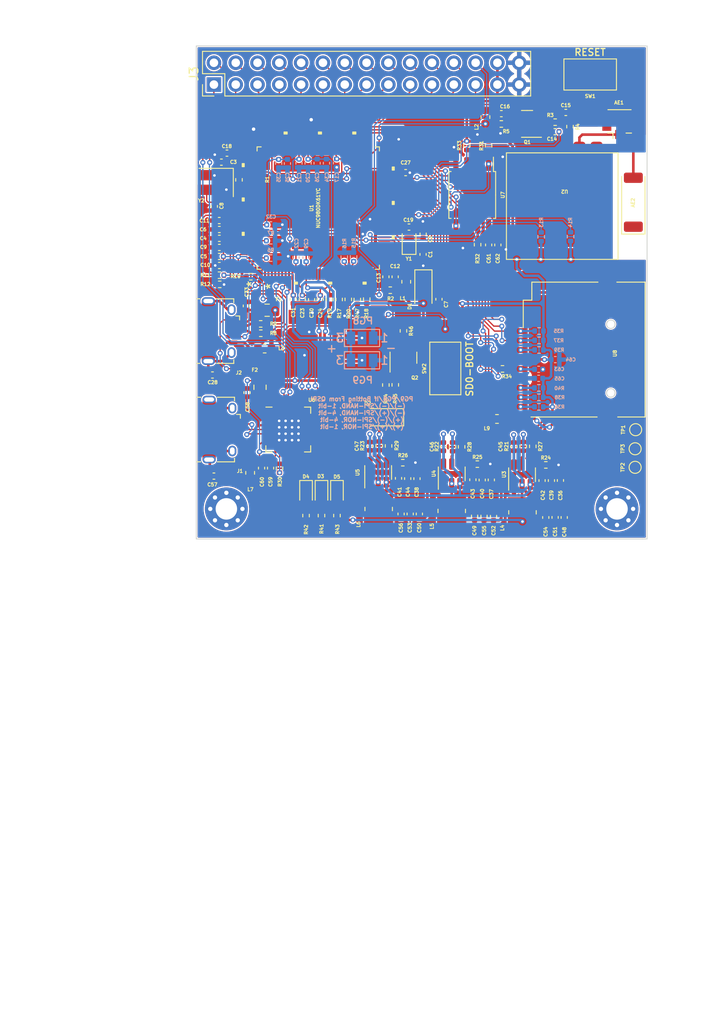
<source format=kicad_pcb>
(kicad_pcb (version 20211014) (generator pcbnew)
  (layers (0 "F.Cu" signal) (31 "B.Cu" signal) (34 "B.Paste" user) (35 "F.Paste" user) (36 "B.SilkS" user "B.Silkscreen") (37 "F.SilkS" user "F.Silkscreen") (38 "B.Mask" user) (39 "F.Mask" user) (44 "Edge.Cuts" user))
  (net 0 "")
  (net 1 "Net-(AE1-Pad1)")
  (net 2 "VSS")
  (net 4 "/NUC980/X32_IN")
  (net 5 "/NUC980/X32_OUT")
  (net 6 "/NUC980/XT_IN")
  (net 7 "VDD_3.3")
  (net 8 "VDD_1.2")
  (net 9 "/NUC980/XT_OUT")
  (net 10 "Net-(C12-Pad1)")
  (net 11 "Net-(C12-Pad2)")
  (net 12 "Net-(C14-Pad2)")
  (net 13 "/NUC980/nRESET")
  (net 14 "Net-(C16-Pad2)")
  (net 15 "VDD_1.8")
  (net 16 "Net-(C28-Pad1)")
  (net 17 "Net-(C33-Pad1)")
  (net 18 "VIN")
  (net 19 "/DC-DC Regulators/VBST_3")
  (net 20 "/DC-DC Regulators/SW_3")
  (net 21 "/DC-DC Regulators/VBST_2")
  (net 22 "/DC-DC Regulators/SW_2")
  (net 23 "/DC-DC Regulators/VBST_1")
  (net 24 "/DC-DC Regulators/SW_1")
  (net 25 "Net-(C57-Pad1)")
  (net 26 "Net-(C58-Pad1)")
  (net 27 "VBUS")
  (net 28 "Net-(C63-Pad1)")
  (net 29 "Net-(D1-Pad1)")
  (net 30 "PE0")
  (net 31 "Net-(D3-Pad2)")
  (net 32 "PE1")
  (net 33 "Net-(D4-Pad2)")
  (net 34 "PE2")
  (net 35 "Net-(D5-Pad2)")
  (net 36 "/CP2102/USB_D-")
  (net 37 "/CP2102/USB_D+")
  (net 39 "Net-(J1-Pad5)")
  (net 40 "Net-(J2-Pad2)")
  (net 41 "Net-(J2-Pad3)")
  (net 42 "/NUC980/USB0_ID")
  (net 43 "Net-(J2-Pad5)")
  (net 44 "Net-(JP1-Pad2)")
  (net 45 "Net-(JP3-Pad2)")
  (net 46 "/NUC980/nRST")
  (net 47 "Net-(L9-Pad1)")
  (net 48 "/NUC980/USB0_REXT")
  (net 49 "/NUC980/USB0_DP")
  (net 50 "/NUC980/USB0_DM")
  (net 51 "PE11")
  (net 52 "Net-(R13-Pad1)")
  (net 53 "/NUC980/USB1_DM")
  (net 54 "Net-(R14-Pad1)")
  (net 55 "/NUC980/USB1_DP")
  (net 56 "PG3")
  (net 57 "PG5")
  (net 58 "PG8")
  (net 59 "PG0")
  (net 60 "PG9")
  (net 61 "PG1")
  (net 62 "Net-(R21-Pad1)")
  (net 63 "Net-(R22-Pad1)")
  (net 64 "Net-(R23-Pad1)")
  (net 65 "Net-(R24-Pad2)")
  (net 66 "Net-(R25-Pad2)")
  (net 67 "Net-(R26-Pad2)")
  (net 68 "Net-(R30-Pad2)")
  (net 69 "PD2")
  (net 70 "PD7")
  (net 71 "PD6")
  (net 72 "PC6")
  (net 73 "PC9")
  (net 74 "PC12")
  (net 75 "PC10")
  (net 76 "PC8")
  (net 77 "PC5")
  (net 78 "PC7")
  (net 79 "PA0")
  (net 80 "PA1")
  (net 81 "PA2")
  (net 82 "PA3")
  (net 83 "PA4")
  (net 84 "PA5")
  (net 85 "PA6")
  (net 86 "PA7")
  (net 87 "PA8")
  (net 88 "PA9")
  (net 89 "PA10")
  (net 90 "PA11")
  (net 91 "PA12")
  (net 92 "PG7")
  (net 93 "PG6")
  (net 94 "PB0")
  (net 95 "PB6")
  (net 96 "PB4")
  (net 97 "PB7")
  (net 98 "PB5")
  (net 99 "PB1")
  (net 100 "PB3")
  (net 101 "PB2")
  (net 102 "PB8")
  (net 103 "PC0")
  (net 104 "PC1")
  (net 105 "PC2")
  (net 106 "PC3")
  (net 107 "PC4")
  (net 108 "PC11")
  (net 109 "PC13")
  (net 110 "PC14")
  (net 111 "PC15")
  (net 112 "PD3")
  (net 113 "PD4")
  (net 114 "PD5")
  (net 115 "PD8")
  (net 116 "PD9")
  (net 117 "PD10")
  (net 118 "PD11")
  (net 119 "PD12")
  (net 120 "PD13")
  (net 121 "PD14")
  (net 122 "PD15")
  (net 123 "PG11")
  (net 124 "PG12")
  (net 125 "PG13")
  (net 126 "PG14")
  (net 127 "PG15")
  (net 128 "PF0")
  (net 129 "PF1")
  (net 130 "PF2")
  (net 131 "PF3")
  (net 132 "PF4")
  (net 133 "PF5")
  (net 134 "PF6")
  (net 135 "PB13")
  (net 136 "PF7")
  (net 137 "PF8")
  (net 138 "PF9")
  (net 139 "PF10")
  (net 140 "PF11")
  (net 141 "PF12")
  (net 142 "PE3")
  (net 143 "PE4")
  (net 144 "PE5")
  (net 145 "PE6")
  (net 146 "PE7")
  (net 147 "PE8")
  (net 148 "PE9")
  (net 149 "PE10")
  (net 150 "PE12")
  (net 151 "/NUC980/USB1_REXT")
  (net 172 "/NUC980/USB_DETECT")
  (net 173 "Net-(R18-Pad2)")
  (net 174 "Net-(R20-Pad2)")
  (footprint "TestPoint:TestPoint_Pad_D1.0mm" (layer "F.Cu") (at 177.21 79.5 90)
    (fp_text reference "TP3")
    (fp_text value "TestPoint")
  )
  (footprint "Capacitor_SMD:C_0402_1005Metric" (layer "F.Cu") (at 154.36 62.09 -90)
    (fp_text reference "C7")
    (fp_text value "0.1uF")
  )
  (footprint "Resistor_SMD:R_0402_1005Metric" (layer "F.Cu") (at 145.95 62.075 -90)
    (fp_text reference "R18")
    (fp_text value "1K")
  )
  (footprint "Resistor_SMD:R_0402_1005Metric" (layer "F.Cu") (at 148.49 79.17 90)
    (fp_text reference "R29")
    (fp_text value "5.76K")
  )
  (footprint "Capacitor_SMD:C_0402_1005Metric" (layer "F.Cu") (at 149.65 82.94 -90)
    (fp_text reference "C41")
    (fp_text value "10uF")
  )
  (footprint "Capacitor_SMD:C_0402_1005Metric" (layer "F.Cu") (at 131.93 62.87 90)
    (fp_text reference "C33")
    (fp_text value "1uF")
  )
  (footprint "Resistor_SMD:R_0402_1005Metric" (layer "F.Cu") (at 149.275 72.06 -90)
    (fp_text reference "R45")
    (fp_text value "10K")
  )
  (footprint "Capacitor_SMD:C_0402_1005Metric" (layer "F.Cu") (at 140.54 62.12 -90)
    (fp_text reference "C24")
    (fp_text value "0.1uF")
  )
  (footprint "Capacitor_SMD:C_0402_1005Metric" (layer "F.Cu") (at 152.08 87.09 -90)
    (fp_text reference "C50")
    (fp_text value "0.1uF")
  )
  (footprint "Capacitor_SMD:C_0402_1005Metric" (layer "F.Cu") (at 161.22 55.77 90)
    (fp_text reference "C62")
    (fp_text value "0.1uF")
  )
  (footprint "Capacitor_SMD:C_0402_1005Metric" (layer "F.Cu") (at 128.77 52.93)
    (fp_text reference "C11")
    (fp_text value "0.1uF")
  )
  (footprint "Capacitor_SMD:C_0402_1005Metric" (layer "F.Cu") (at 128.77 57.11)
    (fp_text reference "C5")
    (fp_text value "10uF")
  )
  (footprint "Capacitor_SMD:C_0402_1005Metric" (layer "F.Cu") (at 129.02 46.13 180)
    (fp_text reference "C3")
    (fp_text value "15pF")
  )
  (footprint "Resistor_SMD:R_0402_1005Metric" (layer "F.Cu") (at 158.86 55.74 90)
    (fp_text reference "R32")
    (fp_text value "10K")
  )
  (footprint "Capacitor_SMD:C_0402_1005Metric" (layer "F.Cu") (at 154.89 79.2575 90)
    (fp_text reference "C46")
    (fp_text value "0.1uF")
  )
  (footprint "Resistor_SMD:R_0402_1005Metric" (layer "F.Cu") (at 161.76 70.2 180)
    (fp_text reference "R34")
    (fp_text value "0R")
  )
  (footprint "Resistor_SMD:R_0402_1005Metric" (layer "F.Cu") (at 138.88 87.28 90)
    (fp_text reference "R42")
    (fp_text value "1K")
  )
  (footprint "Resistor_SMD:R_0402_1005Metric" (layer "F.Cu") (at 150.225 65.775 -90)
    (fp_text reference "R46")
    (fp_text value "10K")
  )
  (footprint "Resistor_SMD:R_0402_1005Metric" (layer "F.Cu") (at 167.895 41.475)
    (fp_text reference "R3")
    (fp_text value "100K")
  )
  (footprint "Resistor_SMD:R_0402_1005Metric" (layer "F.Cu") (at 128.8 59.29)
    (fp_text reference "R11")
    (fp_text value "20K")
  )
  (footprint "Capacitor_SMD:C_0402_1005Metric" (layer "F.Cu") (at 139.53 62.11 -90)
    (fp_text reference "C30")
    (fp_text value "0.1uF")
  )
  (footprint "Capacitor_SMD:C_0402_1005Metric" (layer "F.Cu") (at 127.98 70.91)
    (fp_text reference "C28")
    (fp_text value "0.01uF")
  )
  (footprint "Inductor_SMD:L_Wuerth_MAPI-3020" (layer "F.Cu") (at 155.85 86.7375 -90)
    (fp_text reference "L5")
    (fp_text value "2.2uH")
  )
  (footprint "Capacitor_SMD:C_0402_1005Metric" (layer "F.Cu") (at 151.8 82.98 -90)
    (fp_text reference "C38")
    (fp_text value "10uF")
  )
  (footprint "Capacitor_SMD:C_0402_1005Metric" (layer "F.Cu") (at 146.32 79.2 90)
    (fp_text reference "C47")
    (fp_text value "0.1uF")
  )
  (footprint "Crystal:Crystal_SMD_3225-4Pin_3.2x2.5mm" (layer "F.Cu") (at 128.41 48.5 180)
    (fp_text reference "Y2")
    (fp_text value "Crystal_GND24")
  )
  (footprint "Resistor_SMD:R_0402_1005Metric" (layer "F.Cu") (at 157.6 44.2 -90)
    (fp_text reference "R33")
    (fp_text value "10K")
  )
  (footprint "Resistor_SMD:R_0402_1005Metric" (layer "F.Cu") (at 148.69 61.04 180)
    (fp_text reference "R2")
    (fp_text value "0R")
  )
  (footprint "Button_Switch_SMD:SW_SPST_FSMSM" (layer "F.Cu") (at 171.975 35.925 180)
    (fp_text reference "SW1")
    (fp_text value "SW_Push")
  )
  (footprint "Resistor_SMD:R_0402_1005Metric" (layer "F.Cu") (at 147.41 79.16 90)
    (fp_text reference "R23")
    (fp_text value "10K")
  )
  (footprint "TestPoint:TestPoint_Pad_D1.0mm" (layer "F.Cu") (at 177.21 81.66 90)
    (fp_text reference "TP2")
    (fp_text value "TestPoint")
  )
  (footprint "Inductor_SMD:L_0603_1608Metric" (layer "F.Cu") (at 150.55 60.0575 90)
    (fp_text reference "L1")
    (fp_text value "220R")
  )
  (footprint "RF_Antenna:Johanson_2450AT43F0100" (layer "F.Cu") (at 177 50.7975 90)
    (fp_text reference "AE2")
    (fp_text value "Antenna_Shield")
  )
  (footprint "Capacitor_SMD:C_0402_1005Metric" (layer "F.Cu") (at 137.39 62.1 -90)
    (fp_text reference "C31")
    (fp_text value "0.1uF")
  )
  (footprint "Package_TO_SOT_SMD:SOT-23" (layer "F.Cu") (at 150.225 68.9 90)
    (fp_text reference "Q2")
    (fp_text value "MMBT3904")
  )
  (footprint "Package_TO_SOT_SMD:SOT-23-6" (layer "F.Cu") (at 155.85 82.4175 90)
    (fp_text reference "U4")
    (fp_text value "TPS562200")
  )
  (footprint "Capacitor_SMD:C_0402_1005Metric" (layer "F.Cu") (at 128.78 56.06)
    (fp_text reference "C9")
    (fp_text value "0.1uF")
  )
  (footprint "Resistor_SMD:R_0402_1005Metric" (layer "F.Cu") (at 165.29 79.22 90)
    (fp_text reference "R27")
    (fp_text value "33.2K")
  )
  (footprint "Capacitor_SMD:C_0402_1005Metric" (layer "F.Cu") (at 152.51 56.87 -90)
    (fp_text reference "C1")
    (fp_text value "15pF")
  )
  (footprint "Capacitor_SMD:C_0402_1005Metric" (layer "F.Cu") (at 132 72.96082 90)
    (fp_text reference "C58")
    (fp_text value "1uF")
  )
  (footprint "Package_TO_SOT_SMD:SOT-23" (layer "F.Cu") (at 164.625 41.675 180)
    (fp_text reference "Q1")
    (fp_text value "MMBT3904")
  )
  (footprint "RLT8188_WIFI_Modul:RLT8188_WIFI_MODUL" (layer "F.Cu") (at 170.12 50.55 180)
    (fp_text reference "U2")
    (fp_text value "RLT8188_WIFI_MODUL")
  )
  (footprint "Connector_PinHeader_2.54mm:PinHeader_2x15_P2.54mm_Vertical" (layer "F.Cu") (at 128.15 37.1 90)
    (fp_text reference "J3")
    (fp_text value "Conn_02x15_Odd_Even")
  )
  (footprint "Capacitor_SMD:C_0402_1005Metric" (layer "F.Cu") (at 166.8 87.5 -90)
    (fp_text reference "C54")
    (fp_text value "1uF")
  )
  (footprint "Capacitor_SMD:C_0402_1005Metric" (layer "F.Cu") (at 159.4 83.1375 -90)
    (fp_text reference "C40")
    (fp_text value "10uF")
  )
  (footprint "MountingHole:MountingHole_2.5mm_Pad_Via" (layer "F.Cu") (at 175.1 86.5)
    (fp_text reference "REF**" hide)
    (fp_text value "MountingHole_2.5mm_Pad_Via")
  )
  (footprint "Capacitor_SMD:C_0402_1005Metric" (layer "F.Cu") (at 160.72 87.3575 -90)
    (fp_text reference "C52")
    (fp_text value "1uF")
  )
  (footprint "Inductor_SMD:L_0603_1608Metric" (layer "F.Cu") (at 159.775 40.885 -90)
    (fp_text reference "L2")
    (fp_text value "220R")
  )
  (footprint "Capacitor_SMD:C_0402_1005Metric" (layer "F.Cu") (at 160.46 83.1275 -90)
    (fp_text reference "C37")
    (fp_text value "10uF")
  )
  (footprint "Connector_USB:USB_Micro-B_Amphenol_10118194_Horizontal" (layer "F.Cu") (at 128.8 65.8 -90)
    (fp_text reference "J2")
    (fp_text value "USB_B_Micro")
  )
  (footprint "Inductor_SMD:L_Wuerth_MAPI-3020" (layer "F.Cu") (at 164.09 86.9 -90)
    (fp_text reference "L4")
    (fp_text value "2.2uH")
  )
  (footprint "Package_TO_SOT_SMD:SOT-23-6" (layer "F.Cu") (at 147.28 82.26 90)
    (fp_text reference "U5")
    (fp_text value "TPS562200")
  )
  (footprint "Inductor_SMD:L_0603_1608Metric" (layer "F.Cu") (at 161.12 76.03 180)
    (fp_text reference "L9")
    (fp_text value "220R")
  )
  (footprint "Inductor_SMD:L_0603_1608Metric" (layer "F.Cu") (at 132.37 82.30082 -90)
    (fp_text reference "L7")
    (fp_text value "220R")
  )
  (footprint "TestPoint:TestPoint_Pad_D1.0mm" (layer "F.Cu") (at 177.27 77.28 90)
    (fp_text reference "TP1")
    (fp_text value "TestPoint")
  )
  (footprint "Capacitor_SMD:C_0402_1005Metric" (layer "F.Cu") (at 150.72 82.97 -90)
    (fp_text reference "C44")
    (fp_text value "0.1uF")
  )
  (footprint "Resistor_SMD:R_0402_1005Metric" (layer "F.Cu") (at 158.83 81.2875 180)
    (fp_text reference "R25")
    (fp_text value "10K")
  )
  (footprint "Resistor_SMD:R_0402_1005Metric" (layer "F.Cu") (at 128.83 60.36 180)
    (fp_text reference "R12")
    (fp_text value "39K")
  )
  (footprint "Capacitor_SMD:C_0402_1005Metric" (layer "F.Cu") (at 133.7 81.75082 -90)
    (fp_text reference "C60")
    (fp_text value "0.1uF")
  )
  (footprint "Fuse:Fuse_0805_2012Metric" (layer "F.Cu") (at 133.52 72.34 90)
    (fp_text reference "F2")
    (fp_text value "6V/1.5A")
  )
  (footprint "Package_TO_SOT_SMD:SOT-23-6" (layer "F.Cu") (at 164.04 82.52 90)
    (fp_text reference "U3")
    (fp_text value "TPS562200")
  )
  (footprint "Capacitor_SMD:C_0402_1005Metric" (layer "F.Cu") (at 128.15 82.68082)
    (fp_text reference "C57")
    (fp_text value "0.01uF")
  )
  (footprint "Capacitor_SMD:C_0402_1005Metric" (layer "F.Cu") (at 167.89 87.49 -90)
    (fp_text reference "C51")
    (fp_text value "1uF")
  )
  (footprint "Resistor_SMD:R_0402_1005Metric" (layer "F.Cu") (at 141.63 62.12 -90)
    (fp_text reference "R19")
    (fp_text value "10K")
  )
  (footprint "Diode_SMD:D_SOD-123" (layer "F.Cu") (at 148 75.83 180)
    (fp_text reference "D2")
    (fp_text value "B240")
  )
  (footprint "Footprints:NUC980DK61YC" (layer "F.Cu") (at 140.3 51.47715 90)
    (fp_text reference "U1")
    (fp_text value "NUC980DK61YC")
  )
  (footprint "Inductor_SMD:L_0603_1608Metric" (layer "F.Cu") (at 134.06 67.83)
    (fp_text reference "L3")
    (fp_text value "220R")
  )
  (footprint "Resistor_SMD:R_0402_1005Metric" (layer "F.Cu") (at 143.8 62.11 -90)
    (fp_text reference "R20")
    (fp_text value "1K")
  )
  (footprint "Package_DFN_QFN:QFN-28-1EP_5x5mm_P0.5mm_EP3.35x3.35mm" (layer "F.Cu") (at 136.81 77.26)
    (fp_text reference "U6")
    (fp_text value "CP2102N-Axx-xQFN28")
  )
  (footprint "Inductor_SMD:L_Wuerth_MAPI-3020" (layer "F.Cu") (at 147.34 86.51 -90)
    (fp_text reference "L6")
    (fp_text value "2.2uH")
  )
  (footprint "Resistor_SMD:R_0402_1005Metric" (layer "F.Cu") (at 148.175 72.075 -90)
    (fp_text reference "R44")
    (fp_text value "1K")
  )
  (footprint "Capacitor_SMD:C_0402_1005Metric" (layer "F.Cu") (at 148.18 59.48 -90)
    (fp_text reference "C13")
    (fp_text value "0.1uF")
  )
  (footprint "Capacitor_SMD:C_0402_1005Metric" (layer "F.Cu") (at 168.51 83.19 -90)
    (fp_text reference "C36")
    (fp_text value "10uF")
  )
  (footprint "Capacitor_SMD:C_0402_1005Metric" (layer "F.Cu") (at 160.15 55.77 90)
    (fp_text reference "C61")
    (fp_text value "10uF")
  )
  (footprint "Resistor_SMD:R_0402_1005Metric" (layer "F.Cu") (at 155.94 79.2775 90)
    (fp_text reference "R22")
    (fp_text value "10K")
  )
  (footprint "Capacitor_SMD:C_0402_1005Metric" (layer "F.Cu") (at 151.01 87.09 -90)
    (fp_text reference "C53")
    (fp_text value "1uF")
  )
  (footprint "Fuse:Fuse_0805_2012Metric" (layer "F.Cu") (at 134.35 63.37)
    (fp_text reference "F1")
    (fp_text value "6V/1.5A")
  )
  (footprint "Diode_SMD:D_SOD-123" (layer "F.Cu") (at 152.55 60.92 -90)
    (fp_text reference "D1")
    (fp_text value "30V 200mA")
  )
  (footprint "Resistor_SMD:R_0402_1005Metric" (layer "F.Cu") (at 157 79.2775 90)
    (fp_text reference "R28")
    (fp_text value "13.7K")
  )
  (footprint "Capacitor_SMD:C_0402_1005Metric" (layer "F.Cu") (at 169.135 40.345 180)
    (fp_text reference "C15")
    (fp_text value "1uF")
  )
  (footprint "Capacitor_SMD:C_0402_1005Metric" (layer "F.Cu") (at 128.78 58.16)
    (fp_text reference "C10")
    (fp_text value "0.1uF")
  )
  (footprint "Capacitor_SMD:C_0402_1005Metric" (layer "F.Cu") (at 128.78 53.97)
    (fp_text reference "C6")
    (fp_text value "10uF")
  )
  (footprint "Connector_USB:USB_Micro-B_Amphenol_10118194_Horizontal" (layer "F.Cu") (at 128.89 77.26082 -90)
    (fp_text reference "J1")
    (fp_text value "USB_B_Micro")
  )
  (footprint "Resistor_SMD:R_0402_1005Metric" (layer "F.Cu") (at 133.6 64.96)
    (fp_text reference "R9")
    (fp_text value "4.7R")
  )
  (footprint "Resistor_SMD:R_0402_1005Metric" (layer "F.Cu") (at 150.15 81.12 180)
    (fp_text reference "R26")
    (fp_text value "10K")
  )
  (footprint "Crystal:Crystal_SMD_2012-2Pin_2.0x1.2mm" (layer "F.Cu") (at 150.88 55.67 90)
    (fp_text reference "Y1")
    (fp_text value "Crystal")
  )
  (footprint "Capacitor_SMD:C_0402_1005Metric" (layer "F.Cu") (at 149.95 87.09 -90)
    (fp_text reference "C56")
    (fp_text value "1uF")
  )
  (footprint "Capacitor_SMD:C_0402_1005Metric" (layer "F.Cu") (at 149.26 59.48 -90)
    (fp_text reference "C12")
    (fp_text value "10uF")
  )
  (footprint "Button_Switch_SMD:SW_SPST_FSMSM" (layer "F.Cu") (at 155.1 70.15 90)
    (fp_text reference "SW2")
    (fp_text value "SW_Push")
  )
  (footprint "Resistor_SMD:R_0402_1005Metric" (layer "F.Cu") (at 133.61 66.05)
    (fp_text reference "R8")
    (fp_text value "4.7R")
  )
  (footprint "Capacitor_SMD:C_0402_1005Metric" (layer "F.Cu") (at 152.52 54.49 90)
    (fp_text reference "C2")
    (fp_text value "15pF")
  )
  (footprint "Resistor_SMD:R_0402_1005Metric" (layer "F.Cu") (at 135.79 81.77082 90)
    (fp_text reference "R30")
    (fp_text value "10K")
  )
  (footprint "Capacitor_SMD:C_0402_1005Metric" (layer "F.Cu") (at 167.46 83.2 -90)
    (fp_text reference "C39")
    (fp_text value "10uF")
  )
  (footprint "Capacitor_SMD:C_0402_1005Metric" (layer "F.Cu") (at 168.95 87.5 -90)
    (fp_text reference "C48")
    (fp_text value "0.1uF")
  )
  (footprint "Resistor_SMD:R_0402_1005Metric" (layer "F.Cu") (at 161.625 41.685)
    (fp_text reference "R5")
    (fp_text value "470R")
  )
  (footprint "Resistor_SMD:R_0402_1005Metric" (layer "F.Cu") (at 164.18 79.22 90)
    (fp_text reference "R21")
    (fp_text value "10K")
  )
  (footprint "Capacitor_SMD:C_0402_1005Metric" (layer "F.Cu") (at 163.08 79.25 90)
    (fp_text reference "C45")
    (fp_text value "0.1uF")
  )
  (footprint "Resistor_SMD:R_0402_1005Metric" (layer "F.Cu") (at 160.14 44.23 90)
    (fp_text reference "R31")
    (fp_text value "10K")
  )
  (footprint "Package_SO:SOIC-8_5.23x5.23mm_P1.27mm" (layer "F.Cu") (at 158.24 49.95 -90)
    (fp_text reference "U7")
    (fp_text value "W25Q128JVS")
  )
  (footprint "Resistor_SMD:R_0402_1005Metric" (layer "F.Cu") (at 131.07 48.19 -90)
    (fp_text reference "R1")
    (fp_text value "1M")
  )
  (footprint "Capacitor_SMD:C_0402_1005Metric" (layer "F.Cu") (at 128.78 55)
    (fp_text reference "C4")
    (fp_text value "10uF")
  )
  (footprint "Capacitor_SMD:C_0402_1005Metric" (layer "F.Cu") (at 134.75 81.75082 90)
    (fp_text reference "C59")
    (fp_text value "0.1uF")
  )
  (footprint "LED_SMD:LED_0603_1608Metric" (layer "F.Cu") (at 140.68 84.68 -90)
    (fp_text reference "D3")
    (fp_text value "LED")
  )
  (footprint "Capacitor_SMD:C_0402_1005Metric" (layer "F.Cu") (at 161.625 40.485 180)
    (fp_text reference "C16")
    (fp_text value "1uF")
  )
  (footprint "Resistor_SMD:R_0402_1005Metric" (layer "F.Cu") (at 140.68 87.28 90)
    (fp_text reference "R41")
    (fp_text value "1K")
  )
  (footprint "Connector_Coaxial:U.FL_Hirose_U.FL-R-SMT-1_Vertical" (layer "F.Cu") (at 175.39 41.86 90)
    (fp_text reference "AE1")
    (fp_text value "Antenna_Shield")
  )
  (footprint "Capacitor_SMD:C_0402_1005Metric" (layer "F.Cu") (at 167.8625 42.585 180)
    (fp_text reference "C14")
    (fp_text value "1uF")
  )
  (footprint "Capacitor_SMD:C_0402_1005Metric" (layer "F.Cu") (at 158.31 83.1075 -90)
    (fp_text reference "C43")
    (fp_text value "0.1uF")
  )
  (footprint "Capacitor_SMD:C_0402_1005Metric" (layer "F.Cu") (at 150.87 53.69 180)
    (fp_text reference "C19")
    (fp_text value "0.1uF")
  )
  (footprint "MountingHole:MountingHole_2.5mm_Pad_Via" (layer "F.Cu") (at 129.6 86.5)
    (fp_text reference "REF**" hide)
    (fp_text value "MountingHole_2.5mm_Pad_Via")
  )
  (footprint "LED_SMD:LED_0603_1608Metric" (layer "F.Cu") (at 138.88 84.68 -90)
    (fp_text reference "D4")
    (fp_text value "LED")
  )
  (footprint "Resistor_SMD:R_0402_1005Metric" (layer "F.Cu") (at 144.85 62.125 -90)
    (fp_text reference "R47")
    (fp_text value "10K")
  )
  (footprint "Resistor_SMD:R_0402_1005Metric" (layer "F.Cu") (at 142.48 87.28 90)
    (fp_text reference "R43")
    (fp_text value "1K")
  )
  (footprint "Footprints:L-KLS1-TF-003-H1.85-R" (layer "F.Cu") (at 175.08 71.8 90)
    (fp_text reference "U8")
    (fp_text value "L-KLS1-TF-003")
    (fp_circle (center -1.2 -0.7) (end -0.7 -0.7) (layer "Edge.Cuts") (width 0.12) (fill none))
    (fp_circle (center 6.8 -0.7) (end 7.3 -0.7) (layer "Edge.Cuts") (width 0.12) (fill none))
  )
  (footprint "Resistor_SMD:R_0402_1005Metric" (layer "F.Cu") (at 166.81 81.38 180)
    (fp_text reference "R24")
    (fp_text value "10K")
  )
  (footprint "Capacitor_SMD:C_0402_1005Metric" (layer "F.Cu") (at 138.45 62.11 -90)
    (fp_text reference "C23")
    (fp_text value "0.1uF")
  )
  (footprint "Resistor_SMD:R_0402_1005Metric" (layer "F.Cu") (at 132.45 59.47)
    (fp_text reference "R10")
    (fp_text value "100K")
  )
  (footprint "Capacitor_SMD:C_0402_1005Metric" (layer "F.Cu") (at 166.37 83.2 -90)
    (fp_text reference "C42")
    (fp_text value "0.1uF")
  )
  (footprint "LED_SMD:LED_0603_1608Metric" (layer "F.Cu") (at 142.48 84.68 -90)
    (fp_text reference "D5")
    (fp_text value "LED")
  )
  (footprint "Capacitor_SMD:C_0402_1005Metric" (layer "F.Cu") (at 159.61 87.3375 -90)
    (fp_text reference "C55")
    (fp_text value "1uF")
  )
  (footprint "Capacitor_SMD:C_0402_1005Metric" (layer "F.Cu") (at 128.2 51.28 -90)
    (fp_text reference "C8")
    (fp_text value "15pF")
  )
  (footprint "Resistor_SMD:R_0402_1005Metric" (layer "F.Cu") (at 142.73 62.12 -90)
    (fp_text reference "R17")
    (fp_text value "10K")
  )
  (footprint "Capacitor_SMD:C_0402_1005Metric" (layer "F.Cu") (at 150.48 47.35)
    (fp_text reference "C27")
    (fp_text value "0.1uF")
  )
  (footprint "Capacitor_SMD:C_0402_1005Metric" (layer "F.Cu") (at 158.51 87.3275 -90)
    (fp_text reference "C49")
    (fp_text value "0.1uF")
  )
  (footprint "Resistor_SMD:R_0402_1005Metric" (layer "F.Cu") (at 169.625 41.995 90)
    (fp_text reference "R4")
    (fp_text value "100K")
  )
  (footprint "Capacitor_SMD:C_0402_1005Metric" (layer "F.Cu") (at 129.67 45.08 180)
    (fp_text reference "C18")
    (fp_text value "0.1uF")
  )
  (footprint "Capacitor_SMD:C_0402_1005Metric" (layer "B.Cu") (at 165.97 71.3 180)
    (fp_text reference "C65")
    (fp_text value "10uF")
  )
  (footprint "Capacitor_SMD:C_0402_1005Metric" (layer "B.Cu") (at 141.258 46.25 -90)
    (fp_text reference "C34")
    (fp_text value "10uF")
  )
  (footprint "Capacitor_SMD:C_0402_1005Metric" (layer "B.Cu") (at 142.43 46.24 90)
    (fp_text reference "C17")
    (fp_text value "0.1uF")
  )
  (footprint "Resistor_SMD:R_0402_1005Metric" (layer "B.Cu") (at 166.02 66.88)
    (fp_text reference "R37")
    (fp_text value "10K")
  )
  (footprint "Jumper:SolderJumper-3_P1.3mm_Open_Pad1.0x1.5mm_NumberLabels" (layer "B.Cu") (at 145.4 69.2 180)
    (fp_text reference "JP3" hide)
    (fp_text value "SolderJumper_3_Open")
  )
  (footprint "Resistor_SMD:R_0402_1005Metric" (layer "B.Cu") (at 166 74.62)
    (fp_text reference "R36")
    (fp_text value "10K")
  )
  (footprint "Capacitor_SMD:C_0402_1005Metric" (layer "B.Cu") (at 135.69 46.29 90)
    (fp_text reference "C35")
    (fp_text value "10uF")
  )
  (footprint "Resistor_SMD:R_0402_1005Metric" (layer "B.Cu") (at 165.99 72.41)
    (fp_text reference "R40")
    (fp_text value "10K")
  )
  (footprint "Resistor_SMD:R_0402_1005Metric" (layer "B.Cu") (at 169.69 54.8 90)
    (fp_text reference "R14")
    (fp_text value "4.7R")
  )
  (footprint "Capacitor_SMD:C_0402_1005Metric" (layer "B.Cu") (at 136.71 46.29 90)
    (fp_text reference "C25")
    (fp_text value "0.1uF")
  )
  (footprint "Capacitor_SMD:C_0402_1005Metric" (layer "B.Cu") (at 165.97 70.25)
    (fp_text reference "C63")
    (fp_text value "NC")
  )
  (footprint "Resistor_SMD:R_0402_1005Metric" (layer "B.Cu") (at 134.77 55.28 180)
    (fp_text reference "R7")
    (fp_text value "12.1K")
  )
  (footprint "Resistor_SMD:R_0402_1005Metric" (layer "B.Cu") (at 144.42 57.17 90)
    (fp_text reference "R15")
    (fp_text value "10K")
  )
  (footprint "Jumper:SolderJumper-3_P1.3mm_Open_Pad1.0x1.5mm_NumberLabels" (layer "B.Cu") (at 145.4 66.6 180)
    (fp_text reference "JP1" hide)
    (fp_text value "SolderJumper_3_Open")
  )
  (footprint "Capacitor_SMD:C_0402_1005Metric" (layer "B.Cu") (at 137.71 57.22 -90)
    (fp_text reference "C22")
    (fp_text value "0.1uF")
  )
  (footprint "Capacitor_SMD:C_0402_1005Metric" (layer "B.Cu") (at 139.118 46.26 -90)
    (fp_text reference "C20")
    (fp_text value "0.1uF")
  )
  (footprint "Resistor_SMD:R_0402_1005Metric" (layer "B.Cu") (at 166.27 54.82 90)
    (fp_text reference "R13")
    (fp_text value "4.7R")
  )
  (footprint "Resistor_SMD:R_0402_1005Metric" (layer "B.Cu") (at 166.02 65.79)
    (fp_text reference "R35")
    (fp_text value "10K")
  )
  (footprint "Resistor_SMD:R_0402_1005Metric" (layer "B.Cu") (at 134.76 57.3 180)
    (fp_text reference "R6")
    (fp_text value "12.1K")
  )
  (footprint "Capacitor_SMD:C_0402_1005Metric" (layer "B.Cu") (at 138.058 46.26 -90)
    (fp_text reference "C21")
    (fp_text value "0.1uF")
  )
  (footprint "Resistor_SMD:R_0402_1005Metric" (layer "B.Cu") (at 166 73.51)
    (fp_text reference "R38")
    (fp_text value "10K")
  )
  (footprint "Resistor_SMD:R_0402_1005Metric" (layer "B.Cu") (at 166.02 68)
    (fp_text reference "R39")
    (fp_text value "10K")
  )
  (footprint "Capacitor_SMD:C_0402_1005Metric" (layer "B.Cu") (at 138.88 57.24 -90)
    (fp_text reference "C29")
    (fp_text value "0.1uF")
  )
  (footprint "Resistor_SMD:R_0402_1005Metric" (layer "B.Cu") (at 143.33 57.19 90)
    (fp_text reference "R16")
    (fp_text value "10K")
  )
  (footprint "Capacitor_SMD:C_0402_1005Metric" (layer "B.Cu") (at 140.168 46.25 -90)
    (fp_text reference "C26")
    (fp_text value "0.1uF")
  )
  (footprint "Capacitor_SMD:C_0402_1005Metric" (layer "B.Cu") (at 134.78 53.43 180)
    (fp_text reference "C32")
    (fp_text value "0.1uF")
  )
  (footprint "Capacitor_SMD:C_0402_1005Metric" (layer "B.Cu") (at 167.91 69.12)
    (fp_text reference "C64")
    (fp_text value "0.1uF")
  )
  (gr_line (start 178.6 90) (end 178.6 32.6) (layer "Edge.Cuts") (width 0.1))
  (gr_line (start 126.1 32.6) (end 126.1 90) (layer "Edge.Cuts") (width 0.1))
  (gr_line (start 178.1 90) (end 178.6 90) (layer "Edge.Cuts") (width 0.1))
  (gr_line (start 178.6 32.6) (end 126.1 32.6) (layer "Edge.Cuts") (width 0.1))
  (gr_line (start 126.1 90) (end 178 90) (layer "Edge.Cuts") (width 0.1))
  (gr_line (start 178 90) (end 178.1 90) (layer "Edge.Cuts") (width 0.1))
  (gr_text "PG9/PG8/If Botting From QSPI\n(-)/(-)/SPI-NAND, 1-bit\n(-)/(+)/SPI-NAND, 4-bit\n(+)/(-)/SPI-NOR, 4-bit\n(+)/(+)/SPI-NOR, 1-bit" (at 145.39 75.32) (layer "B.SilkS") (effects (font (size 0.5 0.5) (thickness 0.125)) (justify mirror)))
  (gr_text "-" (at 148.77 67.74) (layer "B.SilkS") (effects (font (size 1 1)) (justify mirror)))
  (gr_text "PG9" (at 145.47 71.51) (layer "B.SilkS") (effects (font (size 0.8 0.8)) (justify mirror)))
  (gr_text "PG8" (at 145.5 64.61) (layer "B.SilkS") (effects (font (size 0.8 0.8)) (justify mirror)))
  (gr_text "+" (at 141.86 67.79) (layer "B.SilkS") (effects (font (size 1 1)) (justify mirror)))
  (gr_text "RESET" (at 171.96 33.34) (layer "F.SilkS") (effects (font (size 0.8 0.8))))
  (gr_text "SD0-BOOT" (at 157.93 70.21 90) (layer "F.SilkS") (effects (font (size 0.8 0.8))))
  (segment (start 171.055 42.925) (end 170.72 43.26) (width 0.3) (layer "F.Cu") (net 1))
  (segment (start 170.72 43.26) (end 170.72 45.05) (width 0.3) (layer "F.Cu") (net 1))
  (segment (start 176.145 42.925) (end 171.055 42.925) (width 0.3) (layer "F.Cu") (net 1))
  (segment (start 177 47.9475) (end 177 43.78) (width 0.3) (layer "F.Cu") (net 1))
  (segment (start 177 43.78) (end 176.145 42.925) (width 0.3) (layer "F.Cu") (net 1))
  (via (at 145.492346 54.500046) (size 0.6) (drill 0.3) (layers "F.Cu" "B.Cu") (net 2))
  (via (at 139.625 63.65) (size 0.6) (drill 0.3) (layers "F.Cu" "B.Cu") (net 2))
  (via (at 150.97 47.36) (size 0.6) (drill 0.3) (layers "F.Cu" "B.Cu") (net 2))
  (via (at 132.77 42.29) (size 0.8) (drill 0.4) (layers "F.Cu" "B.Cu") (net 2))
  (via (at 162.16 56.29) (size 0.6) (drill 0.3) (layers "F.Cu" "B.Cu") (net 2))
  (via (at 137.25 77) (size 0.6) (drill 0.3) (layers "F.Cu" "B.Cu") (net 2))
  (via (at 128.3 58.16) (size 0.6) (drill 0.3) (layers "F.Cu" "B.Cu") (net 2))
  (via (at 128.21 47.68) (size 0.6) (drill 0.3) (layers "F.Cu" "B.Cu") (net 2))
  (via (at 161.79 45.51) (size 0.6) (drill 0.3) (layers "F.Cu" "B.Cu") (net 2))
  (via (at 138 77.75) (size 0.6) (drill 0.3) (layers "F.Cu" "B.Cu") (net 2))
  (via (at 129.6 49.33) (size 0.6) (drill 0.3) (layers "F.Cu" "B.Cu") (net 2))
  (via (at 158.84 42.91) (size 0.6) (drill 0.3) (layers "F.Cu" "B.Cu") (net 2))
  (via (at 135.75 77.75) (size 0.6) (drill 0.3) (layers "F.Cu" "B.Cu") (net 2))
  (via (at 138 78.5) (size 0.6) (drill 0.3) (layers "F.Cu" "B.Cu") (net 2))
  (via (at 136.5 77.75) (size 0.6) (drill 0.3) (layers "F.Cu" "B.Cu") (net 2))
  (via (at 136.5 77) (size 0.6) (drill 0.3) (layers "F.Cu" "B.Cu") (net 2))
  (via (at 139.48 41.19) (size 0.8) (drill 0.4) (layers "F.Cu" "B.Cu") (net 2))
  (via (at 139.25 65.9) (size 0.6) (drill 0.3) (layers "F.Cu" "B.Cu") (net 2))
  (via (at 135.75 76.25) (size 0.6) (drill 0.3) (layers "F.Cu" "B.Cu") (net 2))
  (via (at 166.47 70.26) (size 0.6) (drill 0.3) (layers "F.Cu" "B.Cu") (net 2))
  (via (at 136.12 55.26) (size 0.6) (drill 0.3) (layers "F.Cu" "B.Cu") (net 2))
  (via (at 128.25 45.26) (size 0.6) (drill 0.3) (layers "F.Cu" "B.Cu") (net 2))
  (via (at 137.25 76.25) (size 0.6) (drill 0.3) (layers "F.Cu" "B.Cu") (net 2))
  (via (at 138.7 68.61) (size 0.6) (drill 0.3) (layers "F.Cu" "B.Cu") (net 2))
  (via (at 136.5 76.25) (size 0.6) (drill 0.3) (layers "F.Cu" "B.Cu") (net 2))
  (via (at 137.25 77.75) (size 0.6) (drill 0.3) (layers "F.Cu" "B.Cu") (net 2))
  (via (at 151.62 81.11) (size 0.6) (drill 0.3) (layers "F.Cu" "B.Cu") (net 2))
  (via (at 149.67 43.47) (size 0.6) (drill 0.3) (layers "F.Cu" "B.Cu") (net 2))
  (via (at 135.75 77) (size 0.6) (drill 0.3) (layers "F.Cu" "B.Cu") (net 2))
  (via (at 152.49 53.03) (size 0.6) (drill 0.3) (layers "F.Cu" "B.Cu") (net 2))
  (via (at 138 76.25) (size 0.6) (drill 0.3) (layers "F.Cu" "B.Cu") (net 2))
  (via (at 161.53 42.78) (size 0.6) (drill 0.3) (layers "F.Cu" "B.Cu") (net 2))
  (via (at 136.12 53.41) (size 0.6) (drill 0.3) (layers "F.Cu" "B.Cu") (net 2))
  (via (at 146.33 52.77) (size 0.6) (drill 0.3) (layers "F.Cu" "B.Cu") (net 2))
  (via (at 129.33 60.38) (size 0.6) (drill 0.3) (layers "F.Cu" "B.Cu") (net 2))
  (via (at 137.25 78.5) (size 0.6) (drill 0.3) (layers "F.Cu" "B.Cu") (net 2))
  (via (at 152.53 58.19) (size 0.6) (drill 0.3) (layers "F.Cu" "B.Cu") (net 2))
  (via (at 168.29 81.38) (size 0.6) (drill 0.3) (layers "F.Cu" "B.Cu") (net 2))
  (via (at 142.45 46.73) (size 0.6) (drill 0.3) (layers "F.Cu" "B.Cu") (net 2))
  (via (at 136.8 57.09) (size 0.6) (drill 0.3) (layers "F.Cu" "B.Cu") (net 2))
  (via (at 156.11 44.39) (size 0.6) (drill 0.3) (layers "F.Cu" "B.Cu") (net 2))
  (via (at 138 77) (size 0.6) (drill 0.3) (layers "F.Cu" "B.Cu") (net 2))
  (via (at 135.75 78.5) (size 0.6) (drill 0.3) (layers "F.Cu" "B.Cu") (net 2))
  (via (at 143.364823 64.024184) (size 0.6) (drill 0.3) (layers "F.Cu" "B.Cu") (net 2))
  (via (at 144.925 63.6) (size 0.6) (drill 0.3) (layers "F.Cu" "B.Cu") (net 2))
  (via (at 157.15 56.13) (size 0.6) (drill 0.3) (layers "F.Cu" "B.Cu") (net 2))
  (via (at 160.34 81.27) (size 0.6) (drill 0.3) (layers "F.Cu" "B.Cu") (net 2))
  (via (at 136.5 78.5) (size 0.6) (drill 0.3) (layers "F.Cu" "B.Cu") (net 2))
  (segment (start 150.88 56.37) (end 152.49 56.37) (width 0.1524) (layer "F.Cu") (net 4))
  (segment (start 150.8 55.78) (end 150.88 55.86) (width 0.1524) (layer "F.Cu") (net 4))
  (segment (start 152.49 56.37) (end 152.51 56.39) (width 0.1524) (layer "F.Cu") (net 4))
  (segment (start 147.97715 54.877151) (end 149.189461 54.877151) (width 0.1524) (layer "F.Cu") (net 4))
  (segment (start 149.189461 54.877151) (end 150.09231 55.78) (width 0.1524) (layer "F.Cu") (net 4))
  (segment (start 150.88 55.86) (end 150.88 56.37) (width 0.1524) (layer "F.Cu") (net 4))
  (segment (start 150.09231 55.78) (end 150.8 55.78) (width 0.1524) (layer "F.Cu") (net 4))
  (segment (start 147.97715 54.477149) (end 149.287149 54.477149) (width 0.1524) (layer "F.Cu") (net 5))
  (segment (start 149.78 54.97) (end 150.88 54.97) (width 0.1524) (layer "F.Cu") (net 5))
  (segment (start 149.287149 54.477149) (end 149.78 54.97) (width 0.1524) (layer "F.Cu") (net 5))
  (segment (start 150.88 54.97) (end 152.52 54.97) (width 0.1524) (layer "F.Cu") (net 5))
  (segment (start 131.04 47.65) (end 131.07 47.68) (width 0.1524) (layer "F.Cu") (net 6))
  (segment (start 129.51 47.65) (end 129.51 46.14) (width 0.1524) (layer "F.Cu") (net 6))
  (segment (start 129.51 46.14) (end 129.5 46.13) (width 0.1524) (layer "F.Cu") (net 6))
  (segment (start 129.51 47.65) (end 131.04 47.65) (width 0.1524) (layer "F.Cu") (net 6))
  (segment (start 131.07 47.68) (end 131.07285 47.67715) (width 0.1524) (layer "F.Cu") (net 6))
  (segment (start 131.07285 47.67715) (end 132.62285 47.67715) (width 0.1524) (layer "F.Cu") (net 6))
  (segment (start 162.39 43.72) (end 160.14 43.72) (width 0.3) (layer "F.Cu") (net 7))
  (segment (start 170.27 82.11) (end 170.1 81.94) (width 0.1524) (layer "F.Cu") (net 7))
  (segment (start 142.48 87.79) (end 140.68 87.79) (width 0.3) (layer "F.Cu") (net 7))
  (segment (start 170.1 87.51) (end 169.63 87.98) (width 0.3) (layer "F.Cu") (net 7))
  (segment (start 162.95 44.93) (end 162.95 44.88) (width 0.3) (layer "F.Cu") (net 7))
  (segment (start 158.86 56.25) (end 158.86 57.32) (width 0.3) (layer "F.Cu") (net 7))
  (segment (start 158.86 57.32) (end 159.07 57.53) (width 0.3) (layer "F.Cu") (net 7))
  (segment (start 157.63 43.72) (end 157.6 43.69) (width 0.3) (layer "F.Cu") (net 7))
  (segment (start 162.95 45.17) (end 162.95 44.88) (width 0.3) (layer "F.Cu") (net 7))
  (segment (start 136.46 47.81192) (end 137.08192 47.81192) (width 0.1524) (layer "F.Cu") (net 7))
  (segment (start 144.33 87.79) (end 142.48 87.79) (width 0.3) (layer "F.Cu") (net 7))
  (segment (start 152.55 64.925) (end 152.55 62.57) (width 0.3) (layer "F.Cu") (net 7))
  (segment (start 147.97715 46.877152) (end 148.997152 46.877152) (width 0.1524) (layer "F.Cu") (net 7))
  (segment (start 150.1 48.04) (end 151.66531 48.04) (width 0.1524) (layer "F.Cu") (net 7))
  (segment (start 150.55 62.06) (end 151.06 62.57) (width 0.3) (layer "F.Cu") (net 7))
  (segment (start 131.29 59.47) (end 131.94 59.47) (width 0.1524) (layer "F.Cu") (net 7))
  (segment (start 151.06 62.57) (end 152.55 62.57) (width 0.3) (layer "F.Cu") (net 7))
  (segment (start 167.89 87.97) (end 166.81 87.97) (width 0.3) (layer "F.Cu") (net 7))
  (segment (start 170.1 81.02) (end 170.1 81.94) (width 0.3) (layer "F.Cu") (net 7))
  (segment (start 169.63 87.98) (end 168.95 87.98) (width 0.3) (layer "F.Cu") (net 7))
  (segment (start 170.66 82.11) (end 170.3 82.11) (width 0.1524) (layer "F.Cu") (net 7))
  (segment (start 171.3 81.47) (end 170.66 82.11) (width 0.1524) (layer "F.Cu") (net 7))
  (segment (start 162.95 55.29) (end 161.22 55.29) (width 0.3) (layer "F.Cu") (net 7))
  (segment (start 165.29 78.71) (end 167.79 78.71) (width 0.3) (layer "F.Cu") (net 7))
  (segment (start 156.41 74.74) (end 155.1 74.74) (width 0.3) (layer "F.Cu") (net 7))
  (segment (start 157.1 74.05) (end 156.41 74.74) (width 0.3) (layer "F.Cu") (net 7))
  (segment (start 163.42 57.45) (end 163.42 55.76) (width 0.3) (layer "F.Cu") (net 7))
  (segment (start 170.3 82.11) (end 170.1 82.11) (width 0.1524) (layer "F.Cu") (net 7))
  (segment (start 170.3 82.11) (end 170.1 82.31) (width 0.1524) (layer "F.Cu") (net 7))
  (segment (start 171.3 77.69) (end 171.3 81.47) (width 0.1524) (layer "F.Cu") (net 7))
  (segment (start 158.52 39.02) (end 157.6 39.94) (width 0.3) (layer "F.Cu") (net 7))
  (segment (start 169.11 45.17) (end 169.625 44.655) (width 0.3) (layer "F.Cu") (net 7))
  (segment (start 163.19 45.17) (end 169.11 45.17) (width 0.3) (layer "F.Cu") (net 7))
  (segment (start 152.55 62.57) (end 154.36 62.57) (width 0.3) (layer "F.Cu") (net 7))
  (segment (start 152.21 65.265) (end 152.55 64.925) (width 0.3) (layer "F.Cu") (net 7))
  (segment (start 160.15 55.29) (end 160.15 53.555) (width 0.3) (layer "F.Cu") (net 7))
  (segment (start 165.29 78.01) (end 165.29 78.71) (width 0.3) (layer "F.Cu") (net 7))
  (segment (start 161.17 38.56) (end 160.71 39.02) (width 0.3) (layer "F.Cu") (net 7))
  (segment (start 141.17231 60.82) (end 140.68 60.82) (width 0.1524) (layer "F.Cu") (net 7))
  (segment (start 143.61 48.0357) (end 143.5557 48.09) (width 0.1524) (layer "F.Cu") (net 7))
  (segment (start 150.55 60.845) (end 150.55 62.06) (width 0.3) (layer "F.Cu") (net 7))
  (segment (start 161.17 37.1) (end 161.17 34.56) (width 0.3) (layer "F.Cu") (net 7))
  (segment (start 141.7 59.1543) (end 141.7 60.29231) (width 0.1524) (layer "F.Cu") (net 7))
  (segment (start 137.08192 47.81192) (end 137.36 48.09) (width 0.1524) (layer "F.Cu") (net 7))
  (segment (start 130.98762 59.16762) (end 131.29 59.47) (width 0.1524) (layer "F.Cu") (net 7))
  (segment (start 154.36 62.57) (end 157.07 62.57) (width 0.3) (layer "F.Cu") (net 7))
  (segment (start 157.6 39.94) (end 157.6 43.69) (width 0.3) (layer "F.Cu") (net 7))
  (segment (start 170.3 82.11) (end 170.27 82.11) (width 0.1524) (layer "F.Cu") (net 7))
  (segment (start 163.42 55.76) (end 162.95 55.29) (width 0.3) (layer "F.Cu") (net 7))
  (segment (start 166.81 87.97) (end 166.8 87.98) (width 0.3) (layer "F.Cu") (net 7))
  (segment (start 129.25 56.07) (end 129.26 56.06) (width 0.1524) (layer "F.Cu") (net 7))
  (segment (start 131.405409 47.18188) (end 131.02188 47.18188) (width 0.1524) (layer "F.Cu") (net 7))
  (segment (start 131.50068 47.277151) (end 131.405409 47.18188) (width 0.1524) (layer "F.Cu") (net 7))
  (segment (start 160.71 39.02) (end 158.52 39.02) (width 0.3) (layer "F.Cu") (net 7))
  (segment (start 147.97715 46.877152) (end 143.622848 46.877152) (width 0.1524) (layer "F.Cu") (net 7))
  (segment (start 135.08423 47.81192) (end 136.46 47.81192) (width 0.1524) (layer "F.Cu") (net 7))
  (segment (start 129.26 56.06) (end 129.26 55) (width 0.1524) (layer "F.Cu") (net 7))
  (segment (start 132.62285 54.877148) (end 129.382852 54.877148) (width 0.1524) (layer "F.Cu") (net 7))
  (segment (start 170.1 82.31) (end 170.1 82.34) (width 0.1524) (layer "F.Cu") (net 7))
  (segment (start 177.27 77.28) (end 171.71 77.28) (width 0.1524) (layer "F.Cu") (net 7))
  (segment (start 140.68 60.82) (end 140.54 60.96) (width 0.1524) (layer "F.Cu") (net 7))
  (segment (start 166.63 69.1) (end 166.65 69.12) (width 0.3) (layer "F.Cu") (net 7))
  (segment (start 170.1 82.34) (end 170.1 87.51) (width 0.3) (layer "F.Cu") (net 7))
  (segment (start 159.07 57.53) (end 163.34 57.53) (width 0.3) (layer "F.Cu") (net 7))
  (segment (start 169.625 44.655) (end 169.625 42.505) (width 0.3) (layer "F.Cu") (net 7))
  (segment (start 132.62285 47.277151) (end 131.50068 47.277151) (width 0.1524) (layer "F.Cu") (net 7))
  (segment (start 162.95 44.88) (end 162.95 44.28) (width 0.3) (layer "F.Cu") (net 7))
  (segment (start 166.8 87.98) (end 164.095 87.98) (width 0.3) (layer "F.Cu") (net 7))
  (segment (start 162.95 45.17) (end 163.19 45.17) (width 0.3) (layer "F.Cu") (net 7))
  (segment (start 163.19 45.17) (end 162.95 45.41) (width 0.3) (layer "F.Cu") (net 7))
  (segment (start 130.98762 57.13) (end 130.98762 59.16762) (width 0.1524) (layer "F.Cu") (net 7))
  (segment (start 129.26 57.12) (end 129.25 57.11) (width 0.1524) (layer "F.Cu") (net 7))
  (segment (start 161.17 37.1) (end 161.17 38.56) (width 0.3) (layer "F.Cu") (net 7))
  (segment (start 157.1 62.6) (end 157.1 74.05) (width 0.3) (layer "F.Cu") (net 7))
  (segment (start 134.549461 47.277151) (end 135.08423 47.81192) (width 0.1524) (layer "F.Cu") (net 7))
  (segment (start 170.1 82.11) (end 170.1 82.34) (width 0.3) (layer "F.Cu") (net 7))
  (segment (start 137.300001 61.530001) (end 137.39 61.62) (width 0.1524) (layer "F.Cu") (net 7))
  (segment (start 138.500001 43.8) (end 138.500001 44.909999) (width 0.1524) (layer "F.Cu") (net 7))
  (segment (start 162.95 55.29) (end 162.95 45.52) (width 0.3) (layer "F.Cu") (net 7))
  (segment (start 141.7 60.29231) (end 141.17231 60.82) (width 0.1524) (layer "F.Cu") (net 7))
  (segment (start 167.58 74.62) (end 167.58 75.72) (width 0.3) (layer "F.Cu") (net 7))
  (segment (start 163.88 69.1) (end 166.63 69.1) (width 0.3) (layer "F.Cu") (net 7))
  (segment (start 162.95 45.52) (end 162.95 45.17) (width 0.3) (layer "F.Cu") (net 7))
  (segment (start 167.79 78.71) (end 170.1 81.02) (width 0.3) (layer "F.Cu") (net 7))
  (segment (start 138.058 45.352) (end 138.058 45.78) (width 0.1524) (layer "F.Cu") (net 7))
  (segment (start 161.22 55.29) (end 160.15 55.29) (width 0.3) (layer "F.Cu") (net 7))
  (segment (start 150 47.35) (end 150 47.94) (width 0.1524) (layer "F.Cu") (net 7))
  (segment (start 137.300001 59.1543) (end 137.300001 61.530001) (width 0.1524) (layer "F.Cu") (net 7))
  (segment (start 149.47 47.35) (end 150 47.35) (width 0.1524) (layer "F.Cu") (net 7))
  (segment (start 129.26 58.16) (end 129.26 57.12) (width 0.1524) (layer "F.Cu") (net 7))
  (segment (start 143.5557 48.09) (end 137.36 48.09) (width 0.1524) (layer "F.Cu") (net 7))
  (segment (start 163.34 57.53) (end 163.42 57.45) (width 0.3) (layer "F.Cu") (net 7))
  (segment (start 160.14 43.72) (end 157.63 43.72) (width 0.3) (layer "F.Cu") (net 7))
  (segment (start 167.9 87.98) (end 167.89 87.97) (width 0.3) (layer "F.Cu") (net 7))
  (segment (start 168.95 87.98) (end 167.9 87.98) (width 0.3) (layer "F.Cu") (net 7))
  (segment (start 132.62285 47.277151) (end 134.549461 47.277151) (width 0.1524) (layer "F.Cu") (net 7))
  (segment (start 171.71 77.28) (end 171.3 77.69) (width 0.1524) (layer "F.Cu") (net 7))
  (segment (start 151.66531 48.04) (end 151.803859 47.901451) (width 0.1524) (layer "F.Cu") (net 7))
  (segment (start 131.240471 56.877149) (end 130.98762 57.13) (width 0.1524) (layer "F.Cu") (net 7))
  (segment (start 148.997152 46.877152) (end 149.47 47.35) (width 0.1524) (layer "F.Cu") (net 7))
  (segment (start 170.1 81.94) (end 170.1 82.11) (width 0.3) (layer "F.Cu") (net 7))
  (segment (start 130.15 46.31) (end 130.15 45.08) (width 0.1524) (layer "F.Cu") (net 7))
  (segment (start 143.622848 46.877152) (end 143.6157 46.8843) (width 0.1524) (layer "F.Cu") (net 7))
  (segment (start 131.02188 47.18188) (end 130.15 46.31) (width 0.1524) (layer "F.Cu") (net 7))
  (segment (start 167.58 75.72) (end 165.29 78.01) (width 0.3) (layer "F.Cu") (net 7))
  (segment (start 150.225 65.265) (end 152.21 65.265) (width 0.3) (layer "F.Cu") (net 7))
  (segment (start 132.62285 56.877149) (end 131.240471 56.877149) (width 0.1524) (layer "F.Cu") (net 7))
  (segment (start 157.07 62.57) (end 157.1 62.6) (width 0.3) (layer "F.Cu") (net 7))
  (segment (start 150 47.94) (end 150.1 48.04) (width 0.1524) (layer "F.Cu") (net 7))
  (segment (start 129.25 57.11) (end 129.25 56.07) (width 0.1524) (layer "F.Cu") (net 7))
  (segment (start 163.19 45.17) (end 162.95 44.93) (width 0.3) (layer "F.Cu") (net 7))
  (segment (start 162.95 45.41) (end 162.95 45.52) (width 0.3) (layer "F.Cu") (net 7))
  (segment (start 140.54 60.96) (end 140.54 61.64) (width 0.1524) (layer "F.Cu") (net 7))
  (segment (start 162.95 44.28) (end 162.39 43.72) (width 0.3) (layer "F.Cu") (net 7))
  (segment (start 140.68 87.79) (end 138.88 87.79) (width 0.3) (layer "F.Cu") (net 7))
  (segment (start 164.095 87.98) (end 164.09 87.975) (width 0.3) (layer "F.Cu") (net 7))
  (segment (start 138.500001 44.909999) (end 138.058 45.352) (width 0.1524) (layer "F.Cu") (net 7))
  (segment (start 160.15 53.555) (end 160.145 53.55) (width 0.3) (layer "F.Cu") (net 7))
  (segment (start 129.382852 54.877148) (end 129.26 55) (width 0.1524) (layer "F.Cu") (net 7))
  (via (at 151.803859 47.901451) (size 0.6) (drill 0.3) (layers "F.Cu" "B.Cu") (net 7))
  (via (at 152.55 62.57) (size 0.6) (drill 0.3) (layers "F.Cu" "B.Cu") (net 7))
  (via (at 143.6157 46.8843) (size 0.6) (drill 0.3) (layers "F.Cu" "B.Cu") (net 7))
  (via (at 157.6 43.69) (size 0.6) (drill 0.3) (layers "F.Cu" "B.Cu") (net 7))
  (via (at 167.58 74.62) (size 0.6) (drill 0.3) (layers "F.Cu" "B.Cu") (net 7))
  (via (at 143.61 48.0357) (size 0.6) (drill 0.3) (layers "F.Cu" "B.Cu") (net 7))
  (via (at 163.42 57.45) (size 0.6) (drill 0.3) (layers "F.Cu" "B.Cu") (net 7))
  (via (at 137.39 61.62) (size 0.6) (drill 0.3) (layers "F.Cu" "B.Cu") (net 7))
  (via (at 140.54 61.64) (size 0.6) (drill 0.3) (layers "F.Cu" "B.Cu") (net 7))
  (via (at 166.65 69.12) (size 0.6) (drill 0.3) (layers "F.Cu" "B.Cu") (net 7))
  (via (at 157.1 62.6) (size 0.6) (drill 0.3) (layers "F.Cu" "B.Cu") (net 7))
  (via (at 144.33 87.79) (size 0.6) (drill 0.3) (layers "F.Cu" "B.Cu") (net 7))
  (via (at 130.98762 57.13) (size 0.6) (drill 0.3) (layers "F.Cu" "B.Cu") (net 7))
  (via (at 164.09 87.975) (size 0.6) (drill 0.3) (layers "F.Cu" "B.Cu") (net 7))
  (via (at 138.058 45.78) (size 0.6) (drill 0.3) (layers "F.Cu" "B.Cu") (net 7))
  (via (at 129.25 57.11) (size 0.6) (drill 0.3) (layers "F.Cu" "B.Cu") (net 7))
  (via (at 137.36 48.09) (size 0.6) (drill 0.3) (layers "F.Cu" "B.Cu") (net 7))
  (segment (start 137.39 62.58) (end 137.39 62.44) (width 0.3) (layer "B.Cu") (net 7))
  (segment (start 137.58 45.78) (end 138.058 45.78) (width 0.1524) (layer "B.Cu") (net 7))
  (segment (start 166.51 73.51) (end 166.51 72.42) (width 0.3) (layer "B.Cu") (net 7))
  (segment (start 156.705641 46.226669) (end 156.941789 45.990521) (width 0.1524) (layer "B.Cu") (net 7))
  (segment (start 166.53 65.79) (end 166.53 62.84) (width 0.3) (layer "B.Cu") (net 7))
  (segment (start 166.23 62.6) (end 166.47 62.84) (width 0.3) (layer "B.Cu") (net 7))
  (segment (start 151.803859 47.901451) (end 153.588549 47.901451) (width 0.1524) (layer "B.Cu") (net 7))
  (segment (start 137.61 62.49) (end 137.48 62.49) (width 0.1524) (layer "B.Cu") (net 7))
  (segment (start 166.13 62.6) (end 166.52 62.21) (width 0.3) (layer "B.Cu") (net 7))
  (segment (start 137.39 59.25) (end 137.39 61.62) (width 0.1524) (layer "B.Cu") (net 7))
  (segment (start 166.53 66.88) (end 166.53 65.79) (width 0.3) (layer "B.Cu") (net 7))
  (segment (start 167.43 69.12) (end 167.43 68.19) (width 0.3) (layer "B.Cu") (net 7))
  (segment (start 143.6157 46.8843) (end 143.6157 48.03) (width 0.1524) (layer "B.Cu") (net 7))
  (segment (start 156.941789 44.008211) (end 157.26 43.69) (width 0.1524) (layer "B.Cu") (net 7))
  (segment (start 164.32 59.36) (end 163.42 58.46) (width 0.3) (layer "B.Cu") (net 7))
  (segment (start 137.36 48.09) (end 137.35 48.08) (width 0.1524) (layer "B.Cu") (net 7))
  (segment (start 166.65 69.12) (end 167.43 69.12) (width 0.3) (layer "B.Cu") (net 7))
  (segment (start 166.5 62.6) (end 166.53 62.57) (width 0.3) (layer "B.Cu") (net 7))
  (segment (start 137.48 62.49) (end 137.39 62.58) (width 0.1524) (layer "B.Cu") (net 7))
  (segment (start 167.58 73.85) (end 167.24 73.51) (width 0.3) (layer "B.Cu") (net 7))
  (segment (start 140.54 62.15) (end 140.2 62.49) (width 0.1524) (layer "B.Cu") (net 7))
  (segment (start 137.61 62.49) (end 137.44 62.49) (width 0.1524) (layer "B.Cu") (net 7))
  (segment (start 166.23 62.6) (end 166.5 62.6) (width 0.3) (layer "B.Cu") (net 7))
  (segment (start 166.53 62.57) (end 166.53 62.21) (width 0.3) (layer "B.Cu") (net 7))
  (segment (start 167.58 74.62) (end 167.58 73.85) (width 0.3) (layer "B.Cu") (net 7))
  (segment (start 166.52 62.21) (end 166.53 62.21) (width 0.3) (layer "B.Cu") (net 7))
  (segment (start 166.53 62.21) (end 166.53 59.95) (width 0.3) (layer "B.Cu") (net 7))
  (segment (start 167.24 73.51) (end 166.51 73.51) (width 0.3) (layer "B.Cu") (net 7))
  (segment (start 166.53 62.84) (end 166.53 62.57) (width 0.3) (layer "B.Cu") (net 7))
  (segment (start 144.33 87.79) (end 163.905 87.79) (width 0.3) (layer "B.Cu") (net 7))
  (segment (start 167.43 71.04) (end 167.43 69.12) (width 0.3) (layer "B.Cu") (net 7))
  (segment (start 137.44 62.49) (end 137.39 62.44) (width 0.1524) (layer "B.Cu") (net 7))
  (segment (start 166.53 59.95) (end 165.94 59.36) (width 0.3) (layer "B.Cu") (net 7))
  (segment (start 137.35 46.01) (end 137.58 45.78) (width 0.1524) (layer "B.Cu") (net 7))
  (segment (start 137.39 65.81) (end 137.39 62.58) (width 0.3) (layer "B.Cu") (net 7))
  (segment (start 166.5 71.35) (end 166.45 71.3) (width 0.3) (layer "B.Cu") (net 7))
  (segment (start 153.588549 47.901451) (end 153.96 47.53) (width 0.1524) (layer "B.Cu") (net 7))
  (segment (start 137.35 48.08) (end 137.35 46.01) (width 0.1524) (layer "B.Cu") (net 7))
  (segment (start 137.27 59.13) (end 137.39 59.25) (width 0.1524) (layer "B.Cu") (net 7))
  (segment (start 140.2 62.49) (end 137.61 62.49) (width 0.1524) (layer "B.Cu") (net 7))
  (segment (start 167.43 68.19) (end 167.24 68) (width 0.3) (layer "B.Cu") (net 7))
  (segment (start 167.17 71.3) (end 167.43 71.04) (width 0.3) (layer "B.Cu") (net 7))
  (segment (start 144.1 63.075) (end 144.605 62.57) (width 0.3) (layer "B.Cu") (net 7))
  (segment (start 166.47 62.84) (end 166.53 62.84) (width 0.3) (layer "B.Cu") (net 7))
  (segment (start 166.45 71.3) (end 167.17 71.3) (width 0.3) (layer "B.Cu") (net 7))
  (segment (start 153.96 46.92231) (end 154.655641 46.226669) (width 0.1524) (layer "B.Cu") (net 7))
  (segment (start 144.1 66.6) (end 138.18 66.6) (width 0.3) (layer "B.Cu") (net 7))
  (segment (start 166.51 72.42) (end 166.5 72.41) (width 0.3) (layer "B.Cu") (net 7))
  (segment (start 166.53 68) (end 166.53 66.88) (width 0.3) (layer "B.Cu") (net 7))
  (segment (start 137.39 62.44) (end 137.39 61.62) (width 0.3) (layer "B.Cu") (net 7))
  (segment (start 144.1 69.2) (end 144.1 66.6) (width 0.3) (layer "B.Cu") (net 7))
  (segment (start 165.94 59.36) (end 164.32 59.36) (width 0.3) (layer "B.Cu") (net 7))
  (segment (start 167.58 74.62) (end 166.51 74.62) (width 0.3) (layer "B.Cu") (net 7))
  (segment (start 166.5 72.41) (end 166.5 71.35) (width 0.3) (layer "B.Cu") (net 7))
  (segment (start 143.6157 48.03) (end 143.61 48.0357) (width 0.1524) (layer "B.Cu") (net 7))
  (segment (start 166.13 62.6) (end 166.23 62.6) (width 0.3) (layer "B.Cu") (net 7))
  (segment (start 138.18 66.6) (end 137.39 65.81) (width 0.3) (layer "B.Cu") (net 7))
  (segment (start 163.42 58.46) (end 163.42 57.45) (width 0.3) (layer "B.Cu") (net 7))
  (segment (start 144.1 66.6) (end 144.1 63.075) (width 0.3) (layer "B.Cu") (net 7))
  (segment (start 130.98762 57.13) (end 129.27 57.13) (width 0.1524) (layer "B.Cu") (net 7))
  (segment (start 131.95 57.13) (end 133.95 59.13) (width 0.1524) (layer "B.Cu") (net 7))
  (segment (start 163.905 87.79) (end 164.09 87.975) (width 0.3) (layer "B.Cu") (net 7))
  (segment (start 156.941789 45.990521) (end 156.941789 44.008211) (width 0.1524) (layer "B.Cu") (net 7))
  (segment (start 140.54 61.64) (end 140.54 62.15) (width 0.1524) (layer "B.Cu") (net 7))
  (segment (start 144.605 62.57) (end 152.55 62.57) (width 0.3) (layer "B.Cu") (net 7))
  (segment (start 153.96 47.53) (end 153.96 46.92231) (width 0.1524) (layer "B.Cu") (net 7))
  (segment (start 167.24 68) (end 166.53 68) (width 0.3) (layer "B.Cu") (net 7))
  (segment (start 129.27 57.13) (end 129.25 57.11) (width 0.1524) (layer "B.Cu") (net 7))
  (segment (start 130.98762 57.13) (end 131.95 57.13) (width 0.1524) (layer "B.Cu") (net 7))
  (segment (start 157.26 43.69) (end 157.6 43.69) (width 0.1524) (layer "B.Cu") (net 7))
  (segment (start 154.655641 46.226669) (end 156.705641 46.226669) (width 0.1524) (layer "B.Cu") (net 7))
  (segment (start 157.1 62.6) (end 166.13 62.6) (width 0.3) (layer "B.Cu") (net 7))
  (segment (start 133.95 59.13) (end 137.27 59.13) (width 0.1524) (layer "B.Cu") (net 7))
  (segment (start 137.7 56.63) (end 137.7 57.73) (width 0.1524) (layer "F.Cu") (net 8))
  (segment (start 140.104828 45.15) (end 142.18 45.15) (width 0.1524) (layer "F.Cu") (net 8))
  (segment (start 142.8 47.46) (end 142.97 47.46) (width 0.1524) (layer "F.Cu") (net 8))
  (segment (start 138.75 56.5) (end 138.9 56.65) (width 0.1524) (layer "F.Cu") (net 8))
  (segment (start 150.39 53.69) (end 150.39 52.71) (width 0.1524) (layer "F.Cu") (net 8))
  (segment (start 145.517151 53.677151) (end 144.92 53.08) (width 0.1524) (layer "F.Cu") (net 8))
  (segment (start 143.04 47.35) (end 143.15 47.46) (width 0.1524) (layer "F.Cu") (net 8))
  (segment (start 148.69 77.52) (end 148.49 77.72) (width 0.3) (layer "F.Cu") (net 8))
  (segment (start 137.57 56.5) (end 137.7 56.63) (width 0.1524) (layer "F.Cu") (net 8))
  (segment (start 140.390922 65.787735) (end 140.54 65.936813) (width 0.3) (layer "F.Cu") (net 8))
  (segment (start 147.97715 53.677151) (end 150.377151 53.677151) (width 0.1524) (layer "F.Cu") (net 8))
  (segment (start 137 55.042849) (end 136.99 55.052849) (width 0.1524) (layer "F.Cu") (net 8))
  (segment (start 137.39 56.5) (end 137.83 56.5) (width 0.1524) (layer "F.Cu") (net 8))
  (segment (start 150.4 74.55) (end 150.83 74.98) (width 0.3) (layer "F.Cu") (net 8))
  (segment (start 133.552849 53.677151) (end 133.8 53.43) (width 0.1524) (layer "F.Cu") (net 8))
  (segment (start 142.8 47.46) (end 135.23 47.46) (width 0.1524) (layer "F.Cu") (net 8))
  (segment (start 137.7 57.73) (end 137.7 59.1543) (width 0.1524) (layer "F.Cu") (net 8))
  (segment (start 134.900001 45.680001) (end 135.03 45.81) (width 0.1524) (layer "F.Cu") (net 8))
  (segment (start 138.9 57.72) (end 138.9 59.1543) (width 0.1524) (layer "F.Cu") (net 8))
  (segment (start 140.54 70.913572) (end 144.176428 74.55) (width 0.3) (layer "F.Cu") (net 8))
  (segment (start 144.92 47.73) (end 144.65 47.46) (width 0.1524) (layer "F.Cu") (net 8))
  (segment (start 172.11 81.63) (end 172.00384 81.73616) (width 0.1524) (layer "F.Cu") (net 8))
  (segment (start 172.00384 81.76154) (end 170.87764 82.88774) (width 0.1524) (layer "F.Cu") (net 8))
  (segment (start 137.39 56.5) (end 137.57 56.5) (width 0.1524) (layer "F.Cu") (net 8))
  (segment (start 151.01 87.57) (end 152.08 87.57) (width 0.3) (layer "F.Cu") (net 8))
  (segment (start 147.97715 53.677151) (end 145.517151 53.677151) (width 0.1524) (layer "F.Cu") (net 8))
  (segment (start 137.7 56.63) (end 137.83 56.5) (width 0.1524) (layer "F.Cu") (net 8))
  (segment (start 150.71 52.39) (end 150.847918 52.252082) (width 0.1524) (layer "F.Cu") (net 8))
  (segment (start 138.9 59.1543) (end 138.9 60.59) (width 0.1524) (layer "F.Cu") (net 8))
  (segment (start 143.04 47.39) (end 143.04 47.35) (width 0.1524) (layer "F.Cu") (net 8))
  (segment (start 150.377151 53.677151) (end 150.39 53.69) (width 0.1524) (layer "F.Cu") (net 8))
  (segment (start 143.25 47.46) (end 142.8 47.46) (width 0.1524) (layer "F.Cu") (net 8))
  (segment (start 144.65 47.46) (end 143.25 47.46) (width 0.1524) (layer "F.Cu") (net 8))
  (segment (start 144.176428 74.55) (end 150.4 74.55) (width 0.3) (layer "F.Cu") (net 8))
  (segment (start 170.87764 82.88774) (end 170.87764 88.26005) (width 0.1524) (layer "F.Cu") (net 8))
  (segment (start 150.847918 52.252082) (end 151.997918 52.252082) (width 0.1524) (layer "F.Cu") (net 8))
  (segment (start 137.83 56.5) (end 138.75 56.5) (width 0.1524) (layer "F.Cu") (net 8))
  (segment (start 132.62285 55.677149) (end 133.587149 55.677149) (width 0.1524) (layer "F.Cu") (net 8))
  (segment (start 143.04 47.35) (end 143.04 45.82) (width 0.1524) (layer "F.Cu") (net 8))
  (segment (start 152.43 78.66) (end 153.01 79.24) (width 0.3) (layer "F.Cu") (net 8))
  (segment (start 132.62285 53.677151) (end 130.977151 53.677151) (width 0.1524) (layer "F.Cu") (net 8))
  (segment (start 177.21 81.66) (end 177.18 81.63) (width 0.1524) (layer "F.Cu") (net 8))
  (segment (start 149.935 87.585) (end 149.95 87.57) (width 0.3) (layer "F.Cu") (net 8))
  (segment (start 151.01 88.45) (end 151.01 87.57) (width 0.1524) (layer "F.Cu") (net 8))
  (segment (start 138.9 56.65) (end 138.9 57.72) (width 0.1524) (layer "F.Cu") (net 8))
  (segment (start 151.96192 89.40192) (end 151.01 88.45) (width 0.1524) (layer "F.Cu") (net 8))
  (segment (start 142.98 45.76) (end 142.43 45.76) (width 0.1524) (layer "F.Cu") (net 8))
  (segment (start 142.18 45.15) (end 142.43 45.4) (width 0.1524) (layer "F.Cu") (net 8))
  (segment (start 130.23 52.93) (end 129.25 52.93) (width 0.1524) (layer "F.Cu") (net 8))
  (segment (start 153.01 79.24) (end 153.01 87.24) (width 0.3) (layer "F.Cu") (net 8))
  (segment (start 135.03 45.84) (end 134.900001 45.969999) (width 0.1524) (layer "F.Cu") (net 8))
  (segment (start 134.900001 43.8) (end 134.900001 45.640001) (width 0.1524) (layer "F.Cu") (net 8))
  (segment (start 143.04 45.82) (end 142.98 45.76) (width 0.1524) (layer "F.Cu") (net 8))
  (segment (start 170.87764 88.26005) (end 169.73577 89.40192) (width 0.1524) (layer "F.Cu") (net 8))
  (segment (start 153.01 87.24) (end 152.68 87.57) (width 0.3) (layer "F.Cu") (net 8))
  (segment (start 148.49 78.66) (end 152.43 78.66) (width 0.3) (layer "F.Cu") (net 8))
  (segment (start 135.03 45.81) (end 135.03 45.84) (width 0.1524) (layer "F.Cu") (net 8))
  (segment (start 130.977151 53.677151) (end 130.23 52.93) (width 0.1524) (layer "F.Cu") (net 8))
  (segment (start 143.15 47.46) (end 143.25 47.46) (width 0.1524) (layer "F.Cu") (net 8))
  (segment (start 138.9 60.59) (end 139.07 60.76) (width 0.1524) (layer "F.Cu") (net 8))
  (segment (start 148.49 77.72) (end 148.49 78.66) (width 0.3) (layer "F.Cu") (net 8))
  (segment (start 137 56.5) (end 137 55.042849) (width 0.1524) (layer "F.Cu") (net 8))
  (segment (start 140.54 65.936813) (end 140.54 70.913572) (width 0.3) (layer "F.Cu") (net 8))
  (segment (start 150.4 77.52) (end 148.69 77.52) (width 0.3) (layer "F.Cu") (net 8))
  (segment (start 150.83 77.09) (end 150.4 77.52) (width 0.3) (layer "F.Cu") (net 8))
  (segment (start 139.700001 44.745173) (end 140.104828 45.15) (width 0.1524) (layer "F.Cu") (net 8))
  (segment (start 135.23 47.46) (end 134.900001 47.130001) (width 0.1524) (layer "F.Cu") (net 8))
  (segment (start 137 56.5) (end 137.39 56.5) (width 0.1524) (layer "F.Cu") (net 8))
  (segment (start 142.97 47.46) (end 143.04 47.39) (width 0.1524) (layer "F.Cu") (net 8))
  (segment (start 177.18 81.63) (end 172.11 81.63) (width 0.1524) (layer "F.Cu") (net 8))
  (segment (start 129.25 52.93) (end 129.25 53.96) (width 0.1524) (layer "F.Cu") (net 8))
  (segment (start 129.25 53.96) (end 129.26 53.97) (width 0.1524) (layer "F.Cu") (net 8))
  (segment (start 134.900001 45.969999) (end 134.900001 45.640001) (width 0.1524) (layer "F.Cu") (net 8))
  (segment (start 147.34 87.585) (end 149.935 87.585) (width 0.3) (layer "F.Cu") (net 8))
  (segment (start 172.00384 81.73616) (end 172.00384 81.76154) (width 0.1524) (layer "F.Cu") (net 8))
  (segment (start 169.73577 89.40192) (end 151.96192 89.40192) (width 0.1524) (layer "F.Cu") (net 8))
  (segment (start 132.62285 53.677151) (end 133.552849 53.677151) (width 0.1524) (layer "F.Cu") (net 8))
  (segment (start 139.700001 43.8) (end 139.700001 44.745173) (width 0.1524) (layer "F.Cu") (net 8))
  (segment (start 133.587149 55.677149) (end 134.41 56.5) (width 0.1524) (layer "F.Cu") (net 8))
  (segment (start 134.900001 47.130001) (end 134.900001 45.969999) (width 0.1524) (layer "F.Cu") (net 8))
  (segment (start 149.95 87.57) (end 151.01 87.57) (width 0.3) (layer "F.Cu") (net 8))
  (segment (start 133.8 53.43) (end 134.3 53.43) (width 0.1524) (layer "F.Cu") (net 8))
  (segment (start 144.92 53.08) (end 144.92 47.73) (width 0.1524) (layer "F.Cu") (net 8))
  (segment (start 150.39 52.71) (end 150.71 52.39) (width 0.1524) (layer "F.Cu") (net 8))
  (segment (start 150.83 74.98) (end 150.83 77.09) (width 0.3) (layer "F.Cu") (net 8))
  (segment (start 134.900001 45.640001) (end 134.900001 45.680001) (width 0.1524) (layer "F.Cu") (net 8))
  (segment (start 135.03 45.81) (end 135.69 45.81) (width 0.1524) (layer "F.Cu") (net 8))
  (segment (start 142.43 45.4) (end 142.43 45.76) (width 0.1524) (layer "F.Cu") (net 8))
  (segment (start 152.68 87.57) (end 152.08 87.57) (width 0.3) (layer "F.Cu") (net 8))
  (segment (start 134.41 56.5) (end 137 56.5) (width 0.1524) (layer "F.Cu") (net 8))
  (via (at 142.46 45.74) (size 0.6) (drill 0.3) (layers "F.Cu" "B.Cu") (net 8))
  (via (at 135.69 45.81) (size 0.6) (drill 0.3) (layers "F.Cu" "B.Cu") (net 8))
  (via (at 139.07 60.76) (size 0.6) (drill 0.3) (layers "F.Cu" "B.Cu") (net 8))
  (via (at 137.7 57.73) (size 0.6) (drill 0.3) (layers "F.Cu" "B.Cu") (net 8))
  (via (at 138.9 57.72) (size 0.6) (drill 0.3) (layers "F.Cu" "B.Cu") (net 8))
  (via (at 134.3 53.43) (size 0.6) (drill 0.3) (layers "F.Cu" "B.Cu") (net 8))
  (via (at 151.997918 52.252082) (size 0.6) (drill 0.3) (layers "F.Cu" "B.Cu") (net 8))
  (via (at 168.3425 42.585) (size 0.6) (drill 0.3) (layers "F.Cu" "B.Cu") (net 8))
  (via (at 140.390922 65.787735) (size 0.6) (drill 0.3) (layers "F.Cu" "B.Cu") (net 8))
  (via (at 136.99 55.052849) (size 0.6) (drill 0.3) (layers "F.Cu" "B.Cu") (net 8))
  (segment (start 157.58 45.85) (end 157.58 44.47) (width 0.1524) (layer "B.Cu") (net 8))
  (segment (start 140.390922 65.787735) (end 140.390922 64.169078) (width 0.3) (layer "B.Cu") (net 8))
  (segment (start 136.99 52.89) (end 136.6 52.5) (width 0.1524) (layer "B.Cu") (net 8))
  (segment (start 141.44 61.43) (end 140.77 60.76) (width 0.3) (layer "B.Cu") (net 8))
  (segment (start 154.34 47.04) (end 154.801411 46.578589) (width 0.1524) (layer "B.Cu") (net 8))
  (segment (start 140.77 60.76) (end 139.07 60.76) (width 0.3) (layer "B.Cu") (net 8))
  (segment (start 136.99 55.052849) (end 136.99 52.89) (width 0.1524) (layer "B.Cu") (net 8))
  (segment (start 136.71 45.81) (end 135.69 45.81) (width 0.1524) (layer "B.Cu") (net 8))
  (segment (start 157.9 44.15) (end 167.77 44.15) (width 0.1524) (layer "B.Cu") (net 8))
  (segment (start 157.58 44.47) (end 157.9 44.15) (width 0.1524) (layer "B.Cu") (net 8))
  (segment (start 151.997918 52.252082) (end 153.387918 52.252082) (width 0.1524) (layer "B.Cu") (net 8))
  (segment (start 134.5 46.2) (end 134.89 45.81) (width 0.1524) (layer "B.Cu") (net 8))
  (segment (start 141.44 63.12) (end 141.44 61.43) (width 0.3) (layer "B.Cu") (net 8))
  (segment (start 134.5 52.5) (end 134.5 46.2) (width 0.1524) (layer "B.Cu") (net 8))
  (segment (start 134.3 52.63) (end 134.3 53.43) (width 0.1524) (layer "B.Cu") (net 8))
  (segment (start 168.3425 43.5775) (end 168.3425 42.585) (width 0.1524) (layer "B.Cu") (net 8))
  (segment (start 134.89 45.81) (end 135.69 45.81) (width 0.1524) (layer "B.Cu") (net 8))
  (segment (start 154.801411 46.578589) (end 156.851411 46.578589) (width 0.1524) (layer "B.Cu") (net 8))
  (segment (start 140.390922 64.169078) (end 141.44 63.12) (width 0.3) (layer "B.Cu") (net 8))
  (segment (start 136.6 52.5) (end 134.5 52.5) (width 0.1524) (layer "B.Cu") (net 8))
  (segment (start 134.5 52.5) (end 134.43 52.5) (width 0.1524) (layer "B.Cu") (net 8))
  (segment (start 153.387918 52.252082) (end 154.34 51.3) (width 0.1524) (layer "B.Cu") (net 8))
  (segment (start 154.34 51.3) (end 154.34 47.04) (width 0.1524) (layer "B.Cu") (net 8))
  (segment (start 134.43 52.5) (end 134.3 52.63) (width 0.1524) (layer "B.Cu") (net 8))
  (segment (start 156.851411 46.578589) (end 157.58 45.85) (width 0.1524) (layer "B.Cu") (net 8))
  (segment (start 167.77 44.15) (end 168.3425 43.5775) (width 0.1524) (layer "B.Cu") (net 8))
  (segment (start 131.692851 48.077149) (end 131.07 48.7) (width 0.1524) (layer "F.Cu") (net 9))
  (segment (start 131.07 50.66) (end 131.07 48.7) (width 0.1524) (layer "F.Cu") (net 9))
  (segment (start 128.2 50.8) (end 130.93 50.8) (width 0.1524) (layer "F.Cu") (net 9))
  (segment (start 130.93 50.8) (end 131.07 50.66) (width 0.1524) (layer "F.Cu") (net 9))
  (segment (start 127.31 49.35) (end 127.31 50.62) (width 0.1524) (layer "F.Cu") (net 9))
  (segment (start 132.62285 48.077149) (end 131.692851 48.077149) (width 0.1524) (layer "F.Cu") (net 9))
  (segment (start 127.49 50.8) (end 128.2 50.8) (width 0.1524) (layer "F.Cu") (net 9))
  (segment (start 127.31 50.62) (end 127.49 50.8) (width 0.1524) (layer "F.Cu") (net 9))
  (segment (start 149.26 57.85) (end 149.27 57.85) (width 0.1524) (layer "F.Cu") (net 10))
  (segment (start 149.26 59) (end 148.18 59) (width 0.1524) (layer "F.Cu") (net 10))
  (segment (start 149.26 57.85) (end 149.26 59) (width 0.1524) (layer "F.Cu") (net 10))
  (segment (start 149.27 57.85) (end 149.44285 57.67715) (width 0.1524) (layer "F.Cu") (net 10))
  (segment (start 147.97715 57.67715) (end 148.97715 57.67715) (width 0.1524) (layer "F.Cu") (net 10))
  (segment (start 150.26715 57.67715) (end 150.55 57.96) (width 0.1524) (layer "F.Cu") (net 10))
  (segment (start 148.97715 57.67715) (end 149.44285 57.67715) (width 0.1524) (layer "F.Cu") (net 10))
  (segment (start 149.08715 57.67715) (end 149.26 57.85) (width 0.1524) (layer "F.Cu") (net 10))
  (segment (start 149.44285 57.67715) (end 150.26715 57.67715) (width 0.1524) (layer "F.Cu") (net 10))
  (segment (start 148.97715 57.67715) (end 149.08715 57.67715) (width 0.1524) (layer "F.Cu") (net 10))
  (segment (start 150.55 57.96) (end 150.55 59.27) (width 0.1524) (layer "F.Cu") (net 10))
  (segment (start 148.19 59.97) (end 148.18 59.96) (width 0.1524) (layer "F.Cu") (net 11))
  (segment (start 149.36 59.96) (end 149.37 59.97) (width 0.1524) (layer "F.Cu") (net 11))
  (segment (start 146.5 59.1543) (end 146.5 60.74) (width 0.1524) (layer "F.Cu") (net 11))
  (segment (start 149.26 59.96) (end 149.36 59.96) (width 0.1524) (layer "F.Cu") (net 11))
  (segment (start 146.5 60.74) (end 146.8 61.04) (width 0.1524) (layer "F.Cu") (net 11))
  (segment (start 149.37 59.97) (end 148.19 59.97) (width 0.1524) (layer "F.Cu") (net 11))
  (segment (start 148.18 61.04) (end 148.18 59.96) (width 0.1524) (layer "F.Cu") (net 11))
  (segment (start 146.8 61.04) (end 148.18 61.04) (width 0.1524) (layer "F.Cu") (net 11))
  (segment (start 167.3825 41.4775) (end 167.385 41.475) (width 0.1524) (layer "F.Cu") (net 12))
  (segment (start 167.3425 42.625) (end 167.3825 42.585) (width 0.1524) (layer "F.Cu") (net 12))
  (segment (start 167.3825 42.585) (end 167.3825 41.4775) (width 0.1524) (layer "F.Cu") (net 12))
  (segment (start 165.5625 42.625) (end 167.3425 42.625) (width 0.1524) (layer "F.Cu") (net 12))
  (segment (start 169.625 41.485) (end 169.625 40.355) (width 0.1524) (layer "F.Cu") (net 13))
  (segment (start 163.6875 41.675) (end 163.6875 39.9325) (width 0.1524) (layer "F.Cu") (net 13))
  (segment (start 167.385 39.325) (end 167.14 39.57) (width 0.1524) (layer "F.Cu") (net 13))
  (segment (start 169.625 40.355) (end 169.615 40.345) (width 0.1524) (layer "F.Cu") (net 13))
  (segment (start 167.385 39.325) (end 167.385 39.535) (width 0.1524) (layer "F.Cu") (net 13))
  (segment (start 169.615 39.805) (end 169.615 40.345) (width 0.1524) (layer "F.Cu") (net 13))
  (segment (start 167.385 35.925) (end 167.385 39.325) (width 0.1524) (layer "F.Cu") (net 13))
  (segment (start 167.14 39.57) (end 167.42 39.57) (width 0.1524) (layer "F.Cu") (net 13))
  (segment (start 164.05 39.57) (end 167.14 39.57) (width 0.1524) (layer "F.Cu") (net 13))
  (segment (start 162.145 41.675) (end 163.6875 41.675) (width 0.1524) (layer "F.Cu") (net 13))
  (segment (start 167.385 39.535) (end 167.42 39.57) (width 0.1524) (layer "F.Cu") (net 13))
  (segment (start 167.62 39.56) (end 167.62 39.57) (width 0.1524) (layer "F.Cu") (net 13))
  (segment (start 162.135 41.685) (end 162.145 41.675) (width 0.1524) (layer "F.Cu") (net 13))
  (segment (start 167.62 39.57) (end 169.38 39.57) (width 0.1524) (layer "F.Cu") (net 13))
  (segment (start 169.38 39.57) (end 169.615 39.805) (width 0.1524) (layer "F.Cu") (net 13))
  (segment (start 163.6875 39.9325) (end 164.05 39.57) (width 0.1524) (layer "F.Cu") (net 13))
  (segment (start 167.385 39.325) (end 167.62 39.56) (width 0.1524) (layer "F.Cu") (net 13))
  (segment (start 167.42 39.57) (end 167.62 39.57) (width 0.1524) (layer "F.Cu") (net 13))
  (segment (start 161.115 41.685) (end 161.115 40.515) (width 0.1524) (layer "F.Cu") (net 14))
  (segment (start 161.115 40.515) (end 161.145 40.485) (width 0.1524) (layer "F.Cu") (net 14))
  (segment (start 160.695 40.485) (end 160.3075 40.0975) (width 0.1524) (layer "F.Cu") (net 14))
  (segment (start 160.3075 40.0975) (end 159.775 40.0975) (width 0.1524) (layer "F.Cu") (net 14))
  (segment (start 161.145 40.485) (end 160.695 40.485) (width 0.1524) (layer "F.Cu") (net 14))
  (segment (start 141.03952 65.92738) (end 141.03952 70.706664) (width 0.3) (layer "F.Cu") (net 15))
  (segment (start 158.51 87.8075) (end 155.855 87.8075) (width 0.3) (layer "F.Cu") (net 15))
  (segment (start 172.11 79.5) (end 171.65192 79.95808) (width 0.1524) (layer "F.Cu") (net 15))
  (segment (start 177.21 79.5) (end 172.11 79.5) (width 0.1524) (layer "F.Cu") (net 15))
  (segment (start 138.099999 59.1543) (end 138.099999 60.529999) (width 0.1524) (layer "F.Cu") (net 15))
  (segment (start 151.69 76.99) (end 156.59 76.99) (width 0.3) (layer "F.Cu") (net 15))
  (segment (start 171.65192 81.61577) (end 170.52572 82.74197) (width 0.1524) (layer "F.Cu") (net 15))
  (segment (start 151.32952 76.62952) (end 151.69 76.99) (width 0.3) (layer "F.Cu") (net 15))
  (segment (start 141.03952 70.706664) (end 144.430936 74.09808) (width 0.3) (layer "F.Cu") (net 15))
  (segment (start 141.1419 65.825) (end 141.03952 65.92738) (width 0.3) (layer "F.Cu") (net 15))
  (segment (start 160.11 89.05) (end 159.61 88.55) (width 0.1524) (layer "F.Cu") (net 15))
  (segment (start 161.62 79.76) (end 161.62 87.58) (width 0.3) (layer "F.Cu") (net 15))
  (segment (start 161.3625 87.8375) (end 160.72 87.8375) (width 0.3) (layer "F.Cu") (net 15))
  (segment (start 150.587192 74.09808) (end 151.32952 74.840408) (width 0.3) (layer "F.Cu") (net 15))
  (segment (start 156.59 76.99) (end 157 77.4) (width 0.3) (layer "F.Cu") (net 15))
  (segment (start 138.099999 59.1543) (end 138.500001 59.1543) (width 0.1524) (layer "F.Cu") (net 15))
  (segment (start 138.9 43.8) (end 138.9 44.92) (width 0.1524) (layer "F.Cu") (net 15))
  (segment (start 139.299999 43.8) (end 138.9 43.8) (width 0.1524) (layer "F.Cu") (net 15))
  (segment (start 160.72 87.8375) (end 159.63 87.8375) (width 0.3) (layer "F.Cu") (net 15))
  (segment (start 157 77.4) (end 157 78.7675) (width 0.3) (layer "F.Cu") (net 15))
  (segment (start 158.52 87.8175) (end 158.51 87.8075) (width 0.3) (layer "F.Cu") (net 15))
  (segment (start 144.430936 74.09808) (end 150.587192 74.09808) (width 0.3) (layer "F.Cu") (net 15))
  (segment (start 151.32952 74.840408) (end 151.32952 76.62952) (width 0.3) (layer "F.Cu") (net 15))
  (segment (start 170.52572 88.11428) (end 169.59 89.05) (width 0.1524) (layer "F.Cu") (net 15))
  (segment (start 170.52572 82.74197) (end 170.52572 88.11428) (width 0.1524) (layer "F.Cu") (net 15))
  (segment (start 157 78.7675) (end 160.6275 78.7675) (width 0.3) (layer "F.Cu") (net 15))
  (segment (start 159.61 88.55) (end 159.61 87.8175) (width 0.1524) (layer "F.Cu") (net 15))
  (segment (start 160.6275 78.7675) (end 161.62 79.76) (width 0.3) (layer "F.Cu") (net 15))
  (segment (start 159.63 87.8375) (end 159.61 87.8175) (width 0.3) (layer "F.Cu") (net 15))
  (segment (start 139.118 45.138) (end 139.118 45.78) (width 0.1524) (layer "F.Cu") (net 15))
  (segment (start 139.53 61.63) (end 138.45 61.63) (width 0.1524) (layer "F.Cu") (net 15))
  (segment (start 161.62 87.58) (end 161.3625 87.8375) (width 0.3) (layer "F.Cu") (net 15))
  (segment (start 159.61 87.8175) (end 158.52 87.8175) (width 0.3) (layer "F.Cu") (net 15))
  (segment (start 171.65192 79.95808) (end 171.65192 81.61577) (width 0.1524) (layer "F.Cu") (net 15))
  (segment (start 138.9 44.92) (end 139.118 45.138) (width 0.1524) (layer "F.Cu") (net 15))
  (segment (start 138.45 60.88) (end 138.45 61.63) (width 0.1524) (layer "F.Cu") (net 15))
  (segment (start 155.855 87.8075) (end 155.85 87.8125) (width 0.3) (layer "F.Cu") (net 15))
  (segment (start 138.099999 60.529999) (end 138.45 60.88) (width 0.1524) (layer "F.Cu") (net 15))
  (segment (start 169.59 89.05) (end 160.11 89.05) (width 0.1524) (layer "F.Cu") (net 15))
  (via (at 138.45 61.63) (size 0.6) (drill 0.3) (layers "F.Cu" "B.Cu") (net 15))
  (via (at 141.1419 65.825) (size 0.6) (drill 0.3) (layers "F.Cu" "B.Cu") (net 15))
  (via (at 139.118 45.78) (size 0.6) (drill 0.3) (layers "F.Cu" "B.Cu") (net 15))
  (segment (start 140.090489 60.110489) (end 138.800963 60.110489) (width 0.3) (layer "B.Cu") (net 15))
  (segment (start 140.309511 60.110489) (end 140.090489 60.110489) (width 0.3) (layer "B.Cu") (net 15))
  (segment (start 140.379511 59.949511) (end 140.540489 60.110489) (width 0.1524) (layer "B.Cu") (net 15))
  (segment (start 140.309511 59.949511) (end 140.379511 59.949511) (width 0.1524) (layer "B.Cu") (net 15))
  (segment (start 140.309511 58.650489) (end 140.309511 59.949511) (width 0.1524) (layer "B.Cu") (net 15))
  (segment (start 140.251467 59.949511) (end 140.090489 60.110489) (width 0.1524) (layer "B.Cu") (net 15))
  (segment (start 142.06 61.2) (end 140.970489 60.110489) (width 0.3) (layer "B.Cu") (net 15))
  (segment (start 141.1419 64.1331) (end 142.06 63.215) (width 0.3) (layer "B.Cu") (net 15))
  (segment (start 141.1419 65.825) (end 141.1419 64.1331) (width 0.3) (layer "B.Cu") (net 15))
  (segment (start 141.258 45.77) (end 141.6 45.77) (width 0.1524) (layer "B.Cu") (net 15))
  (segment (start 141.258 45.77) (end 140.168 45.77) (width 0.1524) (layer "B.Cu") (net 15))
  (segment (start 141.84428 57.11572) (end 140.309511 58.650489) (width 0.1524) (layer "B.Cu") (net 15))
  (segment (start 140.158 45.78) (end 140.168 45.77) (width 0.1524) (layer "B.Cu") (net 15))
  (segment (start 140.970489 60.110489) (end 140.540489 60.110489) (width 0.3) (layer "B.Cu") (net 15))
  (segment (start 140.540489 60.110489) (end 140.309511 60.110489) (width 0.3) (layer "B.Cu") (net 15))
  (segment (start 138.420489 60.490963) (end 138.420489 61.600489) (width 0.3) (layer "B.Cu") (net 15))
  (segment (start 138.420489 61.600489) (end 138.45 61.63) (width 0.3) (layer "B.Cu") (net 15))
  (segment (start 140.309511 59.949511) (end 140.309511 60.110489) (width 0.1524) (layer "B.Cu") (net 15))
  (segment (start 141.6 45.77) (end 141.84428 46.01428) (width 0.1524) (layer "B.Cu") (net 15))
  (segment (start 138.800963 60.110489) (end 138.420489 60.490963) (width 0.3) (layer "B.Cu") (net 15))
  (segment (start 139.118 45.78) (end 140.158 45.78) (width 0.1524) (layer "B.Cu") (net 15))
  (segment (start 140.309511 59.949511) (end 140.251467 59.949511) (width 0.1524) (layer "B.Cu") (net 15))
  (segment (start 141.84428 46.01428) (end 141.84428 57.11572) (width 0.1524) (layer "B.Cu") (net 15))
  (segment (start 142.06 63.215) (end 142.06 61.2) (width 0.3) (layer "B.Cu") (net 15))
  (segment (start 128.9 69.3) (end 127.5 69.3) (width 0.3) (layer "F.Cu") (net 16))
  (segment (start 130.2 68.3) (end 129.22 69.28) (width 0.3) (layer "F.Cu") (net 16))
  (segment (start 129.77 63.3) (end 128.77 62.3) (width 0.3) (layer "F.Cu") (net 16))
  (segment (start 128.77 62.3) (end 127.5 62.3) (width 0.3) (layer "F.Cu") (net 16))
  (segment (start 127.5 64.8) (end 127.5 66.8) (width 0.3) (layer "F.Cu") (net 16))
  (segment (start 130.2 63.3) (end 129.77 63.3) (width 0.3) (layer "F.Cu") (net 16))
  (segment (start 128.92 69.28) (end 128.9 69.3) (width 0.3) (layer "F.Cu") (net 16))
  (segment (start 127.5 62.9) (end 127.5 64.8) (width 0.3) (layer "F.Cu") (net 16))
  (segment (start 127.5 70.91) (end 127.5 69.3) (width 0.3) (layer "F.Cu") (net 16))
  (segment (start 127.5 66.8) (end 127.5 68.7) (width 0.3) (layer "F.Cu") (net 16))
  (segment (start 129.22 69.28) (end 128.92 69.28) (width 0.3) (layer "F.Cu") (net 16))
  (segment (start 135.825 69.375) (end 131.45 69.375) (width 0.1524) (layer "F.Cu") (net 17))
  (segment (start 130.2 64.5) (end 131.67 64.5) (width 0.3) (layer "F.Cu") (net 17))
  (segment (start 131.67 64.5) (end 131.93 64.24) (width 0.3) (layer "F.Cu") (net 17))
  (segment (start 133.3925 63.35) (end 133.4125 63.37) (width 0.3) (layer "F.Cu") (net 17))
  (segment (start 141.725 70.857402) (end 141.725 65.475) (width 0.1524) (layer "F.Cu") (net 17))
  (segment (start 141.725 65.475) (end 141.45 65.2) (width 0.1524) (layer "F.Cu") (net 17))
  (segment (start 128.875 64.875) (end 129.25 64.5) (width 0.1524) (layer "F.Cu") (net 17))
  (segment (start 148.175 72.585) (end 143.452598 72.585) (width 0.1524) (layer "F.Cu") (net 17))
  (segment (start 136.225 68.975) (end 135.825 69.375) (width 0.1524) (layer "F.Cu") (net 17))
  (segment (start 136.225 65.875) (end 136.225 68.975) (width 0.1524) (layer "F.Cu") (net 17))
  (segment (start 131.93 63.35) (end 133.3925 63.35) (width 0.3) (layer "F.Cu") (net 17))
  (segment (start 131.93 64.24) (end 131.93 63.35) (width 0.3) (layer "F.Cu") (net 17))
  (segment (start 128.875 68.375) (end 128.875 64.875) (width 0.1524) (layer "F.Cu") (net 17))
  (segment (start 141.45 65.2) (end 136.9 65.2) (width 0.1524) (layer "F.Cu") (net 17))
  (segment (start 136.9 65.2) (end 136.225 65.875) (width 0.1524) (layer "F.Cu") (net 17))
  (segment (start 130.65 70.175) (end 129.6 70.175) (width 0.1524) (layer "F.Cu") (net 17))
  (segment (start 129.25 64.5) (end 130.2 64.5) (width 0.1524) (layer "F.Cu") (net 17))
  (segment (start 143.452598 72.585) (end 141.725 70.857402) (width 0.1524) (layer "F.Cu") (net 17))
  (segment (start 131.45 69.375) (end 130.65 70.175) (width 0.1524) (layer "F.Cu") (net 17))
  (via (at 128.875 68.375) (size 0.6) (drill 0.3) (layers "F.Cu" "B.Cu") (net 17))
  (via (at 129.6 70.175) (size 0.6) (drill 0.3) (layers "F.Cu" "B.Cu") (net 17))
  (segment (start 129.6 70.175) (end 128.875 69.45) (width 0.1524) (layer "B.Cu") (net 17))
  (segment (start 128.875 69.45) (end 128.875 68.375) (width 0.1524) (layer "B.Cu") (net 17))
  (segment (start 164.99 83.6575) (end 166.3475 83.6575) (width 0.3) (layer "F.Cu") (net 18))
  (segment (start 166.3475 83.6575) (end 166.37 83.68) (width 0.3) (layer "F.Cu") (net 18))
  (segment (start 159.37 83.5875) (end 159.4 83.6175) (width 0.3) (layer "F.Cu") (net 18))
  (segment (start 164.99 83.6575) (end 164.99 83.67) (width 0.3) (layer "F.Cu") (net 18))
  (segment (start 149.65 75.83) (end 147.83 75.83) (width 0.3) (layer "F.Cu") (net 18))
  (segment (start 150.69 83.42) (end 150.72 83.45) (width 0.3) (layer "F.Cu") (net 18))
  (segment (start 147.41 76.25) (end 147.41 77.83) (width 0.3) (layer "F.Cu") (net 18))
  (segment (start 149.6275 83.3975) (end 149.65 83.42) (width 0.3) (layer "F.Cu") (net 18))
  (segment (start 159.4 83.6175) (end 160.45 83.6175) (width 0.3) (layer "F.Cu") (net 18))
  (segment (start 167.46 83.68) (end 168.5 83.68) (width 0.3) (layer "F.Cu") (net 18))
  (segment (start 164.18 77.84) (end 164.19 77.83) (width 0.3) (layer "F.Cu") (net 18))
  (segment (start 164.18 78.71) (end 164.18 77.84) (width 0.3) (layer "F.Cu") (net 18))
  (segment (start 166.37 83.68) (end 167.46 83.68) (width 0.3) (layer "F.Cu") (net 18))
  (segment (start 155.94 77.78) (end 155.93 77.77) (width 0.3) (layer "F.Cu") (net 18))
  (segment (start 147.83 75.83) (end 147.41 76.25) (width 0.3) (layer "F.Cu") (net 18))
  (segment (start 158.2775 83.555) (end 158.31 83.5875) (width 0.3) (layer "F.Cu") (net 18))
  (segment (start 155.94 78.7675) (end 155.94 77.78) (width 0.3) (layer "F.Cu") (net 18))
  (segment (start 168.5 83.68) (end 168.51 83.67) (width 0.3) (layer "F.Cu") (net 18))
  (segment (start 149.65 83.42) (end 150.69 83.42) (width 0.3) (layer "F.Cu") (net 18))
  (segment (start 148.23 83.3975) (end 149.6275 83.3975) (width 0.3) (layer "F.Cu") (net 18))
  (segment (start 158.31 83.5875) (end 159.37 83.5875) (width 0.3) (layer "F.Cu") (net 18))
  (segment (start 147.41 78.65) (end 147.41 77.83) (width 0.3) (layer "F.Cu") (net 18))
  (segment (start 160.45 83.6175) (end 160.46 83.6075) (width 0.3) (layer "F.Cu") (net 18))
  (segment (start 156.8 83.555) (end 158.2775 83.555) (width 0.3) (layer "F.Cu") (net 18))
  (segment (start 150.72 83.45) (end 151.79 83.45) (width 0.3) (layer "F.Cu") (net 18))
  (segment (start 151.79 83.45) (end 151.8 83.46) (width 0.3) (layer "F.Cu") (net 18))
  (via (at 156.8 83.555) (size 0.6) (drill 0.3) (layers "F.Cu" "B.Cu") (net 18))
  (via (at 147.41 77.83) (size 0.6) (drill 0.3) (layers "F.Cu" "B.Cu") (net 18))
  (via (at 148.23 83.3975) (size 0.6) (drill 0.3) (layers "F.Cu" "B.Cu") (net 18))
  (via (at 164.99 83.67) (size 0.6) (drill 0.3) (layers "F.Cu" "B.Cu") (net 18))
  (via (at 164.19 77.83) (size 0.6) (drill 0.3) (layers "F.Cu" "B.Cu") (net 18))
  (via (at 155.93 77.77) (size 0.6) (drill 0.3) (layers "F.Cu" "B.Cu") (net 18))
  (segment (start 148.23 81.04) (end 148.23 83.3975) (width 0.3) (layer "B.Cu") (net 18))
  (segment (start 147.41 80.22) (end 147.41 77.83) (width 0.3) (layer "B.Cu") (net 18))
  (segment (start 147.41 80.22) (end 148.23 81.04) (width 0.3) (layer "B.Cu") (net 18))
  (segment (start 164.99 83.67) (end 164.99 82.95) (width 0.3) (layer "B.Cu") (net 18))
  (segment (start 156.8 82.52) (end 155.94 81.66) (width 0.3) (layer "B.Cu") (net 18))
  (segment (start 164.99 84.29) (end 164.99 83.67) (width 0.3) (layer "B.Cu") (net 18))
  (segment (start 164.19 82.15) (end 164.19 77.83) (width 0.3) (layer "B.Cu") (net 18))
  (segment (start 164.33 84.95) (end 164.99 84.29) (width 0.3) (layer "B.Cu") (net 18))
  (segment (start 164.99 82.95) (end 164.19 82.15) (width 0.3) (layer "B.Cu") (net 18))
  (segment (start 156.8 83.555) (end 156.8 82.52) (width 0.3) (layer "B.Cu") (net 18))
  (segment (start 156.8 83.555) (end 156.8 84.89) (width 0.3) (layer "B.Cu") (net 18))
  (segment (start 155.94 81.66) (end 155.94 77.78) (width 0.3) (layer "B.Cu") (net 18))
  (segment (start 156.8 84.89) (end 156.86 84.95) (width 0.3) (layer "B.Cu") (net 18))
  (segment (start 156.86 84.95) (end 164.33 84.95) (width 0.3) (layer "B.Cu") (net 18))
  (segment (start 148.23 84.09) (end 149.09 84.95) (width 0.3) (layer "B.Cu") (net 18))
  (segment (start 155.94 77.78) (end 155.93 77.77) (width 0.3) (layer "B.Cu") (net 18))
  (segment (start 148.23 83.3975) (end 148.23 84.09) (width 0.3) (layer "B.Cu") (net 18))
  (segment (start 149.09 84.95) (end 156.86 84.95) (width 0.3) (layer "B.Cu") (net 18))
  (segment (start 163.09 81.3825) (end 163.09 79.74) (width 0.3) (layer "F.Cu") (net 19))
  (segment (start 163.09 79.74) (end 163.08 79.73) (width 0.3) (layer "F.Cu") (net 19))
  (segment (start 164.09 85.825) (end 164.04 85.775) (width 0.3) (layer "F.Cu") (net 20))
  (segment (start 164.05 83.7) (end 164.05 83.6675) (width 0.3) (layer "F.Cu") (net 20))
  (segment (start 163.08 77.89) (end 163.06 77.87) (width 0.3) (layer "F.Cu") (net 20))
  (segment (start 164.04 85.775) (end 164.04 83.6575) (width 0.3) (layer "F.Cu") (net 20))
  (segment (start 163.08 78.77) (end 163.08 77.89) (width 0.3) (layer "F.Cu") (net 20))
  (segment (start 164.05 83.6675) (end 164.04 83.6575) (width 0.3) (layer "F.Cu") (net 20))
  (via (at 163.06 77.87) (size 0.6) (drill 0.3) (layers "F.Cu" "B.Cu") (net 20))
  (via (at 164.05 83.7) (size 0.6) (drill 0.3) (layers "F.Cu" "B.Cu") (net 20))
  (segment (start 164.05 82.93) (end 163.08 81.96) (width 0.3) (layer "B.Cu") (net 20))
  (segment (start 163.08 77.89) (end 163.06 77.87) (width 0.3) (layer "B.Cu") (net 20))
  (segment (start 164.05 83.7) (end 164.05 82.93) (width 0.3) (layer "B.Cu") (net 20))
  (segment (start 163.08 81.96) (end 163.08 77.89) (width 0.3) (layer "B.Cu") (net 20))
  (segment (start 154.9 81.28) (end 154.9 79.7475) (width 0.3) (layer "F.Cu") (net 21))
  (segment (start 154.9 79.7475) (end 154.89 79.7375) (width 0.3) (layer "F.Cu") (net 21))
  (segment (start 154.89 78.7775) (end 154.89 77.79) (width 0.3) (layer "F.Cu") (net 22))
  (segment (start 155.85 85.6625) (end 155.85 83.555) (width 0.3) (layer "F.Cu") (net 22))
  (via (at 155.85 83.555) (size 0.6) (drill 0.3) (layers "F.Cu" "B.Cu") (net 22))
  (via (at 154.89 77.79) (size 0.6) (drill 0.3) (layers "F.Cu" "B.Cu") (net 22))
  (segment (start 155.85 82.69) (end 154.89 81.73) (width 0.3) (layer "B.Cu") (net 22))
  (segment (start 154.89 81.73) (end 154.89 77.79) (width 0.3) (layer "B.Cu") (net 22))
  (segment (start 155.85 83.555) (end 155.85 82.69) (width 0.3) (layer "B.Cu") (net 22))
  (segment (start 146.33 79.69) (end 146.32 79.68) (width 0.3) (layer "F.Cu") (net 23))
  (segment (start 146.33 81.1225) (end 146.33 79.69) (width 0.3) (layer "F.Cu") (net 23))
  (segment (start 146.32 77.79) (end 146.32 78.72) (width 0.3) (layer "F.Cu") (net 24))
  (segment (start 147.28 85.375) (end 147.34 85.435) (width 0.3) (layer "F.Cu") (net 24))
  (segment (start 147.28 83.3975) (end 147.28 85.375) (width 0.3) (layer "F.Cu") (net 24))
  (via (at 146.32 77.79) (size 0.6) (drill 0.3) (layers "F.Cu" "B.Cu") (net 24))
  (via (at 147.28 83.3975) (size 0.6) (drill 0.3) (layers "F.Cu" "B.Cu") (net 24))
  (segment (start 147.28 81.28) (end 147.28 83.3975) (width 0.3) (layer "B.Cu") (net 24))
  (segment (start 146.32 80.32) (end 147.28 81.28) (width 0.3) (layer "B.Cu") (net 24))
  (segment (start 146.32 77.79) (end 146.32 80.32) (width 0.3) (layer "B.Cu") (net 24))
  (segment (start 127.59 76.26082) (end 127.59 78.26082) (width 0.3) (layer "F.Cu") (net 25))
  (segment (start 129.46082 74.76082) (end 129.06082 74.36082) (width 0.3) (layer "F.Cu") (net 25))
  (segment (start 127.59 76.26082) (end 127.59 73.76082) (width 0.3) (layer "F.Cu") (net 25))
  (segment (start 127.59 78.26082) (end 127.59 80.16082) (width 0.3) (layer "F.Cu") (net 25))
  (segment (start 130.29 74.76082) (end 129.46082 74.76082) (width 0.3) (layer "F.Cu") (net 25))
  (segment (start 129.50918 79.76082) (end 129.10918 80.16082) (width 0.3) (layer "F.Cu") (net 25))
  (segment (start 127.67 82.68082) (end 127.67 80.84082) (width 0.3) (layer "F.Cu") (net 25))
  (segment (start 129.10918 80.16082) (end 127.59 80.16082) (width 0.3) (layer "F.Cu") (net 25))
  (segment (start 130.29 79.76082) (end 129.50918 79.76082) (width 0.3) (layer "F.Cu") (net 25))
  (segment (start 127.67 80.84082) (end 127.59 80.76082) (width 0.3) (layer "F.Cu") (net 25))
  (segment (start 129.06082 74.36082) (end 127.59 74.36082) (width 0.3) (layer "F.Cu") (net 25))
  (segment (start 131.56918 75.96082) (end 132 75.53) (width 0.3) (layer "F.Cu") (net 26))
  (segment (start 132 73.44082) (end 133.35668 73.44082) (width 0.3) (layer "F.Cu") (net 26))
  (segment (start 132 75.53) (end 132 73.44082) (width 0.3) (layer "F.Cu") (net 26))
  (segment (start 133.35668 73.44082) (end 133.52 73.2775) (width 0.3) (layer "F.Cu") (net 26))
  (segment (start 130.29 75.96082) (end 131.56918 75.96082) (width 0.3) (layer "F.Cu") (net 26))
  (segment (start 133.73 78.76) (end 133.46 79.03) (width 0.1524) (layer "F.Cu") (net 27))
  (segment (start 133.52 71.4025) (end 133.68082 71.56332) (width 0.3) (layer "F.Cu") (net 27))
  (segment (start 134.36 78.76) (end 133.73 78.76) (width 0.1524) (layer "F.Cu") (net 27))
  (segment (start 134.75 80.88) (end 134.75 81.27082) (width 0.1524) (layer "F.Cu") (net 27))
  (segment (start 133.46 80.4) (end 133.7 80.64) (width 0.1524) (layer "F.Cu") (net 27))
  (segment (start 132.04 71.57) (end 133.3525 71.57) (width 0.1524) (layer "F.Cu") (net 27))
  (segment (start 133.68082 71.56332) (end 140.48332 71.56332) (width 0.3) (layer "F.Cu") (net 27))
  (segment (start 133.3525 71.57) (end 133.52 71.4025) (width 0.1524) (layer "F.Cu") (net 27))
  (segment (start 133.7 80.64) (end 133.7 81.27082) (width 0.1524) (layer "F.Cu") (net 27))
  (segment (start 135.79082 82.28082) (end 135.8 82.29) (width 0.1524) (layer "F.Cu") (net 27))
  (segment (start 133.46 79.03) (end 133.46 79.85) (width 0.1524) (layer "F.Cu") (net 27))
  (segment (start 140.48332 71.56332) (end 144.75 75.83) (width 0.3) (layer "F.Cu") (net 27))
  (segment (start 135.2875 63.37) (end 135.2875 62.3275) (width 0.1524) (layer "F.Cu") (net 27))
  (segment (start 135.31 80.32) (end 134.75 80.88) (width 0.1524) (layer "F.Cu") (net 27))
  (segment (start 135.79 82.28082) (end 135.79082 82.28082) (width 0.1524) (layer "F.Cu") (net 27))
  (segment (start 133.46 79.85) (end 133.46 80.4) (width 0.1524) (layer "F.Cu") (net 27))
  (segment (start 134.95 61.99) (end 133.9357 61.99) (width 0.1524) (layer "F.Cu") (net 27))
  (segment (start 144.75 75.83) (end 146.35 75.83) (width 0.3) (layer "F.Cu") (net 27))
  (segment (start 133.9357 61.99) (end 133.88 62.0457) (width 0.1524) (layer "F.Cu") (net 27))
  (segment (start 135.31 79.71) (end 135.31 80.32) (width 0.1524) (layer "F.Cu") (net 27))
  (segment (start 133.7 81.27082) (end 134.75 81.27082) (width 0.1524) (layer "F.Cu") (net 27))
  (segment (start 135.2875 62.3275) (end 134.95 61.99) (width 0.1524) (layer "F.Cu") (net 27))
  (via (at 133.46 79.85) (size 0.6) (drill 0.3) (layers "F.Cu" "B.Cu") (net 27))
  (via (at 129.31 59.29) (size 0.6) (drill 0.3) (layers "F.Cu" "B.Cu") (net 27))
  (via (at 135.8 82.29) (size 0.6) (drill 0.3) (layers "F.Cu" "B.Cu") (net 27))
  (via (at 135.2875 63.37) (size 0.6) (drill 0.3) (layers "F.Cu" "B.Cu") (net 27))
  (via (at 132.04 71.57) (size 0.6) (drill 0.3) (layers "F.Cu" "B.Cu") (net 27))
  (via (at 137.578927 71.56332) (size 0.6) (drill 0.3) (layers "F.Cu" "B.Cu") (net 27))
  (via (at 133.88 62.0457) (size 0.6) (drill 0.3) (layers "F.Cu" "B.Cu") (net 27))
  (segment (start 135.8 80.59) (end 135.06 79.85) (width 0.1524) (layer "B.Cu") (net 27))
  (segment (start 132.04 74.8) (end 132.04 71.57) (width 0.1524) (layer "B.Cu") (net 27))
  (segment (start 135.06 79.85) (end 133.46 79.85) (width 0.1524) (layer "B.Cu") (net 27))
  (segment (start 135.2875 66.0375) (end 137.578927 68.328927) (width 0.1524) (layer "B.Cu") (net 27))
  (segment (start 133.46 79.85) (end 133.46 76.22) (width 0.1524) (layer "B.Cu") (net 27))
  (segment (start 133.88 62.0457) (end 133.88 60.25) (width 0.1524) (layer "B.Cu") (net 27))
  (segment (start 133.1 75.86) (end 132.04 74.8) (width 0.1524) (layer "B.Cu") (net 27))
  (segment (start 133.88 60.25) (end 132.92 59.29) (width 0.1524) (layer "B.Cu") (net 27))
  (segment (start 133.46 76.22) (end 133.1 75.86) (width 0.1524) (layer "B.Cu") (net 27))
  (segment (start 135.2875 63.37) (end 135.2875 66.0375) (width 0.1524) (layer "B.Cu") (net 27))
  (segment (start 135.8 82.29) (end 135.8 80.59) (width 0.1524) (layer "B.Cu") (net 27))
  (segment (start 137.578927 68.328927) (end 137.578927 71.56332) (width 0.1524) (layer "B.Cu") (net 27))
  (segment (start 132.92 59.29) (end 129.31 59.29) (width 0.1524) (layer "B.Cu") (net 27))
  (segment (start 162.27 70.2) (end 163.88 70.2) (width 0.3) (layer "F.Cu") (net 28))
  (via (at 163.88 70.2) (size 0.6) (drill 0.3) (layers "F.Cu" "B.Cu") (net 28))
  (segment (start 165.49 70.25) (end 163.93 70.25) (width 0.3) (layer "B.Cu") (net 28))
  (segment (start 163.93 70.25) (end 163.88 70.2) (width 0.3) (layer "B.Cu") (net 28))
  (segment (start 147.97715 55.27715) (end 149.09177 55.27715) (width 0.1524) (layer "F.Cu") (net 29))
  (segment (start 149.09177 55.27715) (end 149.72 55.90538) (width 0.1524) (layer "F.Cu") (net 29))
  (segment (start 149.72 55.90538) (end 149.72 57.05) (width 0.1524) (layer "F.Cu") (net 29))
  (segment (start 151.84 59.27) (end 152.55 59.27) (width 0.1524) (layer "F.Cu") (net 29))
  (segment (start 151.38 57.26) (end 151.56 57.44) (width 0.1524) (layer "F.Cu") (net 29))
  (segment (start 149.72 57.05) (end 149.93 57.26) (width 0.1524) (layer "F.Cu") (net 29))
  (segment (start 149.93 57.26) (end 151.38 57.26) (width 0.1524) (layer "F.Cu") (net 29))
  (segment (start 151.56 57.44) (end 151.56 58.99) (width 0.1524) (layer "F.Cu") (net 29))
  (segment (start 151.56 58.99) (end 151.84 59.27) (width 0.1524) (layer "F.Cu") (net 29))
  (segment (start 140.68 86.77) (end 140.68 85.4675) (width 0.3) (layer "F.Cu") (net 31))
  (segment (start 138.88 86.77) (end 138.88 85.4675) (width 0.3) (layer "F.Cu") (net 33))
  (segment (start 142.48 86.77) (end 142.48 85.4675) (width 0.3) (layer "F.Cu") (net 35))
  (segment (start 130.29 76.61082) (end 132.4957 76.61082) (width 0.1524) (layer "F.Cu") (net 36))
  (segment (start 131.98 77.83652) (end 132.05652 77.76) (width 0.1524) (layer "F.Cu") (net 36))
  (segment (start 132.4957 76.61082) (end 132.57 76.68512) (width 0.1524) (layer "F.Cu") (net 36))
  (segment (start 132.05652 77.76) (end 134.36 77.76) (width 0.1524) (layer "F.Cu") (net 36))
  (via (at 131.98 77.83652) (size 0.6) (drill 0.3) (layers "F.Cu" "B.Cu") (net 36))
  (via (at 132.57 76.68512) (size 0.6) (drill 0.3) (layers "F.Cu" "B.Cu") (net 36))
  (segment (start 132.57 76.68512) (end 132.57 77.24652) (width 0.1524) (layer "B.Cu") (net 36))
  (segment (start 132.57 77.24652) (end 131.98 77.83652) (width 0.1524) (layer "B.Cu") (net 36))
  (segment (start 134.36 77.26) (end 134.35918 77.26082) (width 0.1524) (layer "F.Cu") (net 37))
  (segment (start 134.35918 77.26082) (end 130.29 77.26082) (width 0.1524) (layer "F.Cu") (net 37))
  (segment (start 132.37 79.1) (end 131.83082 78.56082) (width 0.3) (layer "F.Cu") (net 39))
  (segment (start 131.83082 78.56082) (end 130.29 78.56082) (width 0.3) (layer "F.Cu") (net 39))
  (segment (start 132.37 81.51332) (end 132.37 79.1) (width 0.3) (layer "F.Cu") (net 39))
  (segment (start 132.37 64.96) (end 133.09 64.96) (width 0.3) (layer "F.Cu") (net 40))
  (segment (start 130.2 65.15) (end 132.18 65.15) (width 0.3) (layer "F.Cu") (net 40))
  (segment (start 132.18 65.15) (end 132.37 64.96) (width 0.3) (layer "F.Cu") (net 40))
  (segment (start 132.43 66.05) (end 133.1 66.05) (width 0.3) (layer "F.Cu") (net 41))
  (segment (start 132.18 65.8) (end 132.43 66.05) (width 0.3) (layer "F.Cu") (net 41))
  (segment (start 130.2 65.8) (end 132.18 65.8) (width 0.3) (layer "F.Cu") (net 41))
  (segment (start 133.83 60.49) (end 132.97 60.49) (width 0.1524) (layer "F.Cu") (net 42))
  (segment (start 134.1 60.22) (end 133.83 60.49) (width 0.1524) (layer "F.Cu") (net 42))
  (segment (start 131.7495 66.45) (end 130.2 66.45) (width 0.1524) (layer "F.Cu") (net 42))
  (segment (start 132.97 59.48) (end 132.96 59.47) (width 0.1524) (layer "F.Cu") (net 42))
  (segment (start 131.75 66.4495) (end 131.7495 66.45) (width 0.1524) (layer "F.Cu") (net 42))
  (segment (start 134.1 59.1543) (end 134.1 60.22) (width 0.1524) (layer "F.Cu") (net 42))
  (segment (start 132.97 60.49) (end 132.97 59.48) (width 0.1524) (layer "F.Cu") (net 42))
  (via (at 131.75 66.4495) (size 0.6) (drill 0.3) (layers "F.Cu" "B.Cu") (net 42))
  (via (at 132.97 60.49) (size 0.6) (drill 0.3) (layers "F.Cu" "B.Cu") (net 42))
  (segment (start 131.75 66.4495) (end 132.23 65.9695) (width 0.1524) (layer "B.Cu") (net 42))
  (segment (start 132.96 60.49) (end 132.97 60.49) (width 0.1524) (layer "B.Cu") (net 42))
  (segment (start 132.23 61.22) (end 132.96 60.49) (width 0.1524) (layer "B.Cu") (net 42))
  (segment (start 132.23 65.9695) (end 132.23 61.22) (width 0.1524) (layer "B.Cu") (net 42))
  (segment (start 132.38 67.83) (end 133.2725 67.83) (width 0.3) (layer "F.Cu") (net 43))
  (segment (start 130.2 67.1) (end 131.65 67.1) (width 0.3) (layer "F.Cu") (net 43))
  (segment (start 131.65 67.1) (end 132.38 67.83) (width 0.3) (layer "F.Cu") (net 43))
  (segment (start 143.775 66.6) (end 145.4 66.6) (width 0.3) (layer "F.Cu") (net 44))
  (segment (start 143.33192 66.15692) (end 143.775 66.6) (width 0.3) (layer "F.Cu") (net 44))
  (segment (start 142.73 64.356232) (end 143.33192 64.958153) (width 0.3) (layer "F.Cu") (net 44))
  (segment (start 142.73 62.63) (end 142.73 64.356232) (width 0.3) (layer "F.Cu") (net 44))
  (segment (start 143.33192 64.958153) (end 143.33192 66.15692) (width 0.3) (layer "F.Cu") (net 44))
  (via (at 145.4 66.6) (size 0.6) (drill 0.3) (layers "F.Cu" "B.Cu") (net 44))
  (segment (start 141.63 63.895344) (end 142.88 65.145344) (width 0.3) (layer "F.Cu") (net 45))
  (segment (start 142.88 65.145344) (end 142.88 68.94) (width 0.3) (layer "F.Cu") (net 45))
  (segment (start 143.25 69.31) (end 145.29 69.31) (width 0.3) (layer "F.Cu") (net 45))
  (segment (start 145.29 69.31) (end 145.4 69.2) (width 0.3) (layer "F.Cu") (net 45))
  (segment (start 141.63 62.63) (end 141.63 63.895344) (width 0.3) (layer "F.Cu") (net 45))
  (segment (start 142.88 68.94) (end 143.25 69.31) (width 0.3) (layer "F.Cu") (net 45))
  (via (at 145.4 69.2) (size 0.6) (drill 0.3) (layers "F.Cu" "B.Cu") (net 45))
  (segment (start 140.26623 44.79808) (end 140.35 44.79808) (width 0.1524) (layer "F.Cu") (net 46))
  (segment (start 147.2 44.5) (end 147.39 44.31) (width 0.1524) (layer "F.Cu") (net 46))
  (segment (start 140.35 44.79808) (end 142.51577 44.79808) (width 0.1524) (layer "F.Cu") (net 46))
  (segment (start 140.1 44.63185) (end 140.26623 44.79808) (width 0.1524) (layer "F.Cu") (net 46))
  (segment (start 146.09577 45.60423) (end 147.2 44.5) (width 0.1524) (layer "F.Cu") (net 46))
  (segment (start 147.39 44.31) (end 147.39 43.2957) (width 0.1524) (layer "F.Cu") (net 46))
  (segment (start 140.1 43.8) (end 140.1 44.63185) (width 0.1524) (layer "F.Cu") (net 46))
  (segment (start 142.51577 44.79808) (end 143.32192 45.60423) (width 0.1524) (layer "F.Cu") (net 46))
  (segment (start 143.32192 45.60423) (end 146.09577 45.60423) (width 0.1524) (layer "F.Cu") (net 46))
  (via (at 159.775 41.6725) (size 0.6) (drill 0.3) (layers "F.Cu" "B.Cu") (net 46))
  (via (at 147.39 43.2957) (size 0.6) (drill 0.3) (layers "F.Cu" "B.Cu") (net 46))
  (segment (start 147.39 43.2957) (end 147.39 41.87) (width 0.1524) (layer "B.Cu") (net 46))
  (segment (start 159.7725 41.67) (end 159.775 41.6725) (width 0.1524) (layer "B.Cu") (net 46))
  (segment (start 147.59 41.67) (end 159.7725 41.67) (width 0.1524) (layer "B.Cu") (net 46))
  (segment (start 147.39 41.87) (end 147.59 41.67) (width 0.1524) (layer "B.Cu") (net 46))
  (segment (start 164.38 61.3) (end 173.77 61.3) (width 0.3) (layer "F.Cu") (net 47))
  (segment (start 173.77 61.3) (end 173.98 61.09) (width 0.3) (layer "F.Cu") (net 47))
  (segment (start 168.22 76) (end 167.24 76.98) (width 0.3) (layer "F.Cu") (net 47))
  (segment (start 173.98 61.09) (end 173.98 60.1) (width 0.3) (layer "F.Cu") (net 47))
  (segment (start 164.38 76) (end 161.9375 76) (width 0.3) (layer "F.Cu") (net 47))
  (segment (start 161.9375 76) (end 161.9075 76.03) (width 0.3) (layer "F.Cu") (net 47))
  (segment (start 176.28 75.76) (end 176.04 76) (width 0.3) (layer "F.Cu") (net 47))
  (segment (start 176.04 76) (end 173.98 76) (width 0.3) (layer "F.Cu") (net 47))
  (segment (start 176.28 61.07) (end 176.28 75.76) (width 0.3) (layer "F.Cu") (net 47))
  (segment (start 173.98 76) (end 168.22 76) (width 0.3) (layer "F.Cu") (net 47))
  (segment (start 175.31 60.1) (end 176.28 61.07) (width 0.3) (layer "F.Cu") (net 47))
  (segment (start 173.98 60.1) (end 175.31 60.1) (width 0.3) (layer "F.Cu") (net 47))
  (segment (start 165.76 76.25) (end 165.51 76) (width 0.3) (layer "F.Cu") (net 47))
  (segment (start 165.51 76) (end 164.38 76) (width 0.3) (layer "F.Cu") (net 47))
  (via (at 165.76 76.25) (size 0.6) (drill 0.3) (layers "F.Cu" "B.Cu") (net 47))
  (via (at 167.24 76.98) (size 0.6) (drill 0.3) (layers "F.Cu" "B.Cu") (net 47))
  (segment (start 166.49 76.98) (end 165.76 76.25) (width 0.3) (layer "B.Cu") (net 47))
  (segment (start 167.24 76.98) (end 166.49 76.98) (width 0.3) (layer "B.Cu") (net 47))
  (segment (start 134.227149 57.277149) (end 134.25 57.3) (width 0.1524) (layer "F.Cu") (net 48))
  (segment (start 132.62285 57.277149) (end 134.227149 57.277149) (width 0.1524) (layer "F.Cu") (net 48))
  (via (at 134.25 57.3) (size 0.6) (drill 0.3) (layers "F.Cu" "B.Cu") (net 48))
  (segment (start 136.19577 65.31192) (end 135.43308 65.31192) (width 0.1524) (layer "F.Cu") (net 49))
  (segment (start 135.74577 61.11808) (end 136.62192 61.99423) (width 0.1524) (layer "F.Cu") (net 49))
  (segment (start 135.43308 65.31192) (end 134.695 66.05) (width 0.1524) (layer "F.Cu") (net 49))
  (segment (start 130.41192 56.78) (end 130.41192 60.29423) (width 0.1524) (layer "F.Cu") (net 49))
  (segment (start 130.71477 56.47715) (end 130.41192 56.78) (width 0.1524) (layer "F.Cu") (net 49))
  (segment (start 130.41192 60.29423) (end 131.23577 61.11808) (width 0.1524) (layer "F.Cu") (net 49))
  (segment (start 134.695 66.05) (end 134.12 66.05) (width 0.1524) (layer "F.Cu") (net 49))
  (segment (start 131.23577 61.11808) (end 135.74577 61.11808) (width 0.1524) (layer "F.Cu") (net 49))
  (segment (start 136.62192 64.88577) (end 136.19577 65.31192) (width 0.1524) (layer "F.Cu") (net 49))
  (segment (start 136.62192 61.99423) (end 136.62192 64.88577) (width 0.1524) (layer "F.Cu") (net 49))
  (segment (start 132.62285 56.47715) (end 130.71477 56.47715) (width 0.1524) (layer "F.Cu") (net 49))
  (segment (start 132.62285 56.077148) (end 130.542852 56.077148) (width 0.1524) (layer "F.Cu") (net 50))
  (segment (start 136.27 64.74) (end 136.05 64.96) (width 0.1524) (layer "F.Cu") (net 50))
  (segment (start 130.542852 56.077148) (end 130.06 56.56) (width 0.1524) (layer "F.Cu") (net 50))
  (segment (start 130.06 60.44) (end 131.09 61.47) (width 0.1524) (layer "F.Cu") (net 50))
  (segment (start 136.05 64.96) (end 134.11 64.96) (width 0.1524) (layer "F.Cu") (net 50))
  (segment (start 131.09 61.47) (end 135.6 61.47) (width 0.1524) (layer "F.Cu") (net 50))
  (segment (start 130.06 56.56) (end 130.06 60.44) (width 0.1524) (layer "F.Cu") (net 50))
  (segment (start 135.6 61.47) (end 136.27 62.14) (width 0.1524) (layer "F.Cu") (net 50))
  (segment (start 136.27 62.14) (end 136.27 64.74) (width 0.1524) (layer "F.Cu") (net 50))
  (segment (start 130.79715 52.87715) (end 130.23572 52.31572) (width 0.1524) (layer "F.Cu") (net 51))
  (segment (start 126.7 58.94) (end 127.05 59.29) (width 0.1524) (layer "F.Cu") (net 51))
  (segment (start 130.23572 52.31572) (end 127.18428 52.31572) (width 0.1524) (layer "F.Cu") (net 51))
  (segment (start 132.62285 52.87715) (end 130.79715 52.87715) (width 0.1524) (layer "F.Cu") (net 51))
  (segment (start 127.18428 52.31572) (end 126.7 52.8) (width 0.1524) (layer "F.Cu") (net 51))
  (segment (start 127.05 59.29) (end 128.29 59.29) (width 0.1524) (layer "F.Cu") (net 51))
  (segment (start 128.32 60.36) (end 128.32 59.32) (width 0.1524) (layer "F.Cu") (net 51))
  (segment (start 126.7 52.8) (end 126.7 58.94) (width 0.1524) (layer "F.Cu") (net 51))
  (segment (start 128.32 59.32) (end 128.29 59.29) (width 0.1524) (layer "F.Cu") (net 51))
  (via (at 166.22 57.45) (size 0.6) (drill 0.3) (layers "F.Cu" "B.Cu") (net 52))
  (segment (start 166.27 57.4) (end 166.22 57.45) (width 0.3) (layer "B.Cu") (net 52))
  (segment (start 166.27 55.33) (end 166.27 57.4) (width 0.3) (layer "B.Cu") (net 52))
  (segment (start 145.86 55.21) (end 145.04769 55.21) (width 0.1524) (layer "F.Cu") (net 53))
  (segment (start 143.91484 54.07715) (end 132.62285 54.07715) (width 0.1524) (layer "F.Cu") (net 53))
  (segment (start 145.04769 55.21) (end 143.91484 54.07715) (width 0.1524) (layer "F.Cu") (net 53))
  (via (at 145.86 55.21) (size 0.6) (drill 0.3) (layers "F.Cu" "B.Cu") (net 53))
  (segment (start 145.86 55.21) (end 145.87 55.2) (width 0.1524) (layer "B.Cu") (net 53))
  (segment (start 160.32 53.15) (end 165.7 53.15) (width 0.1524) (layer "B.Cu") (net 53))
  (segment (start 166.27 53.72) (end 166.27 54.31) (width 0.1524) (layer "B.Cu") (net 53))
  (segment (start 145.87 55.2) (end 158.27 55.2) (width 0.1524) (layer "B.Cu") (net 53))
  (segment (start 158.27 55.2) (end 160.32 53.15) (width 0.1524) (layer "B.Cu") (net 53))
  (segment (start 165.7 53.15) (end 166.27 53.72) (width 0.1524) (layer "B.Cu") (net 53))
  (via (at 169.72 57.45) (size 0.6) (drill 0.3) (layers "F.Cu" "B.Cu") (net 54))
  (segment (start 169.69 57.42) (end 169.72 57.45) (width 0.3) (layer "B.Cu") (net 54))
  (segment (start 169.69 55.31) (end 169.69 57.42) (width 0.3) (layer "B.Cu") (net 54))
  (segment (start 146.344116 54.573733) (end 146.54 54.769617) (width 0.1524) (layer "F.Cu") (net 55))
  (segment (start 146.54 55.47) (end 146.224289 55.785711) (width 0.1524) (layer "F.Cu") (net 55))
  (segment (start 146.54 54.769617) (end 146.54 55.47) (width 0.1524) (layer "F.Cu") (net 55))
  (segment (start 143.817149 54.477149) (end 132.62285 54.477149) (width 0.1524) (layer "F.Cu") (net 55))
  (segment (start 146.224289 55.785711) (end 145.125711 55.785711) (width 0.1524) (layer "F.Cu") (net 55))
  (segment (start 145.125711 55.785711) (end 143.817149 54.477149) (width 0.1524) (layer "F.Cu") (net 55))
  (via (at 146.344116 54.573733) (size 0.6) (drill 0.3) (layers "F.Cu" "B.Cu") (net 55))
  (segment (start 160.17423 52.79808) (end 168.82808 52.79808) (width 0.1524) (layer "B.Cu") (net 55))
  (segment (start 146.344116 54.573733) (end 146.618463 54.84808) (width 0.1524) (layer "B.Cu") (net 55))
  (segment (start 168.82808 52.79808) (end 169.69 53.66) (width 0.1524) (layer "B.Cu") (net 55))
  (segment (start 158.12423 54.84808) (end 160.17423 52.79808) (width 0.1524) (layer "B.Cu") (net 55))
  (segment (start 169.69 53.66) (end 169.69 54.29) (width 0.1524) (layer "B.Cu") (net 55))
  (segment (start 146.618463 54.84808) (end 158.12423 54.84808) (width 0.1524) (layer "B.Cu") (net 55))
  (segment (start 144.1 58.26) (end 144.42 57.94) (width 0.1524) (layer "F.Cu") (net 56))
  (segment (start 144.42 57.94) (end 144.42 57.68) (width 0.1524) (layer "F.Cu") (net 56))
  (segment (start 144.1 59.1543) (end 144.1 58.26) (width 0.1524) (layer "F.Cu") (net 56))
  (via (at 144.42 57.68) (size 0.6) (drill 0.3) (layers "F.Cu" "B.Cu") (net 56))
  (segment (start 143.699998 58.319998) (end 143.33 57.95) (width 0.1524) (layer "F.Cu") (net 57))
  (segment (start 143.33 57.95) (end 143.33 57.7) (width 0.1524) (layer "F.Cu") (net 57))
  (segment (start 143.699998 59.1543) (end 143.699998 58.319998) (width 0.1524) (layer "F.Cu") (net 57))
  (via (at 143.33 57.7) (size 0.6) (drill 0.3) (layers "F.Cu" "B.Cu") (net 57))
  (segment (start 142.500001 60.570001) (end 142.73 60.8) (width 0.1524) (layer "F.Cu") (net 58))
  (segment (start 142.73 60.8) (end 142.73 61.61) (width 0.1524) (layer "F.Cu") (net 58))
  (segment (start 142.500001 59.1543) (end 142.500001 60.570001) (width 0.1524) (layer "F.Cu") (net 58))
  (segment (start 145.95 61.565) (end 145.95 61.15) (width 0.1524) (layer "F.Cu") (net 59))
  (segment (start 144.899998 60.099998) (end 144.899998 59.1543) (width 0.1524) (layer "F.Cu") (net 59))
  (segment (start 145.95 61.15) (end 144.899998 60.099998) (width 0.1524) (layer "F.Cu") (net 59))
  (segment (start 141.63 60.86) (end 141.63 61.61) (width 0.1524) (layer "F.Cu") (net 60))
  (segment (start 142.099999 59.1543) (end 142.099999 60.390001) (width 0.1524) (layer "F.Cu") (net 60))
  (segment (start 142.099999 60.390001) (end 141.63 60.86) (width 0.1524) (layer "F.Cu") (net 60))
  (segment (start 144.499999 60.075001) (end 144.499999 59.1543) (width 0.1524) (layer "F.Cu") (net 61))
  (segment (start 144.835 61.6) (end 144.85 61.615) (width 0.1524) (layer "F.Cu") (net 61))
  (segment (start 143.8 60.775) (end 144.499999 60.075001) (width 0.1524) (layer "F.Cu") (net 61))
  (segment (start 143.8 61.6) (end 143.8 60.775) (width 0.1524) (layer "F.Cu") (net 61))
  (segment (start 143.8 61.6) (end 144.835 61.6) (width 0.1524) (layer "F.Cu") (net 61))
  (segment (start 164.04 80.51) (end 164.04 81.3825) (width 0.3) (layer "F.Cu") (net 62))
  (segment (start 164.18 79.73) (end 164.18 80.37) (width 0.3) (layer "F.Cu") (net 62))
  (segment (start 164.18 80.37) (end 164.04 80.51) (width 0.3) (layer "F.Cu") (net 62))
  (segment (start 155.85 81.28) (end 155.85 80.38) (width 0.3) (layer "F.Cu") (net 63))
  (segment (start 155.85 80.38) (end 155.94 80.29) (width 0.3) (layer "F.Cu") (net 63))
  (segment (start 155.94 80.29) (end 155.94 79.7875) (width 0.3) (layer "F.Cu") (net 63))
  (segment (start 147.41 80.11) (end 147.41 79.67) (width 0.3) (layer "F.Cu") (net 64))
  (segment (start 147.28 81.1225) (end 147.28 80.24) (width 0.3) (layer "F.Cu") (net 64))
  (segment (start 147.28 80.24) (end 147.41 80.11) (width 0.3) (layer "F.Cu") (net 64))
  (segment (start 164.99 81.3825) (end 164.99 80.58) (width 0.3) (layer "F.Cu") (net 65))
  (segment (start 164.9925 81.38) (end 164.99 81.3825) (width 0.3) (layer "F.Cu") (net 65))
  (segment (start 165.29 80.28) (end 165.29 79.73) (width 0.3) (layer "F.Cu") (net 65))
  (segment (start 166.3 81.38) (end 164.9925 81.38) (width 0.3) (layer "F.Cu") (net 65))
  (segment (start 164.99 80.58) (end 165.29 80.28) (width 0.3) (layer "F.Cu") (net 65))
  (segment (start 157 80.27) (end 157 79.7875) (width 0.3) (layer "F.Cu") (net 66))
  (segment (start 156.8 81.28) (end 156.8 80.47) (width 0.3) (layer "F.Cu") (net 66))
  (segment (start 156.8 80.47) (end 157 80.27) (width 0.3) (layer "F.Cu") (net 66))
  (segment (start 156.8 81.28) (end 158.3125 81.28) (width 0.3) (layer "F.Cu") (net 66))
  (segment (start 158.3125 81.28) (end 158.32 81.2875) (width 0.3) (layer "F.Cu") (net 66))
  (segment (start 148.23 81.1225) (end 148.23 80.35) (width 0.3) (layer "F.Cu") (net 67))
  (segment (start 148.23 81.1225) (end 149.6375 81.1225) (width 0.3) (layer "F.Cu") (net 67))
  (segment (start 149.6375 81.1225) (end 149.64 81.12) (width 0.3) (layer "F.Cu") (net 67))
  (segment (start 148.49 80.09) (end 148.49 79.68) (width 0.3) (layer "F.Cu") (net 67))
  (segment (start 148.23 80.35) (end 148.49 80.09) (width 0.3) (layer "F.Cu") (net 67))
  (segment (start 135.81 81.24082) (end 135.81 79.71) (width 0.1524) (layer "F.Cu") (net 68))
  (segment (start 135.79 81.26082) (end 135.81 81.24082) (width 0.1524) (layer "F.Cu") (net 68))
  (segment (start 151.33946 46.47715) (end 151.896155 47.033845) (width 0.1524) (layer "F.Cu") (net 69))
  (segment (start 151.896155 47.033845) (end 155.7743 50.91199) (width 0.1524) (layer "F.Cu") (net 69))
  (segment (start 160.14 46.345) (end 160.145 46.35) (width 0.1524) (layer "F.Cu") (net 69))
  (segment (start 160.14 44.74) (end 160.14 46.345) (width 0.1524) (layer "F.Cu") (net 69))
  (segment (start 155.7743 50.91199) (end 155.7743 51.372082) (width 0.1524) (layer "F.Cu") (net 69))
  (segment (start 147.97715 46.47715) (end 151.33946 46.47715) (width 0.1524) (layer "F.Cu") (net 69))
  (via (at 155.7743 51.372082) (size 0.6) (drill 0.3) (layers "F.Cu" "B.Cu") (net 69))
  (via (at 160.145 46.35) (size 0.6) (drill 0.3) (layers "F.Cu" "B.Cu") (net 69))
  (segment (start 155.7743 51.372082) (end 155.7743 49.961521) (width 0.1524) (layer "B.Cu") (net 69))
  (segment (start 159.66 49.59) (end 160.145 49.105) (width 0.1524) (layer "B.Cu") (net 69))
  (segment (start 156.145821 49.59) (end 159.66 49.59) (width 0.1524) (layer "B.Cu") (net 69))
  (segment (start 160.145 49.105) (end 160.145 46.35) (width 0.1524) (layer "B.Cu") (net 69))
  (segment (start 155.7743 49.961521) (end 156.145821 49.59) (width 0.1524) (layer "B.Cu") (net 69))
  (segment (start 151.13384 44.37615) (end 151.378845 44.621155) (width 0.1524) (layer "F.Cu") (net 70))
  (segment (start 145.699999 43.8) (end 145.699999 42.634621) (width 0.1524) (layer "F.Cu") (net 70))
  (segment (start 154.50506 47.1543) (end 155.11 47.1543) (width 0.1524) (layer "F.Cu") (net 70))
  (segment (start 150.17154 42.01616) (end 150.45769 42.30231) (width 0.1524) (layer "F.Cu") (net 70))
  (segment (start 158.875 51.745) (end 158.875 53.55) (width 0.1524) (layer "F.Cu") (net 70))
  (segment (start 150.45769 42.30231) (end 151.13384 42.97846) (width 0.1524) (layer "F.Cu") (net 70))
  (segment (start 146.31846 42.01616) (end 148.24 42.01616) (width 0.1524) (layer "F.Cu") (net 70))
  (segment (start 158.875 53.55) (end 158.875 55.215) (width 0.3) (layer "F.Cu") (net 70))
  (segment (start 152.35038 44.99962) (end 154.50506 47.1543) (width 0.1524) (layer "F.Cu") (net 70))
  (segment (start 151.13384 43.27) (end 151.13384 44.28) (width 0.1524) (layer "F.Cu") (net 70))
  (segment (start 155.684633 49.012779) (end 156.142779 49.012779) (width 0.1524) (layer "F.Cu") (net 70))
  (segment (start 158.875 55.215) (end 158.86 55.23) (width 0.3) (layer "F.Cu") (net 70))
  (segment (start 156.142779 49.012779) (end 158.875 51.745) (width 0.1524) (layer "F.Cu") (net 70))
  (segment (start 151.13384 42.97846) (end 151.13384 43.27) (width 0.1524) (layer "F.Cu") (net 70))
  (segment (start 146.00731 42.32731) (end 146.31846 42.01616) (width 0.1524) (layer "F.Cu") (net 70))
  (segment (start 151.13384 44.28) (end 151.13384 44.37615) (width 0.1524) (layer "F.Cu") (net 70))
  (segment (start 148.24 42.01616) (end 150.17154 42.01616) (width 0.1524) (layer "F.Cu") (net 70))
  (segment (start 151.378845 44.621155) (end 151.971915 44.621155) (width 0.1524) (layer "F.Cu") (net 70))
  (segment (start 145.699999 42.634621) (end 146.00731 42.32731) (width 0.1524) (layer "F.Cu") (net 70))
  (segment (start 151.971915 44.621155) (end 152.35038 44.99962) (width 0.1524) (layer "F.Cu") (net 70))
  (via (at 155.11 47.1543) (size 0.6) (drill 0.3) (layers "F.Cu" "B.Cu") (net 70))
  (via (at 155.684633 49.012779) (size 0.6) (drill 0.3) (layers "F.Cu" "B.Cu") (net 70))
  (segment (start 155.11 47.1543) (end 155.11 48.438146) (width 0.1524) (layer "B.Cu") (net 70))
  (segment (start 155.11 48.438146) (end 155.684633 49.012779) (width 0.1524) (layer "B.Cu") (net 70))
  (segment (start 157.32 47.73) (end 157.605 47.445) (width 0.1524) (layer "F.Cu") (net 71))
  (segment (start 151.233311 44.973311) (end 151.826381 44.973311) (width 0.1524) (layer "F.Cu") (net 71))
  (segment (start 150.02577 42.36808) (end 150.78192 43.12423) (width 0.1524) (layer "F.Cu") (net 71))
  (segment (start 146.099999 42.732311) (end 146.46423 42.36808) (width 0.1524) (layer "F.Cu") (net 71))
  (segment (start 150.78192 43.12423) (end 150.78192 44.52192) (width 0.1524) (layer "F.Cu") (net 71))
  (segment (start 157.605 47.445) (end 157.605 46.35) (width 0.1524) (layer "F.Cu") (net 71))
  (segment (start 151.826381 44.973311) (end 154.58307 47.73) (width 0.1524) (layer "F.Cu") (net 71))
  (segment (start 150.78192 44.52192) (end 151.233311 44.973311) (width 0.1524) (layer "F.Cu") (net 71))
  (segment (start 157.605 46.35) (end 157.605 44.715) (width 0.1524) (layer "F.Cu") (net 71))
  (segment (start 157.605 44.715) (end 157.6 44.71) (width 0.1524) (layer "F.Cu") (net 71))
  (segment (start 146.099999 43.8) (end 146.099999 42.732311) (width 0.1524) (layer "F.Cu") (net 71))
  (segment (start 154.58307 47.73) (end 157.32 47.73) (width 0.1524) (layer "F.Cu") (net 71))
  (segment (start 146.46423 42.36808) (end 150.02577 42.36808) (width 0.1524) (layer "F.Cu") (net 71))
  (segment (start 153.5004 57.59347) (end 158.34424 62.43731) (width 0.1524) (layer "F.Cu") (net 72))
  (segment (start 158.34424 67.15424) (end 159.2 68.01) (width 0.1524) (layer "F.Cu") (net 72))
  (segment (start 159.2 70.22762) (end 159.22238 70.25) (width 0.1524) (layer "F.Cu") (net 72))
  (segment (start 151.958701 50.877151) (end 153.5004 52.41885) (width 0.1524) (layer "F.Cu") (net 72))
  (segment (start 161.25 71.06) (end 161.25 70.2) (width 0.1524) (layer "F.Cu") (net 72))
  (segment (start 159.2 68.01) (end 159.2 70.22762) (width 0.1524) (layer "F.Cu") (net 72))
  (segment (start 158.34424 62.43731) (end 158.34424 67.15424) (width 0.1524) (layer "F.Cu") (net 72))
  (segment (start 153.5004 52.41885) (end 153.5004 57.59347) (width 0.1524) (layer "F.Cu") (net 72))
  (segment (start 147.97715 50.877151) (end 151.958701 50.877151) (width 0.1524) (layer "F.Cu") (net 72))
  (via (at 159.22238 70.25) (size 0.6) (drill 0.3) (layers "F.Cu" "B.Cu") (net 72))
  (via (at 161.25 71.06) (size 0.6) (drill 0.3) (layers "F.Cu" "B.Cu") (net 72))
  (segment (start 159.22238 70.25) (end 160.44 70.25) (width 0.1524) (layer "B.Cu") (net 72))
  (segment (start 160.44 70.25) (end 161.25 71.06) (width 0.1524) (layer "B.Cu") (net 72))
  (segment (start 159.4 64.37) (end 160.83 65.8) (width 0.1524) (layer "F.Cu") (net 73))
  (segment (start 152.251771 49.677151) (end 154.55616 51.98154) (width 0.1524) (layer "F.Cu") (net 73))
  (segment (start 154.55616 57.15616) (end 159.4 62) (width 0.1524) (layer "F.Cu") (net 73))
  (segment (start 159.4 62) (end 159.4 64.37) (width 0.1524) (layer "F.Cu") (net 73))
  (segment (start 154.55616 51.98154) (end 154.55616 57.15616) (width 0.1524) (layer "F.Cu") (net 73))
  (segment (start 160.83 65.8) (end 163.88 65.8) (width 0.1524) (layer "F.Cu") (net 73))
  (segment (start 147.97715 49.677151) (end 152.251771 49.677151) (width 0.1524) (layer "F.Cu") (net 73))
  (via (at 163.88 65.8) (size 0.6) (drill 0.3) (layers "F.Cu" "B.Cu") (net 73))
  (segment (start 163.89 65.79) (end 163.88 65.8) (width 0.3) (layer "B.Cu") (net 73))
  (segment (start 165.51 65.79) (end 163.89 65.79) (width 0.3) (layer "B.Cu") (net 73))
  (segment (start 159.499073 65.780927) (end 159.79808 66.079934) (width 0.1524) (layer "F.Cu") (net 74))
  (segment (start 159.79808 73.71808) (end 160.68 74.6) (width 0.1524) (layer "F.Cu") (net 74))
  (segment (start 159.79808 66.079934) (end 159.79808 73.71808) (width 0.1524) (layer "F.Cu") (net 74))
  (segment (start 152.047151 48.477151) (end 155.26 51.69) (width 0.1524) (layer "F.Cu") (net 74))
  (segment (start 160.68 74.6) (end 163.88 74.6) (width 0.1524) (layer "F.Cu") (net 74))
  (segment (start 160.738637 64.424797) (end 161.68 64.424797) (width 0.1524) (layer "F.Cu") (net 74))
  (segment (start 155.26 51.69) (end 155.26 56.86462) (width 0.1524) (layer "F.Cu") (net 74))
  (segment (start 155.26 56.86462) (end 160.10384 61.70846) (width 0.1524) (layer "F.Cu") (net 74))
  (segment (start 147.97715 48.477151) (end 152.047151 48.477151) (width 0.1524) (layer "F.Cu") (net 74))
  (segment (start 160.10384 61.70846) (end 160.10384 63.79) (width 0.1524) (layer "F.Cu") (net 74))
  (segment (start 160.10384 63.79) (end 160.738637 64.424797) (width 0.1524) (layer "F.Cu") (net 74))
  (via (at 161.68 64.424797) (size 0.6) (drill 0.3) (layers "F.Cu" "B.Cu") (net 74))
  (via (at 159.499073 65.780927) (size 0.6) (drill 0.3) (layers "F.Cu" "B.Cu") (net 74))
  (via (at 163.88 74.6) (size 0.6) (drill 0.3) (layers "F.Cu" "B.Cu") (net 74))
  (segment (start 159.755203 64.424797) (end 161.68 64.424797) (width 0.1524) (layer "B.Cu") (net 74))
  (segment (start 165.49 74.62) (end 163.9 74.62) (width 0.3) (layer "B.Cu") (net 74))
  (segment (start 159.499073 65.780927) (end 159.499073 64.680927) (width 0.1524) (layer "B.Cu") (net 74))
  (segment (start 159.499073 64.680927) (end 159.755203 64.424797) (width 0.1524) (layer "B.Cu") (net 74))
  (segment (start 163.9 74.62) (end 163.88 74.6) (width 0.3) (layer "B.Cu") (net 74))
  (segment (start 161.71 66.9) (end 163.88 66.9) (width 0.1524) (layer "F.Cu") (net 75))
  (segment (start 154.90808 57.01039) (end 159.75192 61.85423) (width 0.1524) (layer "F.Cu") (net 75))
  (segment (start 154.90808 51.83577) (end 154.90808 57.01039) (width 0.1524) (layer "F.Cu") (net 75))
  (segment (start 152.349459 49.277149) (end 154.90808 51.83577) (width 0.1524) (layer "F.Cu") (net 75))
  (segment (start 160.75199 65.2243) (end 161.68 65.2243) (width 0.1524) (layer "F.Cu") (net 75))
  (segment (start 159.75192 61.85423) (end 159.75192 64.22423) (width 0.1524) (layer "F.Cu") (net 75))
  (segment (start 159.75192 64.22423) (end 160.75199 65.2243) (width 0.1524) (layer "F.Cu") (net 75))
  (segment (start 147.97715 49.277149) (end 152.349459 49.277149) (width 0.1524) (layer "F.Cu") (net 75))
  (via (at 163.88 66.9) (size 0.6) (drill 0.3) (layers "F.Cu" "B.Cu") (net 75))
  (via (at 161.71 66.9) (size 0.6) (drill 0.3) (layers "F.Cu" "B.Cu") (net 75))
  (via (at 161.68 65.2243) (size 0.6) (drill 0.3) (layers "F.Cu" "B.Cu") (net 75))
  (segment (start 161.68 66.87) (end 161.71 66.9) (width 0.1524) (layer "B.Cu") (net 75))
  (segment (start 163.9 66.88) (end 163.88 66.9) (width 0.3) (layer "B.Cu") (net 75))
  (segment (start 165.51 66.88) (end 163.9 66.88) (width 0.3) (layer "B.Cu") (net 75))
  (segment (start 161.68 65.2243) (end 161.68 66.87) (width 0.1524) (layer "B.Cu") (net 75))
  (segment (start 160.15 65.61769) (end 160.15 72.88) (width 0.1524) (layer "F.Cu") (net 76))
  (segment (start 154.20424 57.30193) (end 159.04808 62.14577) (width 0.1524) (layer "F.Cu") (net 76))
  (segment (start 152.15408 50.07715) (end 154.20424 52.12731) (width 0.1524) (layer "F.Cu") (net 76))
  (segment (start 160.77 73.5) (end 163.88 73.5) (width 0.1524) (layer "F.Cu") (net 76))
  (segment (start 159.04808 62.14577) (end 159.04808 64.51577) (width 0.1524) (layer "F.Cu") (net 76))
  (segment (start 159.04808 64.51577) (end 160.15 65.61769) (width 0.1524) (layer "F.Cu") (net 76))
  (segment (start 160.15 72.88) (end 160.77 73.5) (width 0.1524) (layer "F.Cu") (net 76))
  (segment (start 147.97715 50.07715) (end 152.15408 50.07715) (width 0.1524) (layer "F.Cu") (net 76))
  (segment (start 154.20424 52.12731) (end 154.20424 57.30193) (width 0.1524) (layer "F.Cu") (net 76))
  (via (at 163.91 73.51) (size 0.6) (drill 0.3) (layers "F.Cu" "B.Cu") (net 76))
  (segment (start 165.49 73.51) (end 163.91 73.51) (width 0.3) (layer "B.Cu") (net 76))
  (segment (start 161.025029 67.255029) (end 161.025029 66.3757) (width 0.1524) (layer "F.Cu") (net 77))
  (segment (start 157.77 62.4) (end 153.13 57.76) (width 0.1524) (layer "F.Cu") (net 77))
  (segment (start 161.77 68) (end 161.55 67.78) (width 0.1524) (layer "F.Cu") (net 77))
  (segment (start 157.77 66.36854) (end 157.77 62.4) (width 0.1524) (layer "F.Cu") (net 77))
  (segment (start 163.88 68) (end 161.77 68) (width 0.1524) (layer "F.Cu") (net 77))
  (segment (start 153.13 52.57) (end 151.83715 51.27715) (width 0.1524) (layer "F.Cu") (net 77))
  (segment (start 153.13 57.76) (end 153.13 52.57) (width 0.1524) (layer "F.Cu") (net 77))
  (segment (start 161.55 67.78) (end 161.025029 67.255029) (width 0.1524) (layer "F.Cu") (net 77))
  (segment (start 151.83715 51.27715) (end 147.97715 51.27715) (width 0.1524) (layer "F.Cu") (net 77))
  (segment (start 157.76854 66.37) (end 157.77 66.36854) (width 0.1524) (layer "F.Cu") (net 77))
  (via (at 161.025029 66.3757) (size 0.6) (drill 0.3) (layers "F.Cu" "B.Cu") (net 77))
  (via (at 157.76854 66.37) (size 0.6) (drill 0.3) (layers "F.Cu" "B.Cu") (net 77))
  (via (at 163.88 68) (size 0.6) (drill 0.3) (layers "F.Cu" "B.Cu") (net 77))
  (segment (start 157.76854 66.37) (end 157.77424 66.3757) (width 0.1524) (layer "B.Cu") (net 77))
  (segment (start 157.77424 66.3757) (end 161.025029 66.3757) (width 0.1524) (layer "B.Cu") (net 77))
  (segment (start 165.51 68) (end 163.88 68) (width 0.3) (layer "B.Cu") (net 77))
  (segment (start 160.95 72.4) (end 163.88 72.4) (width 0.1524) (layer "F.Cu") (net 78))
  (segment (start 160.7257 67.89) (end 160.50192 68.11378) (width 0.1524) (layer "F.Cu") (net 78))
  (segment (start 152.056389 50.477149) (end 153.85232 52.27308) (width 0.1524) (layer "F.Cu") (net 78))
  (segment (start 158.69616 62.29154) (end 158.69616 65.82616) (width 0.1524) (layer "F.Cu") (net 78))
  (segment (start 160.50192 68.11378) (end 160.50192 71.95192) (width 0.1524) (layer "F.Cu") (net 78))
  (segment (start 158.69616 65.82616) (end 159.22238 66.35238) (width 0.1524) (layer "F.Cu") (net 78))
  (segment (start 159.22238 66.35238) (end 159.22238 67.13) (width 0.1524) (layer "F.Cu") (net 78))
  (segment (start 147.97715 50.477149) (end 152.056389 50.477149) (width 0.1524) (layer "F.Cu") (net 78))
  (segment (start 153.85232 52.27308) (end 153.85232 57.4477) (width 0.1524) (layer "F.Cu") (net 78))
  (segment (start 153.85232 57.4477) (end 158.69616 62.29154) (width 0.1524) (layer "F.Cu") (net 78))
  (segment (start 160.50192 71.95192) (end 160.95 72.4) (width 0.1524) (layer "F.Cu") (net 78))
  (via (at 160.7257 67.89) (size 0.6) (drill 0.3) (layers "F.Cu" "B.Cu") (net 78))
  (via (at 163.88 72.4) (size 0.6) (drill 0.3) (layers "F.Cu" "B.Cu") (net 78))
  (via (at 159.22238 67.13) (size 0.6) (drill 0.3) (layers "F.Cu" "B.Cu") (net 78))
  (segment (start 160.7257 67.89) (end 160.7257 67.3257) (width 0.1524) (layer "B.Cu") (net 78))
  (segment (start 160.7257 67.3257) (end 160.53 67.13) (width 0.1524) (layer "B.Cu") (net 78))
  (segment (start 165.48 72.41) (end 163.89 72.41) (width 0.3) (layer "B.Cu") (net 78))
  (segment (start 160.53 67.13) (end 159.22238 67.13) (width 0.1524) (layer "B.Cu") (net 78))
  (segment (start 138.88 82.84) (end 139.61 82.11) (width 0.1524) (layer "F.Cu") (net 83))
  (segment (start 140.233572 73.10432) (end 138.74432 73.10432) (width 0.1524) (layer "F.Cu") (net 83))
  (segment (start 138.88 83.8925) (end 138.88 82.84) (width 0.1524) (layer "F.Cu") (net 83))
  (segment (start 139.61 82.11) (end 141.089626 82.11) (width 0.1524) (layer "F.Cu") (net 83))
  (segment (start 141.87136 81.328266) (end 141.87136 74.742108) (width 0.1524) (layer "F.Cu") (net 83))
  (segment (start 141.87136 74.742108) (end 140.233572 73.10432) (width 0.1524) (layer "F.Cu") (net 83))
  (segment (start 135.397152 60.582248) (end 135.497752 60.582248) (width 0.1524) (layer "F.Cu") (net 83))
  (segment (start 135.497752 60.582248) (end 136.100001 59.979999) (width 0.1524) (layer "F.Cu") (net 83))
  (segment (start 136.100001 59.979999) (end 136.100001 59.1543) (width 0.1524) (layer "F.Cu") (net 83))
  (segment (start 138.74432 73.10432) (end 138.408205 72.768205) (width 0.1524) (layer "F.Cu") (net 83))
  (segment (start 138.408205 72.768205) (end 138.408205 72.212742) (width 0.1524) (layer "F.Cu") (net 83))
  (segment (start 141.089626 82.11) (end 141.87136 81.328266) (width 0.1524) (layer "F.Cu") (net 83))
  (via (at 138.408205 72.212742) (size 0.6) (drill 0.3) (layers "F.Cu" "B.Cu") (net 83))
  (via (at 135.397152 60.582248) (size 0.6) (drill 0.3) (layers "F.Cu" "B.Cu") (net 83))
  (segment (start 137.267134 67.58676) (end 138.87676 67.58676) (width 0.1524) (layer "B.Cu") (net 83))
  (segment (start 139.34136 68.05136) (end 139.34136 70.72864) (width 0.1524) (layer "B.Cu") (net 83))
  (segment (start 135.397152 60.582248) (end 135.397152 61.717152) (width 0.1524) (layer "B.Cu") (net 83))
  (segment (start 138.87676 67.58676) (end 139.34136 68.05136) (width 0.1524) (layer "B.Cu") (net 83))
  (segment (start 139.34136 70.72864) (end 138.408205 71.661795) (width 0.1524) (layer "B.Cu") (net 83))
  (segment (start 136.03136 62.35136) (end 136.031361 66.350987) (width 0.1524) (layer "B.Cu") (net 83))
  (segment (start 138.408205 71.661795) (end 138.408205 72.212742) (width 0.1524) (layer "B.Cu") (net 83))
  (segment (start 135.397152 61.717152) (end 136.03136 62.35136) (width 0.1524) (layer "B.Cu") (net 83))
  (segment (start 136.031361 66.350987) (end 137.267134 67.58676) (width 0.1524) (layer "B.Cu") (net 83))
  (segment (start 136.5 60.38357) (end 136.5 59.1543) (width 0.1524) (layer "F.Cu") (net 84))
  (segment (start 136.129054 60.754516) (end 136.5 60.38357) (width 0.1524) (layer "F.Cu") (net 84))
  (segment (start 142.17568 74.616054) (end 140.359626 72.8) (width 0.1524) (layer "F.Cu") (net 84))
  (segment (start 139.16 72.69) (end 139.16 72.2) (width 0.1524) (layer "F.Cu") (net 84))
  (segment (start 140.68 82.95) (end 142.17568 81.45432) (width 0.1524) (layer "F.Cu") (net 84))
  (segment (start 140.359626 72.8) (end 139.27 72.8) (width 0.1524) (layer "F.Cu") (net 84))
  (segment (start 142.17568 81.45432) (end 142.17568 74.616054) (width 0.1524) (layer "F.Cu") (net 84))
  (segment (start 140.68 83.8925) (end 140.68 82.95) (width 0.1524) (layer "F.Cu") (net 84))
  (segment (start 139.27 72.8) (end 139.16 72.69) (width 0.1524) (layer "F.Cu") (net 84))
  (via (at 136.129054 60.754516) (size 0.6) (drill 0.3) (layers "F.Cu" "B.Cu") (net 84))
  (via (at 139.16 72.2) (size 0.6) (drill 0.3) (layers "F.Cu" "B.Cu") (net 84))
  (segment (start 136.129054 61.989054) (end 136.33568 62.19568) (width 0.1524) (layer "B.Cu") (net 84))
  (segment (start 137.393188 67.28244) (end 139.002814 67.28244) (width 0.1524) (layer "B.Cu") (net 84))
  (segment (start 139.64568 67.925307) (end 139.64568 70.96432) (width 0.1524) (layer "B.Cu") (net 84))
  (segment (start 136.33568 66.224932) (end 137.393188 67.28244) (width 0.1524) (layer "B.Cu") (net 84))
  (segment (start 139.16 71.45) (end 139.16 72.2) (width 0.1524) (layer "B.Cu") (net 84))
  (segment (start 139.002814 67.28244) (end 139.64568 67.925307) (width 0.1524) (layer "B.Cu") (net 84))
  (segment (start 136.129054 60.754516) (end 136.129054 61.989054) (width 0.1524) (layer "B.Cu") (net 84))
  (segment (start 139.64568 70.96432) (end 139.16 71.45) (width 0.1524) (layer "B.Cu") (net 84))
  (segment (start 136.33568 62.19568) (end 136.33568 66.224932) (width 0.1524) (layer "B.Cu") (net 84))
  (segment (start 142.48 83.8925) (end 142.48 74.49) (width 0.1524) (layer "F.Cu") (net 85))
  (segment (start 136.899999 61.046921) (end 136.899999 59.1543) (width 0.1524) (layer "F.Cu") (net 85))
  (segment (start 140.485679 72.49568) (end 140.28046 72.49568) (width 0.1524) (layer "F.Cu") (net 85))
  (segment (start 136.660729 61.286191) (end 136.899999 61.046921) (width 0.1524) (layer "F.Cu") (net 85))
  (segment (start 142.48 74.49) (end 140.485679 72.49568) (width 0.1524) (layer "F.Cu") (net 85))
  (segment (start 140.28046 72.49568) (end 139.95 72.16522) (width 0.1524) (layer "F.Cu") (net 85))
  (via (at 136.660729 61.286191) (size 0.6) (drill 0.3) (layers "F.Cu" "B.Cu") (net 85))
  (via (at 139.95 72.16522) (size 0.6) (drill 0.3) (layers "F.Cu" "B.Cu") (net 85))
  (segment (start 137.519242 66.97812) (end 139.128868 66.97812) (width 0.1524) (layer "B.Cu") (net 85))
  (segment (start 139.128868 66.97812) (end 139.95 67.799253) (width 0.1524) (layer "B.Cu") (net 85))
  (segment (start 136.64 66.098878) (end 137.519242 66.97812) (width 0.1524) (layer "B.Cu") (net 85))
  (segment (start 136.64 61.30692) (end 136.64 66.098878) (width 0.1524) (layer "B.Cu") (net 85))
  (segment (start 139.95 67.799253) (end 139.95 72.16522) (width 0.1524) (layer "B.Cu") (net 85))
  (segment (start 136.660729 61.286191) (end 136.64 61.30692) (width 0.1524) (layer "B.Cu") (net 85))
  (segment (start 145.3 59.1543) (end 145.3 59.98615) (width 0.1524) (layer "F.Cu") (net 94))
  (segment (start 145.3 59.98615) (end 146.78385 61.47) (width 0.1524) (layer "F.Cu") (net 94))
  (segment (start 147.39 61.47) (end 147.39 61.5681) (width 0.1524) (layer "F.Cu") (net 94))
  (segment (start 146.78385 61.47) (end 147.39 61.47) (width 0.1524) (layer "F.Cu") (net 94))
  (via (at 147.39 61.5681) (size 0.6) (drill 0.3) (layers "F.Cu" "B.Cu") (net 94))
  (segment (start 147.39 58.79) (end 144.964235 56.364235) (width 0.1524) (layer "B.Cu") (net 94))
  (segment (start 146.84 51.21) (end 146.84 41.85) (width 0.1524) (layer "B.Cu") (net 94))
  (segment (start 146.84 41.85) (end 147.38 41.31) (width 0.1524) (layer "B.Cu") (net 94))
  (segment (start 147.39 61.5681) (end 147.39 58.79) (width 0.1524) (layer "B.Cu") (net 94))
  (segment (start 159.05 41.31) (end 159.92 40.44) (width 0.1524) (layer "B.Cu") (net 94))
  (segment (start 147.38 41.31) (end 159.05 41.31) (width 0.1524) (layer "B.Cu") (net 94))
  (segment (start 159.92 35.85) (end 158.63 34.56) (width 0.1524) (layer "B.Cu") (net 94))
  (segment (start 144.964235 53.085765) (end 146.84 51.21) (width 0.1524) (layer "B.Cu") (net 94))
  (segment (start 144.964235 56.364235) (end 144.964235 53.085765) (width 0.1524) (layer "B.Cu") (net 94))
  (segment (start 159.92 40.44) (end 159.92 35.85) (width 0.1524) (layer "B.Cu") (net 94))
  (segment (start 147.97715 46.077151) (end 151.437151 46.077151) (width 0.1524) (layer "F.Cu") (net 112))
  (segment (start 151.437151 46.077151) (end 157.605 52.245) (width 0.1524) (layer "F.Cu") (net 112))
  (segment (start 157.605 52.245) (end 157.605 53.55) (width 0.1524) (layer "F.Cu") (net 112))
  (segment (start 156.045608 50.187918) (end 151.534841 45.677151) (width 0.1524) (layer "F.Cu") (net 113))
  (segment (start 151.534841 45.677151) (end 147.97715 45.677151) (width 0.1524) (layer "F.Cu") (net 113))
  (segment (start 156.362082 50.187918) (end 156.045608 50.187918) (width 0.1524) (layer "F.Cu") (net 113))
  (via (at 156.335 53.55) (size 0.6) (drill 0.3) (layers "F.Cu" "B.Cu") (net 113))
  (via (at 156.362082 50.187918) (size 0.6) (drill 0.3) (layers "F.Cu" "B.Cu") (net 113))
  (segment (start 156.35 50.2) (end 156.35 53.535) (width 0.1524) (layer "B.Cu") (net 113))
  (segment (start 156.35 53.535) (end 156.335 53.55) (width 0.1524) (layer "B.Cu") (net 113))
  (segment (start 156.362082 50.187918) (end 156.35 50.2) (width 0.1524) (layer "B.Cu") (net 113))
  (segment (start 150.945231 45.325231) (end 151.680611 45.325231) (width 0.1524) (layer "F.Cu") (net 114))
  (segment (start 158.39 48.26) (end 158.875 47.775) (width 0.1524) (layer "F.Cu") (net 114))
  (segment (start 149.88 42.72) (end 150.43 43.27) (width 0.1524) (layer "F.Cu") (net 114))
  (segment (start 150.43 43.27) (end 150.43 44.81) (width 0.1524) (layer "F.Cu") (net 114))
  (segment (start 154.61538 48.26) (end 158.39 48.26) (width 0.1524) (layer "F.Cu") (net 114))
  (segment (start 146.5 43.8) (end 146.5 42.83) (width 0.1524) (layer "F.Cu") (net 114))
  (segment (start 146.61 42.72) (end 149.88 42.72) (width 0.1524) (layer "F.Cu") (net 114))
  (segment (start 158.875 47.775) (end 158.875 46.35) (width 0.1524) (layer "F.Cu") (net 114))
  (segment (start 150.43 44.81) (end 150.945231 45.325231) (width 0.1524) (layer "F.Cu") (net 114))
  (segment (start 146.5 42.83) (end 146.61 42.72) (width 0.1524) (layer "F.Cu") (net 114))
  (segment (start 151.680611 45.325231) (end 154.61538 48.26) (width 0.1524) (layer "F.Cu") (net 114))
  (segment (start 158.11 38.72) (end 158.625 38.205) (width 0.1524) (layer "F.Cu") (net 115))
  (segment (start 148.46275 40.55024) (end 151.95163 40.55024) (width 0.1524) (layer "F.Cu") (net 115))
  (segment (start 151.95163 40.55024) (end 152.776802 39.725068) (width 0.1524) (layer "F.Cu") (net 115))
  (segment (start 152.776802 39.725068) (end 155.17568 39.725067) (width 0.1524) (layer "F.Cu") (net 115))
  (segment (start 145.849369 41.530631) (end 145.88 41.530631) (width 0.1524) (layer "F.Cu") (net 115))
  (segment (start 145.3 43.8) (end 145.3 42.08) (width 0.1524) (layer "F.Cu") (net 115))
  (segment (start 158.625 38.205) (end 158.625 37.105) (width 0.1524) (layer "F.Cu") (net 115))
  (segment (start 145.3 42.08) (end 145.849369 41.530631) (width 0.1524) (layer "F.Cu") (net 115))
  (segment (start 155.17568 39.725067) (end 156.180746 38.72) (width 0.1524) (layer "F.Cu") (net 115))
  (segment (start 156.180746 38.72) (end 158.11 38.72) (width 0.1524) (layer "F.Cu") (net 115))
  (segment (start 147.482361 41.530629) (end 148.46275 40.55024) (width 0.1524) (layer "F.Cu") (net 115))
  (segment (start 145.88 41.530631) (end 147.482361 41.530629) (width 0.1524) (layer "F.Cu") (net 115))
  (segment (start 151.825576 40.24592) (end 152.650748 39.420748) (width 0.1524) (layer "F.Cu") (net 116))
  (segment (start 156.92 38.36) (end 157.31 37.97) (width 0.1524) (layer "F.Cu") (net 116))
  (segment (start 147.356307 41.226309) (end 148.336696 40.24592) (width 0.1524) (layer "F.Cu") (net 116))
  (segment (start 156.110373 38.36) (end 156.92 38.36) (width 0.1524) (layer "F.Cu") (net 116))
  (segment (start 152.650748 39.420748) (end 155.049626 39.420748) (width 0.1524) (layer "F.Cu") (net 116))
  (segment (start 157.31 37.97) (end 157.31 35.79) (width 0.1524) (layer "F.Cu") (net 116))
  (segment (start 144.899998 43.8) (end 144.899998 42.049628) (width 0.1524) (layer "F.Cu") (net 116))
  (segment (start 155.29568 39.174693) (end 156.110373 38.36) (width 0.1524) (layer "F.Cu") (net 116))
  (segment (start 157.31 35.79) (end 156.085 34.565) (width 0.1524) (layer "F.Cu") (net 116))
  (segment (start 148.336696 40.24592) (end 151.825576 40.24592) (width 0.1524) (layer "F.Cu") (net 116))
  (segment (start 144.899998 42.049628) (end 145.723317 41.226309) (width 0.1524) (layer "F.Cu") (net 116))
  (segment (start 145.723317 41.226309) (end 147.356307 41.226309) (width 0.1524) (layer "F.Cu") (net 116))
  (segment (start 155.049626 39.420748) (end 155.29568 39.174693) (width 0.1524) (layer "F.Cu") (net 116))
  (segment (start 151.699522 39.9416) (end 152.592482 39.04864) (width 0.1524) (layer "F.Cu") (net 117))
  (segment (start 154.99136 39.04864) (end 156.07 37.97) (width 0.1524) (layer "F.Cu") (net 117))
  (segment (start 144.499999 42.019253) (end 145.597263 40.921989) (width 0.1524) (layer "F.Cu") (net 117))
  (segment (start 145.597263 40.921989) (end 147.230254 40.921989) (width 0.1524) (layer "F.Cu") (net 117))
  (segment (start 148.210643 39.9416) (end 151.699522 39.9416) (width 0.1524) (layer "F.Cu") (net 117))
  (segment (start 152.592482 39.04864) (end 154.99136 39.04864) (width 0.1524) (layer "F.Cu") (net 117))
  (segment (start 147.230254 40.921989) (end 148.210643 39.9416) (width 0.1524) (layer "F.Cu") (net 117))
  (segment (start 144.499999 43.8) (end 144.499999 42.019253) (width 0.1524) (layer "F.Cu") (net 117))
  (segment (start 145.471209 40.617669) (end 147.1042 40.617669) (width 0.1524) (layer "F.Cu") (net 118))
  (segment (start 152.466428 38.74432) (end 154.10568 38.74432) (width 0.1524) (layer "F.Cu") (net 118))
  (segment (start 151.573468 39.63728) (end 152.466428 38.74432) (width 0.1524) (layer "F.Cu") (net 118))
  (segment (start 144.1 41.988878) (end 145.471209 40.617669) (width 0.1524) (layer "F.Cu") (net 118))
  (segment (start 154.83 38.02) (end 154.83 35.85) (width 0.1524) (layer "F.Cu") (net 118))
  (segment (start 148.084589 39.63728) (end 151.573468 39.63728) (width 0.1524) (layer "F.Cu") (net 118))
  (segment (start 154.83 35.85) (end 153.545 34.565) (width 0.1524) (layer "F.Cu") (net 118))
  (segment (start 154.10568 38.74432) (end 154.83 38.02) (width 0.1524) (layer "F.Cu") (net 118))
  (segment (start 147.1042 40.617669) (end 148.084589 39.63728) (width 0.1524) (layer "F.Cu") (net 118))
  (segment (start 144.1 43.8) (end 144.1 41.988878) (width 0.1524) (layer "F.Cu") (net 118))
  (segment (start 147.958536 39.33296) (end 151.447414 39.33296) (width 0.1524) (layer "F.Cu") (net 119))
  (segment (start 153.545 37.995) (end 153.545 37.105) (width 0.1524) (layer "F.Cu") (net 119))
  (segment (start 146.978147 40.313349) (end 147.958536 39.33296) (width 0.1524) (layer "F.Cu") (net 119))
  (segment (start 143.700001 43.8) (end 143.700001 41.958503) (width 0.1524) (layer "F.Cu") (net 119))
  (segment (start 153.1 38.44) (end 153.545 37.995) (width 0.1524) (layer "F.Cu") (net 119))
  (segment (start 143.700001 41.958503) (end 145.345155 40.313349) (width 0.1524) (layer "F.Cu") (net 119))
  (segment (start 151.447414 39.33296) (end 152.340374 38.44) (width 0.1524) (layer "F.Cu") (net 119))
  (segment (start 152.340374 38.44) (end 153.1 38.44) (width 0.1524) (layer "F.Cu") (net 119))
  (segment (start 145.345155 40.313349) (end 146.978147 40.313349) (width 0.1524) (layer "F.Cu") (net 119))
  (segment (start 143.299999 41.928132) (end 145.219102 40.009029) (width 0.1524) (layer "F.Cu") (net 120))
  (segment (start 151.32136 39.02864) (end 152.3 38.05) (width 0.1524) (layer "F.Cu") (net 120))
  (segment (start 143.299999 43.8) (end 143.299999 41.928132) (width 0.1524) (layer "F.Cu") (net 120))
  (segment (start 152.3 38.05) (end 152.3 35.86) (width 0.1524) (layer "F.Cu") (net 120))
  (segment (start 147.832482 39.02864) (end 151.32136 39.02864) (width 0.1524) (layer "F.Cu") (net 120))
  (segment (start 152.3 35.86) (end 151.005 34.565) (width 0.1524) (layer "F.Cu") (net 120))
  (segment (start 145.219102 40.009029) (end 146.852093 40.009029) (width 0.1524) (layer "F.Cu") (net 120))
  (segment (start 146.852093 40.009029) (end 147.832482 39.02864) (width 0.1524) (layer "F.Cu") (net 120))
  (segment (start 142.9 41.897758) (end 145.093049 39.704709) (width 0.1524) (layer "F.Cu") (net 121))
  (segment (start 142.9 43.8) (end 142.9 41.897758) (width 0.1524) (layer "F.Cu") (net 121))
  (segment (start 146.726039 39.704709) (end 147.706428 38.72432) (width 0.1524) (layer "F.Cu") (net 121))
  (segment (start 150.22568 38.72432) (end 151.005 37.945) (width 0.1524) (layer "F.Cu") (net 121))
  (segment (start 147.706428 38.72432) (end 150.22568 38.72432) (width 0.1524) (layer "F.Cu") (net 121))
  (segment (start 145.093049 39.704709) (end 146.726039 39.704709) (width 0.1524) (layer "F.Cu") (net 121))
  (segment (start 151.005 37.945) (end 151.005 37.105) (width 0.1524) (layer "F.Cu") (net 121))
  (segment (start 142.500001 43.8) (end 142.500001 41.867384) (width 0.1524) (layer "F.Cu") (net 122))
  (segment (start 149.67 35.77) (end 148.465 34.565) (width 0.1524) (layer "F.Cu") (net 122))
  (segment (start 149.67 37.99) (end 149.67 35.77) (width 0.1524) (layer "F.Cu") (net 122))
  (segment (start 146.599985 39.400389) (end 147.580374 38.42) (width 0.1524) (layer "F.Cu") (net 122))
  (segment (start 149.24 38.42) (end 149.67 37.99) (width 0.1524) (layer "F.Cu") (net 122))
  (segment (start 144.966996 39.400389) (end 146.599985 39.400389) (width 0.1524) (layer "F.Cu") (net 122))
  (segment (start 147.580374 38.42) (end 149.24 38.42) (width 0.1524) (layer "F.Cu") (net 122))
  (segment (start 142.500001 41.867384) (end 144.966996 39.400389) (width 0.1524) (layer "F.Cu") (net 122))
  (segment (start 146.473929 39.096071) (end 148.465 37.105) (width 0.1524) (layer "F.Cu") (net 123))
  (segment (start 144.84094 39.096071) (end 146.473929 39.096071) (width 0.1524) (layer "F.Cu") (net 123))
  (segment (start 142.099999 41.837012) (end 144.84094 39.096071) (width 0.1524) (layer "F.Cu") (net 123))
  (segment (start 142.099999 43.8) (end 142.099999 41.837012) (width 0.1524) (layer "F.Cu") (net 123))
  (segment (start 141.7 43.8) (end 141.7 41.806638) (width 0.1524) (layer "F.Cu") (net 124))
  (segment (start 144.714887 38.791751) (end 145.762929 38.791751) (width 0.1524) (layer "F.Cu") (net 124))
  (segment (start 145.762929 38.791751) (end 147.2 37.35468) (width 0.1524) (layer "F.Cu") (net 124))
  (segment (start 141.7 41.806638) (end 144.714887 38.791751) (width 0.1524) (layer "F.Cu") (net 124))
  (segment (start 147.2 37.35468) (end 147.2 35.84) (width 0.1524) (layer "F.Cu") (net 124))
  (segment (start 147.2 35.84) (end 145.925 34.565) (width 0.1524) (layer "F.Cu") (net 124))
  (segment (start 141.300001 43.8) (end 141.300001 41.776263) (width 0.1524) (layer "F.Cu") (net 125))
  (segment (start 145.925 37.151264) (end 145.925 37.105) (width 0.1524) (layer "F.Cu") (net 125))
  (segment (start 141.300001 41.776263) (end 145.925 37.151264) (width 0.1524) (layer "F.Cu") (net 125))
  (segment (start 144.65 35.83) (end 143.385 34.565) (width 0.1524) (layer "F.Cu") (net 126))
  (segment (start 140.900001 43.8) (end 140.900001 41.745889) (width 0.1524) (layer "F.Cu") (net 126))
  (segment (start 140.900001 41.745889) (end 144.65 37.99589) (width 0.1524) (layer "F.Cu") (net 126))
  (segment (start 144.65 37.99589) (end 144.65 35.83) (width 0.1524) (layer "F.Cu") (net 126))
  (segment (start 140.5 43.8) (end 140.5 41.715516) (width 0.1524) (layer "F.Cu") (net 127))
  (segment (start 140.5 41.715516) (end 143.385 38.830516) (width 0.1524) (layer "F.Cu") (net 127))
  (segment (start 143.385 38.830516) (end 143.385 37.105) (width 0.1524) (layer "F.Cu") (net 127))
  (segment (start 141.62136 38.99864) (end 142.13 38.49) (width 0.1524) (layer "F.Cu") (net 128))
  (segment (start 142.13 38.49) (end 142.13 35.85) (width 0.1524) (layer "F.Cu") (net 128))
  (segment (start 138.099999 43.8) (end 138.099999 39.600001) (width 0.1524) (layer "F.Cu") (net 128))
  (segment (start 142.13 35.85) (end 140.845 34.565) (width 0.1524) (layer "F.Cu") (net 128))
  (segment (start 138.099999 39.600001) (end 138.70136 38.99864) (width 0.1524) (layer "F.Cu") (net 128))
  (segment (start 138.70136 38.99864) (end 141.62136 38.99864) (width 0.1524) (layer "F.Cu") (net 128))
  (segment (start 140.44568 38.69432) (end 140.845 38.295) (width 0.1524) (layer "F.Cu") (net 129))
  (segment (start 137.7 43.8) (end 137.7 39.521122) (width 0.1524) (layer "F.Cu") (net 129))
  (segment (start 140.845 38.295) (end 140.845 37.105) (width 0.1524) (layer "F.Cu") (net 129))
  (segment (start 138.526802 38.69432) (end 140.44568 38.69432) (width 0.1524) (layer "F.Cu") (net 129))
  (segment (start 137.7 39.521122) (end 138.526802 38.69432) (width 0.1524) (layer "F.Cu") (net 129))
  (segment (start 139.57 37.95) (end 139.57 35.83) (width 0.1524) (layer "F.Cu") (net 130))
  (segment (start 139.57 35.83) (end 138.305 34.565) (width 0.1524) (layer "F.Cu") (net 130))
  (segment (start 137.300001 43.8) (end 137.300001 39.490747) (width 0.1524) (layer "F.Cu") (net 130))
  (segment (start 138.400748 38.39) (end 139.13 38.39) (width 0.1524) (layer "F.Cu") (net 130))
  (segment (start 139.13 38.39) (end 139.57 37.95) (width 0.1524) (layer "F.Cu") (net 130))
  (segment (start 137.300001 39.490747) (end 138.400748 38.39) (width 0.1524) (layer "F.Cu") (net 130))
  (segment (start 136.900002 43.8) (end 136.900002 39.460372) (width 0.1524) (layer "F.Cu") (net 131))
  (segment (start 136.900002 39.460372) (end 138.305 38.055374) (width 0.1524) (layer "F.Cu") (net 131))
  (segment (start 138.305 38.055374) (end 138.305 37.105) (width 0.1524) (layer "F.Cu") (net 131))
  (segment (start 136.5 39.43) (end 137.03 38.9) (width 0.1524) (layer "F.Cu") (net 132))
  (segment (start 137.03 35.83) (end 135.765 34.565) (width 0.1524) (layer "F.Cu") (net 132))
  (segment (start 136.5 43.8) (end 136.5 39.43) (width 0.1524) (layer "F.Cu") (net 132))
  (segment (start 137.03 38.9) (end 137.03 35.83) (width 0.1524) (layer "F.Cu") (net 132))
  (segment (start 136.100001 43.8) (end 136.100001 39.370001) (width 0.1524) (layer "F.Cu") (net 133))
  (segment (start 136.100001 39.370001) (end 135.765 39.035) (width 0.1524) (layer "F.Cu") (net 133))
  (segment (start 135.765 39.035) (end 135.765 37.105) (width 0.1524) (layer "F.Cu") (net 133))
  (segment (start 135.700002 43.8) (end 135.700002 39.409628) (width 0.1524) (layer "F.Cu") (net 134))
  (segment (start 134.52 35.86) (end 133.225 34.565) (width 0.1524) (layer "F.Cu") (net 134))
  (segment (start 134.52 38.229626) (end 134.52 35.86) (width 0.1524) (layer "F.Cu") (net 134))
  (segment (start 135.700002 39.409628) (end 134.52 38.229626) (width 0.1524) (layer "F.Cu") (net 134))
  (segment (start 134.49 38.63) (end 133.96 38.63) (width 0.1524) (layer "F.Cu") (net 135))
  (segment (start 135.3 43.8) (end 135.3 39.44) (width 0.1524) (layer "F.Cu") (net 135))
  (segment (start 135.3 39.44) (end 134.49 38.63) (width 0.1524) (layer "F.Cu") (net 135))
  (segment (start 133.96 38.63) (end 133.225 37.895) (width 0.1524) (layer "F.Cu") (net 135))
  (segment (start 133.225 37.895) (end 133.225 37.105) (width 0.1524) (layer "F.Cu") (net 135))
  (segment (start 131.96 35.84) (end 130.685 34.565) (width 0.1524) (layer "F.Cu") (net 136))
  (segment (start 133.65 38.76) (end 132.68 38.76) (width 0.1524) (layer "F.Cu") (net 136))
  (segment (start 134.1 39.21) (end 133.65 38.76) (width 0.1524) (layer "F.Cu") (net 136))
  (segment (start 131.96 38.04) (end 131.96 35.84) (width 0.1524) (layer "F.Cu") (net 136))
  (segment (start 132.68 38.76) (end 131.96 38.04) (width 0.1524) (layer "F.Cu") (net 136))
  (segment (start 134.1 43.8) (end 134.1 39.21) (width 0.1524) (layer "F.Cu") (net 136))
  (segment (start 130.685 42.837266) (end 130.685 37.105) (width 0.1524) (layer "F.Cu") (net 137))
  (segment (start 132.62285 45.27715) (end 132.62285 44.775116) (width 0.1524) (layer "F.Cu") (net 137))
  (segment (start 132.62285 44.775116) (end 130.685 42.837266) (width 0.1524) (layer "F.Cu") (net 137))
  (segment (start 129.789295 43.618921) (end 129.45 43.279626) (width 0.1524) (layer "F.Cu") (net 138))
  (segment (start 131.58864 45.58) (end 131.588639 44.171279) (width 0.1524) (layer "F.Cu") (net 138))
  (segment (start 132.62285 45.677151) (end 131.685791 45.677151) (width 0.1524) (layer "F.Cu") (net 138))
  (segment (start 129.45 43.279626) (end 129.45 35.58) (width 0.1524) (layer "F.Cu") (net 138))
  (segment (start 128.435 34.565) (end 128.145 34.565) (width 0.1524) (layer "F.Cu") (net 138))
  (segment (start 131.588639 44.171279) (end 131.036279 43.61892) (width 0.1524) (layer "F.Cu") (net 138))
  (segment (start 131.036279 43.61892) (end 129.789295 43.618921) (width 0.1524) (layer "F.Cu") (net 138))
  (segment (start 129.45 35.58) (end 128.435 34.565) (width 0.1524) (layer "F.Cu") (net 138))
  (segment (start 131.685791 45.677151) (end 131.58864 45.58) (width 0.1524) (layer "F.Cu") (net 138))
  (segment (start 131.28432 45.98) (end 131.28432 44.297333) (width 0.1524) (layer "F.Cu") (net 139))
  (segment (start 128.145 42.405) (end 128.145 37.105) (width 0.1524) (layer "F.Cu") (net 139))
  (segment (start 130.910226 43.92324) (end 129.66324 43.92324) (width 0.1524) (layer "F.Cu") (net 139))
  (segment (start 131.28432 44.297333) (end 130.910226 43.92324) (width 0.1524) (layer "F.Cu") (net 139))
  (segment (start 131.381471 46.077151) (end 131.28432 45.98) (width 0.1524) (layer "F.Cu") (net 139))
  (segment (start 129.66324 43.92324) (end 128.145 42.405) (width 0.1524) (layer "F.Cu") (net 139))
  (segment (start 132.62285 46.077151) (end 131.381471 46.077151) (width 0.1524) (layer "F.Cu") (net 139))
  (segment (start 127.44244 44.22756) (end 126.860497 44.809503) (width 0.1524) (layer "F.Cu") (net 140))
  (segment (start 136.205625 72.827896) (end 136.31 72.932271) (width 0.1524) (layer "F.Cu") (net 140))
  (segment (start 126.860497 44.809503) (end 126.860497 46.17) (width 0.1524) (layer "F.Cu") (net 140))
  (segment (start 130.98 46.239626) (end 130.98 44.423387) (width 0.1524) (layer "F.Cu") (net 140))
  (segment (start 130.784173 44.22756) (end 127.44244 44.22756) (width 0.1524) (layer "F.Cu") (net 140))
  (segment (start 130.98 44.423387) (end 130.784173 44.22756) (width 0.1524) (layer "F.Cu") (net 140))
  (segment (start 132.62285 46.47715) (end 131.217524 46.47715) (width 0.1524) (layer "F.Cu") (net 140))
  (segment (start 136.31 72.932271) (end 136.31 74.81) (width 0.1524) (layer "F.Cu") (net 140))
  (segment (start 131.217524 46.47715) (end 130.98 46.239626) (width 0.1524) (layer "F.Cu") (net 140))
  (via (at 126.860497 46.17) (size 0.6) (drill 0.3) (layers "F.Cu" "B.Cu") (net 140))
  (via (at 136.205625 72.827896) (size 0.6) (drill 0.3) (layers "F.Cu" "B.Cu") (net 140))
  (segment (start 135.761546 67.38192) (end 130.03423 67.38192) (width 0.1524) (layer "B.Cu") (net 140))
  (segment (start 136.698907 68.319281) (end 135.761546 67.38192) (width 0.1524) (layer "B.Cu") (net 140))
  (segment (start 136.698907 72.334614) (end 136.698907 68.319281) (width 0.1524) (layer "B.Cu") (net 140))
  (segment (start 128.85808 66.20577) (end 128.85808 62.05577) (width 0.1524) (layer "B.Cu") (net 140))
  (segment (start 130.03423 67.38192) (end 128.85808 66.20577) (width 0.1524) (layer "B.Cu") (net 140))
  (segment (start 128.85808 62.05577) (end 126.860497 60.058187) (width 0.1524) (layer "B.Cu") (net 140))
  (segment (start 126.860497 60.058187) (end 126.860497 46.17) (width 0.1524) (layer "B.Cu") (net 140))
  (segment (start 136.205625 72.827896) (end 136.698907 72.334614) (width 0.1524) (layer "B.Cu") (net 140))
  (segment (start 132.62285 46.877152) (end 131.187152 46.877152) (width 0.1524) (layer "F.Cu") (net 141))
  (segment (start 137.003227 72.882986) (end 136.81 73.076213) (width 0.1524) (layer "F.Cu") (net 141))
  (segment (start 131.187152 46.877152) (end 130.65812 46.34812) (width 0.1524) (layer "F.Cu") (net 141))
  (segment (start 136.81 73.076213) (end 136.81 74.81) (width 0.1524) (layer "F.Cu") (net 141))
  (segment (start 127.66 44.76) (end 127.66 46.17) (width 0.1524) (layer "F.Cu") (net 141))
  (segment (start 127.88812 44.53188) (end 127.66 44.76) (width 0.1524) (layer "F.Cu") (net 141))
  (segment (start 130.43248 44.53188) (end 127.88812 44.53188) (width 0.1524) (layer "F.Cu") (net 141))
  (segment (start 130.65812 44.75752) (end 130.43248 44.53188) (width 0.1524) (layer "F.Cu") (net 141))
  (segment (start 130.65812 46.34812) (end 130.65812 44.75752) (width 0.1524) (layer "F.Cu") (net 141))
  (via (at 127.66 46.17) (size 0.6) (drill 0.3) (layers "F.Cu" "B.Cu") (net 141))
  (via (at 137.003227 72.882986) (size 0.6) (drill 0.3) (layers "F.Cu" "B.Cu") (net 141))
  (segment (start 129.21 61.91) (end 127.634289 60.334289) (width 0.1524) (layer "B.Cu") (net 141))
  (segment (start 137.003227 68.193227) (end 135.84 67.03) (width 0.1524) (layer "B.Cu") (net 141))
  (segment (start 135.84 67.03) (end 130.18 67.03) (width 0.1524) (layer "B.Cu") (net 141))
  (segment (start 137.003227 72.882986) (end 137.003227 68.193227) (width 0.1524) (layer "B.Cu") (net 141))
  (segment (start 127.634289 46.195711) (end 127.66 46.17) (width 0.1524) (layer "B.Cu") (net 141))
  (segment (start 129.21 66.06) (end 129.21 61.91) (width 0.1524) (layer "B.Cu") (net 141))
  (segment (start 130.18 67.03) (end 129.21 66.06) (width 0.1524) (layer "B.Cu") (net 141))
  (segment (start 127.634289 60.334289) (end 127.634289 46.195711) (width 0.1524) (layer "B.Cu") (net 141))
  (segment (start 134.25715 55.27715) (end 134.26 55.28) (width 0.1524) (layer "F.Cu") (net 151))
  (segment (start 132.62285 55.27715) (end 134.25715 55.27715) (width 0.1524) (layer "F.Cu") (net 151))
  (via (at 134.26 55.28) (size 0.6) (drill 0.3) (layers "F.Cu" "B.Cu") (net 151))
  (segment (start 148.175 71.565) (end 149.26 71.565) (width 0.1524) (layer "F.Cu") (net 172))
  (segment (start 149.275 71.55) (end 149.275 69.8375) (width 0.1524) (layer "F.Cu") (net 172))
  (segment (start 149.26 71.565) (end 149.275 71.55) (width 0.1524) (layer "F.Cu") (net 172))
  (segment (start 150.225 67.9625) (end 150.225 66.285) (width 0.1524) (layer "F.Cu") (net 173))
  (segment (start 149 63.3) (end 148.285 62.585) (width 0.1524) (layer "F.Cu") (net 173))
  (segment (start 149.56 66.285) (end 149 65.725) (width 0.1524) (layer "F.Cu") (net 173))
  (segment (start 150.225 66.285) (end 149.56 66.285) (width 0.1524) (layer "F.Cu") (net 173))
  (segment (start 148.285 62.585) (end 145.95 62.585) (width 0.1524) (layer "F.Cu") (net 173))
  (segment (start 149 65.725) (end 149 63.3) (width 0.1524) (layer "F.Cu") (net 173))
  (segment (start 143.8 63.725) (end 144.275 64.2) (width 0.1524) (layer "F.Cu") (net 174))
  (segment (start 143.8 62.62) (end 143.8 63.725) (width 0.1524) (layer "F.Cu") (net 174))
  (segment (start 144.275 64.2) (end 148.1219 64.2) (width 0.1524) (layer "F.Cu") (net 174))
  (segment (start 148.1219 64.2) (end 148.4719 63.85) (width 0.1524) (layer "F.Cu") (net 174))
  (via (at 148.4719 63.85) (size 0.6) (drill 0.3) (layers "F.Cu" "B.Cu") (net 174))
  (via (at 155.1 65.56) (size 0.6) (drill 0.3) (layers "F.Cu" "B.Cu") (net 174))
  (segment (start 155.1 64.525) (end 155.1 65.56) (width 0.1524) (layer "B.Cu") (net 174))
  (segment (start 148.4719 63.85) (end 154.425 63.85) (width 0.1524) (layer "B.Cu") (net 174))
  (segment (start 154.425 63.85) (end 155.1 64.525) (width 0.1524) (layer "B.Cu") (net 174))
  (zone (net 2) (net_name "VSS") (layers F&B.Cu) (connect_pads (clearance 0.1524)) (min_thickness 0.1524) (fill yes (thermal_gap 0.508) (thermal_bridge_width 0.508))
    (polygon (pts (xy 184 95) (xy 120 95) (xy 120 30) (xy 184 30)))
  )
  (zone (net 0) (net_name "") (layers F&B.Cu) (connect_pads (clearance 0)) (min_thickness 0.254)
    (keepout (tracks allowed) (vias allowed) (pads allowed) (copperpour not_allowed) (footprints allowed))
    (fill (thermal_gap 0.508) (thermal_bridge_width 0.508))
    (polygon (pts (xy 179.6 57.5) (xy 174.6 57.5) (xy 174.6 45) (xy 179.6 45)))
  )
  (zone (net 0) (net_name "") (layer "F.Cu") (connect_pads (clearance 0)) (min_thickness 0.254)
    (keepout (tracks allowed) (vias allowed) (pads allowed) (copperpour not_allowed) (footprints allowed))
    (fill (thermal_gap 0.508) (thermal_bridge_width 0.508))
    (polygon (pts (xy 179 45) (xy 174 45) (xy 174 43) (xy 179 43)))
  )
  (zone (net 0) (net_name "") (layers F&B.Cu) (connect_pads (clearance 0)) (min_thickness 0.254)
    (keepout (tracks allowed) (vias allowed) (pads allowed) (copperpour not_allowed) (footprints allowed))
    (fill (thermal_gap 0.508) (thermal_bridge_width 0.508))
    (polygon (pts (xy 175 44) (xy 172 44) (xy 170 44) (xy 170 42) (xy 175 42)))
  )
)
</source>
